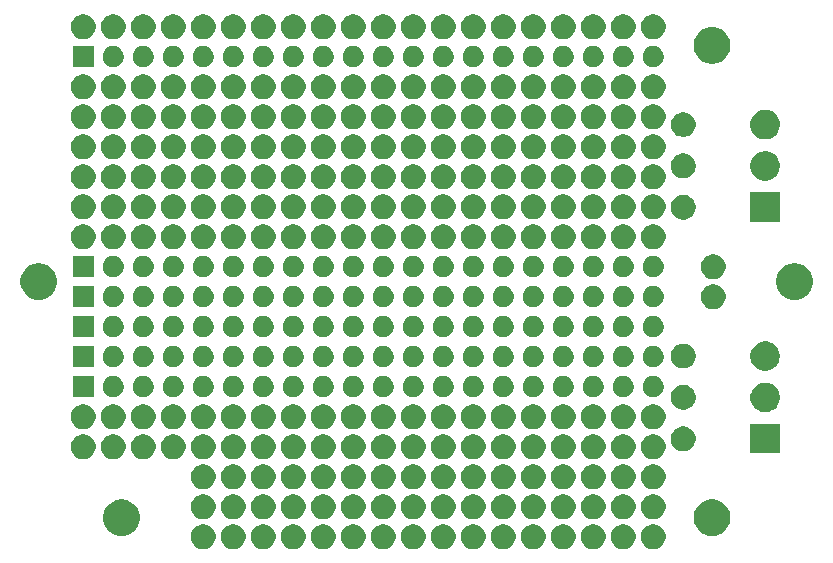
<source format=gbr>
G04 #@! TF.GenerationSoftware,KiCad,Pcbnew,5.1.5+dfsg1-2build2*
G04 #@! TF.CreationDate,2021-11-16T14:37:18-05:00*
G04 #@! TF.ProjectId,ASSORTED_MCU_83x58x33mm_ENCLOSURE,4153534f-5254-4454-945f-4d43555f3833,rev?*
G04 #@! TF.SameCoordinates,Original*
G04 #@! TF.FileFunction,Soldermask,Bot*
G04 #@! TF.FilePolarity,Negative*
%FSLAX46Y46*%
G04 Gerber Fmt 4.6, Leading zero omitted, Abs format (unit mm)*
G04 Created by KiCad (PCBNEW 5.1.5+dfsg1-2build2) date 2021-11-16 14:37:18*
%MOMM*%
%LPD*%
G04 APERTURE LIST*
%ADD10C,0.100000*%
G04 APERTURE END LIST*
D10*
G36*
X152746564Y-145079389D02*
G01*
X152937833Y-145158615D01*
X152937835Y-145158616D01*
X153109973Y-145273635D01*
X153256365Y-145420027D01*
X153302254Y-145488704D01*
X153371385Y-145592167D01*
X153450611Y-145783436D01*
X153491000Y-145986484D01*
X153491000Y-146193516D01*
X153450611Y-146396564D01*
X153371385Y-146587833D01*
X153371384Y-146587835D01*
X153256365Y-146759973D01*
X153109973Y-146906365D01*
X152937835Y-147021384D01*
X152937834Y-147021385D01*
X152937833Y-147021385D01*
X152746564Y-147100611D01*
X152543516Y-147141000D01*
X152336484Y-147141000D01*
X152133436Y-147100611D01*
X151942167Y-147021385D01*
X151942166Y-147021385D01*
X151942165Y-147021384D01*
X151770027Y-146906365D01*
X151623635Y-146759973D01*
X151508616Y-146587835D01*
X151508615Y-146587833D01*
X151429389Y-146396564D01*
X151389000Y-146193516D01*
X151389000Y-145986484D01*
X151429389Y-145783436D01*
X151508615Y-145592167D01*
X151577747Y-145488704D01*
X151623635Y-145420027D01*
X151770027Y-145273635D01*
X151942165Y-145158616D01*
X151942167Y-145158615D01*
X152133436Y-145079389D01*
X152336484Y-145039000D01*
X152543516Y-145039000D01*
X152746564Y-145079389D01*
G37*
G36*
X140046564Y-145079389D02*
G01*
X140237833Y-145158615D01*
X140237835Y-145158616D01*
X140409973Y-145273635D01*
X140556365Y-145420027D01*
X140602254Y-145488704D01*
X140671385Y-145592167D01*
X140750611Y-145783436D01*
X140791000Y-145986484D01*
X140791000Y-146193516D01*
X140750611Y-146396564D01*
X140671385Y-146587833D01*
X140671384Y-146587835D01*
X140556365Y-146759973D01*
X140409973Y-146906365D01*
X140237835Y-147021384D01*
X140237834Y-147021385D01*
X140237833Y-147021385D01*
X140046564Y-147100611D01*
X139843516Y-147141000D01*
X139636484Y-147141000D01*
X139433436Y-147100611D01*
X139242167Y-147021385D01*
X139242166Y-147021385D01*
X139242165Y-147021384D01*
X139070027Y-146906365D01*
X138923635Y-146759973D01*
X138808616Y-146587835D01*
X138808615Y-146587833D01*
X138729389Y-146396564D01*
X138689000Y-146193516D01*
X138689000Y-145986484D01*
X138729389Y-145783436D01*
X138808615Y-145592167D01*
X138877747Y-145488704D01*
X138923635Y-145420027D01*
X139070027Y-145273635D01*
X139242165Y-145158616D01*
X139242167Y-145158615D01*
X139433436Y-145079389D01*
X139636484Y-145039000D01*
X139843516Y-145039000D01*
X140046564Y-145079389D01*
G37*
G36*
X122266564Y-145079389D02*
G01*
X122457833Y-145158615D01*
X122457835Y-145158616D01*
X122629973Y-145273635D01*
X122776365Y-145420027D01*
X122822254Y-145488704D01*
X122891385Y-145592167D01*
X122970611Y-145783436D01*
X123011000Y-145986484D01*
X123011000Y-146193516D01*
X122970611Y-146396564D01*
X122891385Y-146587833D01*
X122891384Y-146587835D01*
X122776365Y-146759973D01*
X122629973Y-146906365D01*
X122457835Y-147021384D01*
X122457834Y-147021385D01*
X122457833Y-147021385D01*
X122266564Y-147100611D01*
X122063516Y-147141000D01*
X121856484Y-147141000D01*
X121653436Y-147100611D01*
X121462167Y-147021385D01*
X121462166Y-147021385D01*
X121462165Y-147021384D01*
X121290027Y-146906365D01*
X121143635Y-146759973D01*
X121028616Y-146587835D01*
X121028615Y-146587833D01*
X120949389Y-146396564D01*
X120909000Y-146193516D01*
X120909000Y-145986484D01*
X120949389Y-145783436D01*
X121028615Y-145592167D01*
X121097747Y-145488704D01*
X121143635Y-145420027D01*
X121290027Y-145273635D01*
X121462165Y-145158616D01*
X121462167Y-145158615D01*
X121653436Y-145079389D01*
X121856484Y-145039000D01*
X122063516Y-145039000D01*
X122266564Y-145079389D01*
G37*
G36*
X119726564Y-145079389D02*
G01*
X119917833Y-145158615D01*
X119917835Y-145158616D01*
X120089973Y-145273635D01*
X120236365Y-145420027D01*
X120282254Y-145488704D01*
X120351385Y-145592167D01*
X120430611Y-145783436D01*
X120471000Y-145986484D01*
X120471000Y-146193516D01*
X120430611Y-146396564D01*
X120351385Y-146587833D01*
X120351384Y-146587835D01*
X120236365Y-146759973D01*
X120089973Y-146906365D01*
X119917835Y-147021384D01*
X119917834Y-147021385D01*
X119917833Y-147021385D01*
X119726564Y-147100611D01*
X119523516Y-147141000D01*
X119316484Y-147141000D01*
X119113436Y-147100611D01*
X118922167Y-147021385D01*
X118922166Y-147021385D01*
X118922165Y-147021384D01*
X118750027Y-146906365D01*
X118603635Y-146759973D01*
X118488616Y-146587835D01*
X118488615Y-146587833D01*
X118409389Y-146396564D01*
X118369000Y-146193516D01*
X118369000Y-145986484D01*
X118409389Y-145783436D01*
X118488615Y-145592167D01*
X118557747Y-145488704D01*
X118603635Y-145420027D01*
X118750027Y-145273635D01*
X118922165Y-145158616D01*
X118922167Y-145158615D01*
X119113436Y-145079389D01*
X119316484Y-145039000D01*
X119523516Y-145039000D01*
X119726564Y-145079389D01*
G37*
G36*
X157826564Y-145079389D02*
G01*
X158017833Y-145158615D01*
X158017835Y-145158616D01*
X158189973Y-145273635D01*
X158336365Y-145420027D01*
X158382254Y-145488704D01*
X158451385Y-145592167D01*
X158530611Y-145783436D01*
X158571000Y-145986484D01*
X158571000Y-146193516D01*
X158530611Y-146396564D01*
X158451385Y-146587833D01*
X158451384Y-146587835D01*
X158336365Y-146759973D01*
X158189973Y-146906365D01*
X158017835Y-147021384D01*
X158017834Y-147021385D01*
X158017833Y-147021385D01*
X157826564Y-147100611D01*
X157623516Y-147141000D01*
X157416484Y-147141000D01*
X157213436Y-147100611D01*
X157022167Y-147021385D01*
X157022166Y-147021385D01*
X157022165Y-147021384D01*
X156850027Y-146906365D01*
X156703635Y-146759973D01*
X156588616Y-146587835D01*
X156588615Y-146587833D01*
X156509389Y-146396564D01*
X156469000Y-146193516D01*
X156469000Y-145986484D01*
X156509389Y-145783436D01*
X156588615Y-145592167D01*
X156657747Y-145488704D01*
X156703635Y-145420027D01*
X156850027Y-145273635D01*
X157022165Y-145158616D01*
X157022167Y-145158615D01*
X157213436Y-145079389D01*
X157416484Y-145039000D01*
X157623516Y-145039000D01*
X157826564Y-145079389D01*
G37*
G36*
X155286564Y-145079389D02*
G01*
X155477833Y-145158615D01*
X155477835Y-145158616D01*
X155649973Y-145273635D01*
X155796365Y-145420027D01*
X155842254Y-145488704D01*
X155911385Y-145592167D01*
X155990611Y-145783436D01*
X156031000Y-145986484D01*
X156031000Y-146193516D01*
X155990611Y-146396564D01*
X155911385Y-146587833D01*
X155911384Y-146587835D01*
X155796365Y-146759973D01*
X155649973Y-146906365D01*
X155477835Y-147021384D01*
X155477834Y-147021385D01*
X155477833Y-147021385D01*
X155286564Y-147100611D01*
X155083516Y-147141000D01*
X154876484Y-147141000D01*
X154673436Y-147100611D01*
X154482167Y-147021385D01*
X154482166Y-147021385D01*
X154482165Y-147021384D01*
X154310027Y-146906365D01*
X154163635Y-146759973D01*
X154048616Y-146587835D01*
X154048615Y-146587833D01*
X153969389Y-146396564D01*
X153929000Y-146193516D01*
X153929000Y-145986484D01*
X153969389Y-145783436D01*
X154048615Y-145592167D01*
X154117747Y-145488704D01*
X154163635Y-145420027D01*
X154310027Y-145273635D01*
X154482165Y-145158616D01*
X154482167Y-145158615D01*
X154673436Y-145079389D01*
X154876484Y-145039000D01*
X155083516Y-145039000D01*
X155286564Y-145079389D01*
G37*
G36*
X137506564Y-145079389D02*
G01*
X137697833Y-145158615D01*
X137697835Y-145158616D01*
X137869973Y-145273635D01*
X138016365Y-145420027D01*
X138062254Y-145488704D01*
X138131385Y-145592167D01*
X138210611Y-145783436D01*
X138251000Y-145986484D01*
X138251000Y-146193516D01*
X138210611Y-146396564D01*
X138131385Y-146587833D01*
X138131384Y-146587835D01*
X138016365Y-146759973D01*
X137869973Y-146906365D01*
X137697835Y-147021384D01*
X137697834Y-147021385D01*
X137697833Y-147021385D01*
X137506564Y-147100611D01*
X137303516Y-147141000D01*
X137096484Y-147141000D01*
X136893436Y-147100611D01*
X136702167Y-147021385D01*
X136702166Y-147021385D01*
X136702165Y-147021384D01*
X136530027Y-146906365D01*
X136383635Y-146759973D01*
X136268616Y-146587835D01*
X136268615Y-146587833D01*
X136189389Y-146396564D01*
X136149000Y-146193516D01*
X136149000Y-145986484D01*
X136189389Y-145783436D01*
X136268615Y-145592167D01*
X136337747Y-145488704D01*
X136383635Y-145420027D01*
X136530027Y-145273635D01*
X136702165Y-145158616D01*
X136702167Y-145158615D01*
X136893436Y-145079389D01*
X137096484Y-145039000D01*
X137303516Y-145039000D01*
X137506564Y-145079389D01*
G37*
G36*
X145126564Y-145079389D02*
G01*
X145317833Y-145158615D01*
X145317835Y-145158616D01*
X145489973Y-145273635D01*
X145636365Y-145420027D01*
X145682254Y-145488704D01*
X145751385Y-145592167D01*
X145830611Y-145783436D01*
X145871000Y-145986484D01*
X145871000Y-146193516D01*
X145830611Y-146396564D01*
X145751385Y-146587833D01*
X145751384Y-146587835D01*
X145636365Y-146759973D01*
X145489973Y-146906365D01*
X145317835Y-147021384D01*
X145317834Y-147021385D01*
X145317833Y-147021385D01*
X145126564Y-147100611D01*
X144923516Y-147141000D01*
X144716484Y-147141000D01*
X144513436Y-147100611D01*
X144322167Y-147021385D01*
X144322166Y-147021385D01*
X144322165Y-147021384D01*
X144150027Y-146906365D01*
X144003635Y-146759973D01*
X143888616Y-146587835D01*
X143888615Y-146587833D01*
X143809389Y-146396564D01*
X143769000Y-146193516D01*
X143769000Y-145986484D01*
X143809389Y-145783436D01*
X143888615Y-145592167D01*
X143957747Y-145488704D01*
X144003635Y-145420027D01*
X144150027Y-145273635D01*
X144322165Y-145158616D01*
X144322167Y-145158615D01*
X144513436Y-145079389D01*
X144716484Y-145039000D01*
X144923516Y-145039000D01*
X145126564Y-145079389D01*
G37*
G36*
X150206564Y-145079389D02*
G01*
X150397833Y-145158615D01*
X150397835Y-145158616D01*
X150569973Y-145273635D01*
X150716365Y-145420027D01*
X150762254Y-145488704D01*
X150831385Y-145592167D01*
X150910611Y-145783436D01*
X150951000Y-145986484D01*
X150951000Y-146193516D01*
X150910611Y-146396564D01*
X150831385Y-146587833D01*
X150831384Y-146587835D01*
X150716365Y-146759973D01*
X150569973Y-146906365D01*
X150397835Y-147021384D01*
X150397834Y-147021385D01*
X150397833Y-147021385D01*
X150206564Y-147100611D01*
X150003516Y-147141000D01*
X149796484Y-147141000D01*
X149593436Y-147100611D01*
X149402167Y-147021385D01*
X149402166Y-147021385D01*
X149402165Y-147021384D01*
X149230027Y-146906365D01*
X149083635Y-146759973D01*
X148968616Y-146587835D01*
X148968615Y-146587833D01*
X148889389Y-146396564D01*
X148849000Y-146193516D01*
X148849000Y-145986484D01*
X148889389Y-145783436D01*
X148968615Y-145592167D01*
X149037747Y-145488704D01*
X149083635Y-145420027D01*
X149230027Y-145273635D01*
X149402165Y-145158616D01*
X149402167Y-145158615D01*
X149593436Y-145079389D01*
X149796484Y-145039000D01*
X150003516Y-145039000D01*
X150206564Y-145079389D01*
G37*
G36*
X132426564Y-145079389D02*
G01*
X132617833Y-145158615D01*
X132617835Y-145158616D01*
X132789973Y-145273635D01*
X132936365Y-145420027D01*
X132982254Y-145488704D01*
X133051385Y-145592167D01*
X133130611Y-145783436D01*
X133171000Y-145986484D01*
X133171000Y-146193516D01*
X133130611Y-146396564D01*
X133051385Y-146587833D01*
X133051384Y-146587835D01*
X132936365Y-146759973D01*
X132789973Y-146906365D01*
X132617835Y-147021384D01*
X132617834Y-147021385D01*
X132617833Y-147021385D01*
X132426564Y-147100611D01*
X132223516Y-147141000D01*
X132016484Y-147141000D01*
X131813436Y-147100611D01*
X131622167Y-147021385D01*
X131622166Y-147021385D01*
X131622165Y-147021384D01*
X131450027Y-146906365D01*
X131303635Y-146759973D01*
X131188616Y-146587835D01*
X131188615Y-146587833D01*
X131109389Y-146396564D01*
X131069000Y-146193516D01*
X131069000Y-145986484D01*
X131109389Y-145783436D01*
X131188615Y-145592167D01*
X131257747Y-145488704D01*
X131303635Y-145420027D01*
X131450027Y-145273635D01*
X131622165Y-145158616D01*
X131622167Y-145158615D01*
X131813436Y-145079389D01*
X132016484Y-145039000D01*
X132223516Y-145039000D01*
X132426564Y-145079389D01*
G37*
G36*
X129886564Y-145079389D02*
G01*
X130077833Y-145158615D01*
X130077835Y-145158616D01*
X130249973Y-145273635D01*
X130396365Y-145420027D01*
X130442254Y-145488704D01*
X130511385Y-145592167D01*
X130590611Y-145783436D01*
X130631000Y-145986484D01*
X130631000Y-146193516D01*
X130590611Y-146396564D01*
X130511385Y-146587833D01*
X130511384Y-146587835D01*
X130396365Y-146759973D01*
X130249973Y-146906365D01*
X130077835Y-147021384D01*
X130077834Y-147021385D01*
X130077833Y-147021385D01*
X129886564Y-147100611D01*
X129683516Y-147141000D01*
X129476484Y-147141000D01*
X129273436Y-147100611D01*
X129082167Y-147021385D01*
X129082166Y-147021385D01*
X129082165Y-147021384D01*
X128910027Y-146906365D01*
X128763635Y-146759973D01*
X128648616Y-146587835D01*
X128648615Y-146587833D01*
X128569389Y-146396564D01*
X128529000Y-146193516D01*
X128529000Y-145986484D01*
X128569389Y-145783436D01*
X128648615Y-145592167D01*
X128717747Y-145488704D01*
X128763635Y-145420027D01*
X128910027Y-145273635D01*
X129082165Y-145158616D01*
X129082167Y-145158615D01*
X129273436Y-145079389D01*
X129476484Y-145039000D01*
X129683516Y-145039000D01*
X129886564Y-145079389D01*
G37*
G36*
X127346564Y-145079389D02*
G01*
X127537833Y-145158615D01*
X127537835Y-145158616D01*
X127709973Y-145273635D01*
X127856365Y-145420027D01*
X127902254Y-145488704D01*
X127971385Y-145592167D01*
X128050611Y-145783436D01*
X128091000Y-145986484D01*
X128091000Y-146193516D01*
X128050611Y-146396564D01*
X127971385Y-146587833D01*
X127971384Y-146587835D01*
X127856365Y-146759973D01*
X127709973Y-146906365D01*
X127537835Y-147021384D01*
X127537834Y-147021385D01*
X127537833Y-147021385D01*
X127346564Y-147100611D01*
X127143516Y-147141000D01*
X126936484Y-147141000D01*
X126733436Y-147100611D01*
X126542167Y-147021385D01*
X126542166Y-147021385D01*
X126542165Y-147021384D01*
X126370027Y-146906365D01*
X126223635Y-146759973D01*
X126108616Y-146587835D01*
X126108615Y-146587833D01*
X126029389Y-146396564D01*
X125989000Y-146193516D01*
X125989000Y-145986484D01*
X126029389Y-145783436D01*
X126108615Y-145592167D01*
X126177747Y-145488704D01*
X126223635Y-145420027D01*
X126370027Y-145273635D01*
X126542165Y-145158616D01*
X126542167Y-145158615D01*
X126733436Y-145079389D01*
X126936484Y-145039000D01*
X127143516Y-145039000D01*
X127346564Y-145079389D01*
G37*
G36*
X124806564Y-145079389D02*
G01*
X124997833Y-145158615D01*
X124997835Y-145158616D01*
X125169973Y-145273635D01*
X125316365Y-145420027D01*
X125362254Y-145488704D01*
X125431385Y-145592167D01*
X125510611Y-145783436D01*
X125551000Y-145986484D01*
X125551000Y-146193516D01*
X125510611Y-146396564D01*
X125431385Y-146587833D01*
X125431384Y-146587835D01*
X125316365Y-146759973D01*
X125169973Y-146906365D01*
X124997835Y-147021384D01*
X124997834Y-147021385D01*
X124997833Y-147021385D01*
X124806564Y-147100611D01*
X124603516Y-147141000D01*
X124396484Y-147141000D01*
X124193436Y-147100611D01*
X124002167Y-147021385D01*
X124002166Y-147021385D01*
X124002165Y-147021384D01*
X123830027Y-146906365D01*
X123683635Y-146759973D01*
X123568616Y-146587835D01*
X123568615Y-146587833D01*
X123489389Y-146396564D01*
X123449000Y-146193516D01*
X123449000Y-145986484D01*
X123489389Y-145783436D01*
X123568615Y-145592167D01*
X123637747Y-145488704D01*
X123683635Y-145420027D01*
X123830027Y-145273635D01*
X124002165Y-145158616D01*
X124002167Y-145158615D01*
X124193436Y-145079389D01*
X124396484Y-145039000D01*
X124603516Y-145039000D01*
X124806564Y-145079389D01*
G37*
G36*
X142586564Y-145079389D02*
G01*
X142777833Y-145158615D01*
X142777835Y-145158616D01*
X142949973Y-145273635D01*
X143096365Y-145420027D01*
X143142254Y-145488704D01*
X143211385Y-145592167D01*
X143290611Y-145783436D01*
X143331000Y-145986484D01*
X143331000Y-146193516D01*
X143290611Y-146396564D01*
X143211385Y-146587833D01*
X143211384Y-146587835D01*
X143096365Y-146759973D01*
X142949973Y-146906365D01*
X142777835Y-147021384D01*
X142777834Y-147021385D01*
X142777833Y-147021385D01*
X142586564Y-147100611D01*
X142383516Y-147141000D01*
X142176484Y-147141000D01*
X141973436Y-147100611D01*
X141782167Y-147021385D01*
X141782166Y-147021385D01*
X141782165Y-147021384D01*
X141610027Y-146906365D01*
X141463635Y-146759973D01*
X141348616Y-146587835D01*
X141348615Y-146587833D01*
X141269389Y-146396564D01*
X141229000Y-146193516D01*
X141229000Y-145986484D01*
X141269389Y-145783436D01*
X141348615Y-145592167D01*
X141417747Y-145488704D01*
X141463635Y-145420027D01*
X141610027Y-145273635D01*
X141782165Y-145158616D01*
X141782167Y-145158615D01*
X141973436Y-145079389D01*
X142176484Y-145039000D01*
X142383516Y-145039000D01*
X142586564Y-145079389D01*
G37*
G36*
X147666564Y-145079389D02*
G01*
X147857833Y-145158615D01*
X147857835Y-145158616D01*
X148029973Y-145273635D01*
X148176365Y-145420027D01*
X148222254Y-145488704D01*
X148291385Y-145592167D01*
X148370611Y-145783436D01*
X148411000Y-145986484D01*
X148411000Y-146193516D01*
X148370611Y-146396564D01*
X148291385Y-146587833D01*
X148291384Y-146587835D01*
X148176365Y-146759973D01*
X148029973Y-146906365D01*
X147857835Y-147021384D01*
X147857834Y-147021385D01*
X147857833Y-147021385D01*
X147666564Y-147100611D01*
X147463516Y-147141000D01*
X147256484Y-147141000D01*
X147053436Y-147100611D01*
X146862167Y-147021385D01*
X146862166Y-147021385D01*
X146862165Y-147021384D01*
X146690027Y-146906365D01*
X146543635Y-146759973D01*
X146428616Y-146587835D01*
X146428615Y-146587833D01*
X146349389Y-146396564D01*
X146309000Y-146193516D01*
X146309000Y-145986484D01*
X146349389Y-145783436D01*
X146428615Y-145592167D01*
X146497747Y-145488704D01*
X146543635Y-145420027D01*
X146690027Y-145273635D01*
X146862165Y-145158616D01*
X146862167Y-145158615D01*
X147053436Y-145079389D01*
X147256484Y-145039000D01*
X147463516Y-145039000D01*
X147666564Y-145079389D01*
G37*
G36*
X134966564Y-145079389D02*
G01*
X135157833Y-145158615D01*
X135157835Y-145158616D01*
X135329973Y-145273635D01*
X135476365Y-145420027D01*
X135522254Y-145488704D01*
X135591385Y-145592167D01*
X135670611Y-145783436D01*
X135711000Y-145986484D01*
X135711000Y-146193516D01*
X135670611Y-146396564D01*
X135591385Y-146587833D01*
X135591384Y-146587835D01*
X135476365Y-146759973D01*
X135329973Y-146906365D01*
X135157835Y-147021384D01*
X135157834Y-147021385D01*
X135157833Y-147021385D01*
X134966564Y-147100611D01*
X134763516Y-147141000D01*
X134556484Y-147141000D01*
X134353436Y-147100611D01*
X134162167Y-147021385D01*
X134162166Y-147021385D01*
X134162165Y-147021384D01*
X133990027Y-146906365D01*
X133843635Y-146759973D01*
X133728616Y-146587835D01*
X133728615Y-146587833D01*
X133649389Y-146396564D01*
X133609000Y-146193516D01*
X133609000Y-145986484D01*
X133649389Y-145783436D01*
X133728615Y-145592167D01*
X133797747Y-145488704D01*
X133843635Y-145420027D01*
X133990027Y-145273635D01*
X134162165Y-145158616D01*
X134162167Y-145158615D01*
X134353436Y-145079389D01*
X134556484Y-145039000D01*
X134763516Y-145039000D01*
X134966564Y-145079389D01*
G37*
G36*
X162802585Y-142978802D02*
G01*
X162952410Y-143008604D01*
X163234674Y-143125521D01*
X163488705Y-143295259D01*
X163704741Y-143511295D01*
X163874479Y-143765326D01*
X163991396Y-144047590D01*
X164051000Y-144347240D01*
X164051000Y-144652760D01*
X163991396Y-144952410D01*
X163874479Y-145234674D01*
X163704741Y-145488705D01*
X163488705Y-145704741D01*
X163234674Y-145874479D01*
X162952410Y-145991396D01*
X162802585Y-146021198D01*
X162652761Y-146051000D01*
X162347239Y-146051000D01*
X162197415Y-146021198D01*
X162047590Y-145991396D01*
X161765326Y-145874479D01*
X161511295Y-145704741D01*
X161295259Y-145488705D01*
X161125521Y-145234674D01*
X161008604Y-144952410D01*
X160949000Y-144652760D01*
X160949000Y-144347240D01*
X161008604Y-144047590D01*
X161125521Y-143765326D01*
X161295259Y-143511295D01*
X161511295Y-143295259D01*
X161765326Y-143125521D01*
X162047590Y-143008604D01*
X162197415Y-142978802D01*
X162347239Y-142949000D01*
X162652761Y-142949000D01*
X162802585Y-142978802D01*
G37*
G36*
X112802585Y-142978802D02*
G01*
X112952410Y-143008604D01*
X113234674Y-143125521D01*
X113488705Y-143295259D01*
X113704741Y-143511295D01*
X113874479Y-143765326D01*
X113991396Y-144047590D01*
X114051000Y-144347240D01*
X114051000Y-144652760D01*
X113991396Y-144952410D01*
X113874479Y-145234674D01*
X113704741Y-145488705D01*
X113488705Y-145704741D01*
X113234674Y-145874479D01*
X112952410Y-145991396D01*
X112802585Y-146021198D01*
X112652761Y-146051000D01*
X112347239Y-146051000D01*
X112197415Y-146021198D01*
X112047590Y-145991396D01*
X111765326Y-145874479D01*
X111511295Y-145704741D01*
X111295259Y-145488705D01*
X111125521Y-145234674D01*
X111008604Y-144952410D01*
X110949000Y-144652760D01*
X110949000Y-144347240D01*
X111008604Y-144047590D01*
X111125521Y-143765326D01*
X111295259Y-143511295D01*
X111511295Y-143295259D01*
X111765326Y-143125521D01*
X112047590Y-143008604D01*
X112197415Y-142978802D01*
X112347239Y-142949000D01*
X112652761Y-142949000D01*
X112802585Y-142978802D01*
G37*
G36*
X150206564Y-142539389D02*
G01*
X150397833Y-142618615D01*
X150397835Y-142618616D01*
X150569973Y-142733635D01*
X150716365Y-142880027D01*
X150831385Y-143052167D01*
X150910611Y-143243436D01*
X150951000Y-143446484D01*
X150951000Y-143653516D01*
X150910611Y-143856564D01*
X150831485Y-144047591D01*
X150831384Y-144047835D01*
X150716365Y-144219973D01*
X150569973Y-144366365D01*
X150397835Y-144481384D01*
X150397834Y-144481385D01*
X150397833Y-144481385D01*
X150206564Y-144560611D01*
X150003516Y-144601000D01*
X149796484Y-144601000D01*
X149593436Y-144560611D01*
X149402167Y-144481385D01*
X149402166Y-144481385D01*
X149402165Y-144481384D01*
X149230027Y-144366365D01*
X149083635Y-144219973D01*
X148968616Y-144047835D01*
X148968515Y-144047591D01*
X148889389Y-143856564D01*
X148849000Y-143653516D01*
X148849000Y-143446484D01*
X148889389Y-143243436D01*
X148968615Y-143052167D01*
X149083635Y-142880027D01*
X149230027Y-142733635D01*
X149402165Y-142618616D01*
X149402167Y-142618615D01*
X149593436Y-142539389D01*
X149796484Y-142499000D01*
X150003516Y-142499000D01*
X150206564Y-142539389D01*
G37*
G36*
X157826564Y-142539389D02*
G01*
X158017833Y-142618615D01*
X158017835Y-142618616D01*
X158189973Y-142733635D01*
X158336365Y-142880027D01*
X158451385Y-143052167D01*
X158530611Y-143243436D01*
X158571000Y-143446484D01*
X158571000Y-143653516D01*
X158530611Y-143856564D01*
X158451485Y-144047591D01*
X158451384Y-144047835D01*
X158336365Y-144219973D01*
X158189973Y-144366365D01*
X158017835Y-144481384D01*
X158017834Y-144481385D01*
X158017833Y-144481385D01*
X157826564Y-144560611D01*
X157623516Y-144601000D01*
X157416484Y-144601000D01*
X157213436Y-144560611D01*
X157022167Y-144481385D01*
X157022166Y-144481385D01*
X157022165Y-144481384D01*
X156850027Y-144366365D01*
X156703635Y-144219973D01*
X156588616Y-144047835D01*
X156588515Y-144047591D01*
X156509389Y-143856564D01*
X156469000Y-143653516D01*
X156469000Y-143446484D01*
X156509389Y-143243436D01*
X156588615Y-143052167D01*
X156703635Y-142880027D01*
X156850027Y-142733635D01*
X157022165Y-142618616D01*
X157022167Y-142618615D01*
X157213436Y-142539389D01*
X157416484Y-142499000D01*
X157623516Y-142499000D01*
X157826564Y-142539389D01*
G37*
G36*
X155286564Y-142539389D02*
G01*
X155477833Y-142618615D01*
X155477835Y-142618616D01*
X155649973Y-142733635D01*
X155796365Y-142880027D01*
X155911385Y-143052167D01*
X155990611Y-143243436D01*
X156031000Y-143446484D01*
X156031000Y-143653516D01*
X155990611Y-143856564D01*
X155911485Y-144047591D01*
X155911384Y-144047835D01*
X155796365Y-144219973D01*
X155649973Y-144366365D01*
X155477835Y-144481384D01*
X155477834Y-144481385D01*
X155477833Y-144481385D01*
X155286564Y-144560611D01*
X155083516Y-144601000D01*
X154876484Y-144601000D01*
X154673436Y-144560611D01*
X154482167Y-144481385D01*
X154482166Y-144481385D01*
X154482165Y-144481384D01*
X154310027Y-144366365D01*
X154163635Y-144219973D01*
X154048616Y-144047835D01*
X154048515Y-144047591D01*
X153969389Y-143856564D01*
X153929000Y-143653516D01*
X153929000Y-143446484D01*
X153969389Y-143243436D01*
X154048615Y-143052167D01*
X154163635Y-142880027D01*
X154310027Y-142733635D01*
X154482165Y-142618616D01*
X154482167Y-142618615D01*
X154673436Y-142539389D01*
X154876484Y-142499000D01*
X155083516Y-142499000D01*
X155286564Y-142539389D01*
G37*
G36*
X152746564Y-142539389D02*
G01*
X152937833Y-142618615D01*
X152937835Y-142618616D01*
X153109973Y-142733635D01*
X153256365Y-142880027D01*
X153371385Y-143052167D01*
X153450611Y-143243436D01*
X153491000Y-143446484D01*
X153491000Y-143653516D01*
X153450611Y-143856564D01*
X153371485Y-144047591D01*
X153371384Y-144047835D01*
X153256365Y-144219973D01*
X153109973Y-144366365D01*
X152937835Y-144481384D01*
X152937834Y-144481385D01*
X152937833Y-144481385D01*
X152746564Y-144560611D01*
X152543516Y-144601000D01*
X152336484Y-144601000D01*
X152133436Y-144560611D01*
X151942167Y-144481385D01*
X151942166Y-144481385D01*
X151942165Y-144481384D01*
X151770027Y-144366365D01*
X151623635Y-144219973D01*
X151508616Y-144047835D01*
X151508515Y-144047591D01*
X151429389Y-143856564D01*
X151389000Y-143653516D01*
X151389000Y-143446484D01*
X151429389Y-143243436D01*
X151508615Y-143052167D01*
X151623635Y-142880027D01*
X151770027Y-142733635D01*
X151942165Y-142618616D01*
X151942167Y-142618615D01*
X152133436Y-142539389D01*
X152336484Y-142499000D01*
X152543516Y-142499000D01*
X152746564Y-142539389D01*
G37*
G36*
X147666564Y-142539389D02*
G01*
X147857833Y-142618615D01*
X147857835Y-142618616D01*
X148029973Y-142733635D01*
X148176365Y-142880027D01*
X148291385Y-143052167D01*
X148370611Y-143243436D01*
X148411000Y-143446484D01*
X148411000Y-143653516D01*
X148370611Y-143856564D01*
X148291485Y-144047591D01*
X148291384Y-144047835D01*
X148176365Y-144219973D01*
X148029973Y-144366365D01*
X147857835Y-144481384D01*
X147857834Y-144481385D01*
X147857833Y-144481385D01*
X147666564Y-144560611D01*
X147463516Y-144601000D01*
X147256484Y-144601000D01*
X147053436Y-144560611D01*
X146862167Y-144481385D01*
X146862166Y-144481385D01*
X146862165Y-144481384D01*
X146690027Y-144366365D01*
X146543635Y-144219973D01*
X146428616Y-144047835D01*
X146428515Y-144047591D01*
X146349389Y-143856564D01*
X146309000Y-143653516D01*
X146309000Y-143446484D01*
X146349389Y-143243436D01*
X146428615Y-143052167D01*
X146543635Y-142880027D01*
X146690027Y-142733635D01*
X146862165Y-142618616D01*
X146862167Y-142618615D01*
X147053436Y-142539389D01*
X147256484Y-142499000D01*
X147463516Y-142499000D01*
X147666564Y-142539389D01*
G37*
G36*
X145126564Y-142539389D02*
G01*
X145317833Y-142618615D01*
X145317835Y-142618616D01*
X145489973Y-142733635D01*
X145636365Y-142880027D01*
X145751385Y-143052167D01*
X145830611Y-143243436D01*
X145871000Y-143446484D01*
X145871000Y-143653516D01*
X145830611Y-143856564D01*
X145751485Y-144047591D01*
X145751384Y-144047835D01*
X145636365Y-144219973D01*
X145489973Y-144366365D01*
X145317835Y-144481384D01*
X145317834Y-144481385D01*
X145317833Y-144481385D01*
X145126564Y-144560611D01*
X144923516Y-144601000D01*
X144716484Y-144601000D01*
X144513436Y-144560611D01*
X144322167Y-144481385D01*
X144322166Y-144481385D01*
X144322165Y-144481384D01*
X144150027Y-144366365D01*
X144003635Y-144219973D01*
X143888616Y-144047835D01*
X143888515Y-144047591D01*
X143809389Y-143856564D01*
X143769000Y-143653516D01*
X143769000Y-143446484D01*
X143809389Y-143243436D01*
X143888615Y-143052167D01*
X144003635Y-142880027D01*
X144150027Y-142733635D01*
X144322165Y-142618616D01*
X144322167Y-142618615D01*
X144513436Y-142539389D01*
X144716484Y-142499000D01*
X144923516Y-142499000D01*
X145126564Y-142539389D01*
G37*
G36*
X142586564Y-142539389D02*
G01*
X142777833Y-142618615D01*
X142777835Y-142618616D01*
X142949973Y-142733635D01*
X143096365Y-142880027D01*
X143211385Y-143052167D01*
X143290611Y-143243436D01*
X143331000Y-143446484D01*
X143331000Y-143653516D01*
X143290611Y-143856564D01*
X143211485Y-144047591D01*
X143211384Y-144047835D01*
X143096365Y-144219973D01*
X142949973Y-144366365D01*
X142777835Y-144481384D01*
X142777834Y-144481385D01*
X142777833Y-144481385D01*
X142586564Y-144560611D01*
X142383516Y-144601000D01*
X142176484Y-144601000D01*
X141973436Y-144560611D01*
X141782167Y-144481385D01*
X141782166Y-144481385D01*
X141782165Y-144481384D01*
X141610027Y-144366365D01*
X141463635Y-144219973D01*
X141348616Y-144047835D01*
X141348515Y-144047591D01*
X141269389Y-143856564D01*
X141229000Y-143653516D01*
X141229000Y-143446484D01*
X141269389Y-143243436D01*
X141348615Y-143052167D01*
X141463635Y-142880027D01*
X141610027Y-142733635D01*
X141782165Y-142618616D01*
X141782167Y-142618615D01*
X141973436Y-142539389D01*
X142176484Y-142499000D01*
X142383516Y-142499000D01*
X142586564Y-142539389D01*
G37*
G36*
X140046564Y-142539389D02*
G01*
X140237833Y-142618615D01*
X140237835Y-142618616D01*
X140409973Y-142733635D01*
X140556365Y-142880027D01*
X140671385Y-143052167D01*
X140750611Y-143243436D01*
X140791000Y-143446484D01*
X140791000Y-143653516D01*
X140750611Y-143856564D01*
X140671485Y-144047591D01*
X140671384Y-144047835D01*
X140556365Y-144219973D01*
X140409973Y-144366365D01*
X140237835Y-144481384D01*
X140237834Y-144481385D01*
X140237833Y-144481385D01*
X140046564Y-144560611D01*
X139843516Y-144601000D01*
X139636484Y-144601000D01*
X139433436Y-144560611D01*
X139242167Y-144481385D01*
X139242166Y-144481385D01*
X139242165Y-144481384D01*
X139070027Y-144366365D01*
X138923635Y-144219973D01*
X138808616Y-144047835D01*
X138808515Y-144047591D01*
X138729389Y-143856564D01*
X138689000Y-143653516D01*
X138689000Y-143446484D01*
X138729389Y-143243436D01*
X138808615Y-143052167D01*
X138923635Y-142880027D01*
X139070027Y-142733635D01*
X139242165Y-142618616D01*
X139242167Y-142618615D01*
X139433436Y-142539389D01*
X139636484Y-142499000D01*
X139843516Y-142499000D01*
X140046564Y-142539389D01*
G37*
G36*
X134966564Y-142539389D02*
G01*
X135157833Y-142618615D01*
X135157835Y-142618616D01*
X135329973Y-142733635D01*
X135476365Y-142880027D01*
X135591385Y-143052167D01*
X135670611Y-143243436D01*
X135711000Y-143446484D01*
X135711000Y-143653516D01*
X135670611Y-143856564D01*
X135591485Y-144047591D01*
X135591384Y-144047835D01*
X135476365Y-144219973D01*
X135329973Y-144366365D01*
X135157835Y-144481384D01*
X135157834Y-144481385D01*
X135157833Y-144481385D01*
X134966564Y-144560611D01*
X134763516Y-144601000D01*
X134556484Y-144601000D01*
X134353436Y-144560611D01*
X134162167Y-144481385D01*
X134162166Y-144481385D01*
X134162165Y-144481384D01*
X133990027Y-144366365D01*
X133843635Y-144219973D01*
X133728616Y-144047835D01*
X133728515Y-144047591D01*
X133649389Y-143856564D01*
X133609000Y-143653516D01*
X133609000Y-143446484D01*
X133649389Y-143243436D01*
X133728615Y-143052167D01*
X133843635Y-142880027D01*
X133990027Y-142733635D01*
X134162165Y-142618616D01*
X134162167Y-142618615D01*
X134353436Y-142539389D01*
X134556484Y-142499000D01*
X134763516Y-142499000D01*
X134966564Y-142539389D01*
G37*
G36*
X132426564Y-142539389D02*
G01*
X132617833Y-142618615D01*
X132617835Y-142618616D01*
X132789973Y-142733635D01*
X132936365Y-142880027D01*
X133051385Y-143052167D01*
X133130611Y-143243436D01*
X133171000Y-143446484D01*
X133171000Y-143653516D01*
X133130611Y-143856564D01*
X133051485Y-144047591D01*
X133051384Y-144047835D01*
X132936365Y-144219973D01*
X132789973Y-144366365D01*
X132617835Y-144481384D01*
X132617834Y-144481385D01*
X132617833Y-144481385D01*
X132426564Y-144560611D01*
X132223516Y-144601000D01*
X132016484Y-144601000D01*
X131813436Y-144560611D01*
X131622167Y-144481385D01*
X131622166Y-144481385D01*
X131622165Y-144481384D01*
X131450027Y-144366365D01*
X131303635Y-144219973D01*
X131188616Y-144047835D01*
X131188515Y-144047591D01*
X131109389Y-143856564D01*
X131069000Y-143653516D01*
X131069000Y-143446484D01*
X131109389Y-143243436D01*
X131188615Y-143052167D01*
X131303635Y-142880027D01*
X131450027Y-142733635D01*
X131622165Y-142618616D01*
X131622167Y-142618615D01*
X131813436Y-142539389D01*
X132016484Y-142499000D01*
X132223516Y-142499000D01*
X132426564Y-142539389D01*
G37*
G36*
X129886564Y-142539389D02*
G01*
X130077833Y-142618615D01*
X130077835Y-142618616D01*
X130249973Y-142733635D01*
X130396365Y-142880027D01*
X130511385Y-143052167D01*
X130590611Y-143243436D01*
X130631000Y-143446484D01*
X130631000Y-143653516D01*
X130590611Y-143856564D01*
X130511485Y-144047591D01*
X130511384Y-144047835D01*
X130396365Y-144219973D01*
X130249973Y-144366365D01*
X130077835Y-144481384D01*
X130077834Y-144481385D01*
X130077833Y-144481385D01*
X129886564Y-144560611D01*
X129683516Y-144601000D01*
X129476484Y-144601000D01*
X129273436Y-144560611D01*
X129082167Y-144481385D01*
X129082166Y-144481385D01*
X129082165Y-144481384D01*
X128910027Y-144366365D01*
X128763635Y-144219973D01*
X128648616Y-144047835D01*
X128648515Y-144047591D01*
X128569389Y-143856564D01*
X128529000Y-143653516D01*
X128529000Y-143446484D01*
X128569389Y-143243436D01*
X128648615Y-143052167D01*
X128763635Y-142880027D01*
X128910027Y-142733635D01*
X129082165Y-142618616D01*
X129082167Y-142618615D01*
X129273436Y-142539389D01*
X129476484Y-142499000D01*
X129683516Y-142499000D01*
X129886564Y-142539389D01*
G37*
G36*
X119726564Y-142539389D02*
G01*
X119917833Y-142618615D01*
X119917835Y-142618616D01*
X120089973Y-142733635D01*
X120236365Y-142880027D01*
X120351385Y-143052167D01*
X120430611Y-143243436D01*
X120471000Y-143446484D01*
X120471000Y-143653516D01*
X120430611Y-143856564D01*
X120351485Y-144047591D01*
X120351384Y-144047835D01*
X120236365Y-144219973D01*
X120089973Y-144366365D01*
X119917835Y-144481384D01*
X119917834Y-144481385D01*
X119917833Y-144481385D01*
X119726564Y-144560611D01*
X119523516Y-144601000D01*
X119316484Y-144601000D01*
X119113436Y-144560611D01*
X118922167Y-144481385D01*
X118922166Y-144481385D01*
X118922165Y-144481384D01*
X118750027Y-144366365D01*
X118603635Y-144219973D01*
X118488616Y-144047835D01*
X118488515Y-144047591D01*
X118409389Y-143856564D01*
X118369000Y-143653516D01*
X118369000Y-143446484D01*
X118409389Y-143243436D01*
X118488615Y-143052167D01*
X118603635Y-142880027D01*
X118750027Y-142733635D01*
X118922165Y-142618616D01*
X118922167Y-142618615D01*
X119113436Y-142539389D01*
X119316484Y-142499000D01*
X119523516Y-142499000D01*
X119726564Y-142539389D01*
G37*
G36*
X127346564Y-142539389D02*
G01*
X127537833Y-142618615D01*
X127537835Y-142618616D01*
X127709973Y-142733635D01*
X127856365Y-142880027D01*
X127971385Y-143052167D01*
X128050611Y-143243436D01*
X128091000Y-143446484D01*
X128091000Y-143653516D01*
X128050611Y-143856564D01*
X127971485Y-144047591D01*
X127971384Y-144047835D01*
X127856365Y-144219973D01*
X127709973Y-144366365D01*
X127537835Y-144481384D01*
X127537834Y-144481385D01*
X127537833Y-144481385D01*
X127346564Y-144560611D01*
X127143516Y-144601000D01*
X126936484Y-144601000D01*
X126733436Y-144560611D01*
X126542167Y-144481385D01*
X126542166Y-144481385D01*
X126542165Y-144481384D01*
X126370027Y-144366365D01*
X126223635Y-144219973D01*
X126108616Y-144047835D01*
X126108515Y-144047591D01*
X126029389Y-143856564D01*
X125989000Y-143653516D01*
X125989000Y-143446484D01*
X126029389Y-143243436D01*
X126108615Y-143052167D01*
X126223635Y-142880027D01*
X126370027Y-142733635D01*
X126542165Y-142618616D01*
X126542167Y-142618615D01*
X126733436Y-142539389D01*
X126936484Y-142499000D01*
X127143516Y-142499000D01*
X127346564Y-142539389D01*
G37*
G36*
X124806564Y-142539389D02*
G01*
X124997833Y-142618615D01*
X124997835Y-142618616D01*
X125169973Y-142733635D01*
X125316365Y-142880027D01*
X125431385Y-143052167D01*
X125510611Y-143243436D01*
X125551000Y-143446484D01*
X125551000Y-143653516D01*
X125510611Y-143856564D01*
X125431485Y-144047591D01*
X125431384Y-144047835D01*
X125316365Y-144219973D01*
X125169973Y-144366365D01*
X124997835Y-144481384D01*
X124997834Y-144481385D01*
X124997833Y-144481385D01*
X124806564Y-144560611D01*
X124603516Y-144601000D01*
X124396484Y-144601000D01*
X124193436Y-144560611D01*
X124002167Y-144481385D01*
X124002166Y-144481385D01*
X124002165Y-144481384D01*
X123830027Y-144366365D01*
X123683635Y-144219973D01*
X123568616Y-144047835D01*
X123568515Y-144047591D01*
X123489389Y-143856564D01*
X123449000Y-143653516D01*
X123449000Y-143446484D01*
X123489389Y-143243436D01*
X123568615Y-143052167D01*
X123683635Y-142880027D01*
X123830027Y-142733635D01*
X124002165Y-142618616D01*
X124002167Y-142618615D01*
X124193436Y-142539389D01*
X124396484Y-142499000D01*
X124603516Y-142499000D01*
X124806564Y-142539389D01*
G37*
G36*
X122266564Y-142539389D02*
G01*
X122457833Y-142618615D01*
X122457835Y-142618616D01*
X122629973Y-142733635D01*
X122776365Y-142880027D01*
X122891385Y-143052167D01*
X122970611Y-143243436D01*
X123011000Y-143446484D01*
X123011000Y-143653516D01*
X122970611Y-143856564D01*
X122891485Y-144047591D01*
X122891384Y-144047835D01*
X122776365Y-144219973D01*
X122629973Y-144366365D01*
X122457835Y-144481384D01*
X122457834Y-144481385D01*
X122457833Y-144481385D01*
X122266564Y-144560611D01*
X122063516Y-144601000D01*
X121856484Y-144601000D01*
X121653436Y-144560611D01*
X121462167Y-144481385D01*
X121462166Y-144481385D01*
X121462165Y-144481384D01*
X121290027Y-144366365D01*
X121143635Y-144219973D01*
X121028616Y-144047835D01*
X121028515Y-144047591D01*
X120949389Y-143856564D01*
X120909000Y-143653516D01*
X120909000Y-143446484D01*
X120949389Y-143243436D01*
X121028615Y-143052167D01*
X121143635Y-142880027D01*
X121290027Y-142733635D01*
X121462165Y-142618616D01*
X121462167Y-142618615D01*
X121653436Y-142539389D01*
X121856484Y-142499000D01*
X122063516Y-142499000D01*
X122266564Y-142539389D01*
G37*
G36*
X137506564Y-142539389D02*
G01*
X137697833Y-142618615D01*
X137697835Y-142618616D01*
X137869973Y-142733635D01*
X138016365Y-142880027D01*
X138131385Y-143052167D01*
X138210611Y-143243436D01*
X138251000Y-143446484D01*
X138251000Y-143653516D01*
X138210611Y-143856564D01*
X138131485Y-144047591D01*
X138131384Y-144047835D01*
X138016365Y-144219973D01*
X137869973Y-144366365D01*
X137697835Y-144481384D01*
X137697834Y-144481385D01*
X137697833Y-144481385D01*
X137506564Y-144560611D01*
X137303516Y-144601000D01*
X137096484Y-144601000D01*
X136893436Y-144560611D01*
X136702167Y-144481385D01*
X136702166Y-144481385D01*
X136702165Y-144481384D01*
X136530027Y-144366365D01*
X136383635Y-144219973D01*
X136268616Y-144047835D01*
X136268515Y-144047591D01*
X136189389Y-143856564D01*
X136149000Y-143653516D01*
X136149000Y-143446484D01*
X136189389Y-143243436D01*
X136268615Y-143052167D01*
X136383635Y-142880027D01*
X136530027Y-142733635D01*
X136702165Y-142618616D01*
X136702167Y-142618615D01*
X136893436Y-142539389D01*
X137096484Y-142499000D01*
X137303516Y-142499000D01*
X137506564Y-142539389D01*
G37*
G36*
X140046564Y-139999389D02*
G01*
X140237833Y-140078615D01*
X140237835Y-140078616D01*
X140409973Y-140193635D01*
X140556365Y-140340027D01*
X140671385Y-140512167D01*
X140750611Y-140703436D01*
X140791000Y-140906484D01*
X140791000Y-141113516D01*
X140750611Y-141316564D01*
X140671385Y-141507833D01*
X140671384Y-141507835D01*
X140556365Y-141679973D01*
X140409973Y-141826365D01*
X140237835Y-141941384D01*
X140237834Y-141941385D01*
X140237833Y-141941385D01*
X140046564Y-142020611D01*
X139843516Y-142061000D01*
X139636484Y-142061000D01*
X139433436Y-142020611D01*
X139242167Y-141941385D01*
X139242166Y-141941385D01*
X139242165Y-141941384D01*
X139070027Y-141826365D01*
X138923635Y-141679973D01*
X138808616Y-141507835D01*
X138808615Y-141507833D01*
X138729389Y-141316564D01*
X138689000Y-141113516D01*
X138689000Y-140906484D01*
X138729389Y-140703436D01*
X138808615Y-140512167D01*
X138923635Y-140340027D01*
X139070027Y-140193635D01*
X139242165Y-140078616D01*
X139242167Y-140078615D01*
X139433436Y-139999389D01*
X139636484Y-139959000D01*
X139843516Y-139959000D01*
X140046564Y-139999389D01*
G37*
G36*
X124806564Y-139999389D02*
G01*
X124997833Y-140078615D01*
X124997835Y-140078616D01*
X125169973Y-140193635D01*
X125316365Y-140340027D01*
X125431385Y-140512167D01*
X125510611Y-140703436D01*
X125551000Y-140906484D01*
X125551000Y-141113516D01*
X125510611Y-141316564D01*
X125431385Y-141507833D01*
X125431384Y-141507835D01*
X125316365Y-141679973D01*
X125169973Y-141826365D01*
X124997835Y-141941384D01*
X124997834Y-141941385D01*
X124997833Y-141941385D01*
X124806564Y-142020611D01*
X124603516Y-142061000D01*
X124396484Y-142061000D01*
X124193436Y-142020611D01*
X124002167Y-141941385D01*
X124002166Y-141941385D01*
X124002165Y-141941384D01*
X123830027Y-141826365D01*
X123683635Y-141679973D01*
X123568616Y-141507835D01*
X123568615Y-141507833D01*
X123489389Y-141316564D01*
X123449000Y-141113516D01*
X123449000Y-140906484D01*
X123489389Y-140703436D01*
X123568615Y-140512167D01*
X123683635Y-140340027D01*
X123830027Y-140193635D01*
X124002165Y-140078616D01*
X124002167Y-140078615D01*
X124193436Y-139999389D01*
X124396484Y-139959000D01*
X124603516Y-139959000D01*
X124806564Y-139999389D01*
G37*
G36*
X127346564Y-139999389D02*
G01*
X127537833Y-140078615D01*
X127537835Y-140078616D01*
X127709973Y-140193635D01*
X127856365Y-140340027D01*
X127971385Y-140512167D01*
X128050611Y-140703436D01*
X128091000Y-140906484D01*
X128091000Y-141113516D01*
X128050611Y-141316564D01*
X127971385Y-141507833D01*
X127971384Y-141507835D01*
X127856365Y-141679973D01*
X127709973Y-141826365D01*
X127537835Y-141941384D01*
X127537834Y-141941385D01*
X127537833Y-141941385D01*
X127346564Y-142020611D01*
X127143516Y-142061000D01*
X126936484Y-142061000D01*
X126733436Y-142020611D01*
X126542167Y-141941385D01*
X126542166Y-141941385D01*
X126542165Y-141941384D01*
X126370027Y-141826365D01*
X126223635Y-141679973D01*
X126108616Y-141507835D01*
X126108615Y-141507833D01*
X126029389Y-141316564D01*
X125989000Y-141113516D01*
X125989000Y-140906484D01*
X126029389Y-140703436D01*
X126108615Y-140512167D01*
X126223635Y-140340027D01*
X126370027Y-140193635D01*
X126542165Y-140078616D01*
X126542167Y-140078615D01*
X126733436Y-139999389D01*
X126936484Y-139959000D01*
X127143516Y-139959000D01*
X127346564Y-139999389D01*
G37*
G36*
X129886564Y-139999389D02*
G01*
X130077833Y-140078615D01*
X130077835Y-140078616D01*
X130249973Y-140193635D01*
X130396365Y-140340027D01*
X130511385Y-140512167D01*
X130590611Y-140703436D01*
X130631000Y-140906484D01*
X130631000Y-141113516D01*
X130590611Y-141316564D01*
X130511385Y-141507833D01*
X130511384Y-141507835D01*
X130396365Y-141679973D01*
X130249973Y-141826365D01*
X130077835Y-141941384D01*
X130077834Y-141941385D01*
X130077833Y-141941385D01*
X129886564Y-142020611D01*
X129683516Y-142061000D01*
X129476484Y-142061000D01*
X129273436Y-142020611D01*
X129082167Y-141941385D01*
X129082166Y-141941385D01*
X129082165Y-141941384D01*
X128910027Y-141826365D01*
X128763635Y-141679973D01*
X128648616Y-141507835D01*
X128648615Y-141507833D01*
X128569389Y-141316564D01*
X128529000Y-141113516D01*
X128529000Y-140906484D01*
X128569389Y-140703436D01*
X128648615Y-140512167D01*
X128763635Y-140340027D01*
X128910027Y-140193635D01*
X129082165Y-140078616D01*
X129082167Y-140078615D01*
X129273436Y-139999389D01*
X129476484Y-139959000D01*
X129683516Y-139959000D01*
X129886564Y-139999389D01*
G37*
G36*
X132426564Y-139999389D02*
G01*
X132617833Y-140078615D01*
X132617835Y-140078616D01*
X132789973Y-140193635D01*
X132936365Y-140340027D01*
X133051385Y-140512167D01*
X133130611Y-140703436D01*
X133171000Y-140906484D01*
X133171000Y-141113516D01*
X133130611Y-141316564D01*
X133051385Y-141507833D01*
X133051384Y-141507835D01*
X132936365Y-141679973D01*
X132789973Y-141826365D01*
X132617835Y-141941384D01*
X132617834Y-141941385D01*
X132617833Y-141941385D01*
X132426564Y-142020611D01*
X132223516Y-142061000D01*
X132016484Y-142061000D01*
X131813436Y-142020611D01*
X131622167Y-141941385D01*
X131622166Y-141941385D01*
X131622165Y-141941384D01*
X131450027Y-141826365D01*
X131303635Y-141679973D01*
X131188616Y-141507835D01*
X131188615Y-141507833D01*
X131109389Y-141316564D01*
X131069000Y-141113516D01*
X131069000Y-140906484D01*
X131109389Y-140703436D01*
X131188615Y-140512167D01*
X131303635Y-140340027D01*
X131450027Y-140193635D01*
X131622165Y-140078616D01*
X131622167Y-140078615D01*
X131813436Y-139999389D01*
X132016484Y-139959000D01*
X132223516Y-139959000D01*
X132426564Y-139999389D01*
G37*
G36*
X134966564Y-139999389D02*
G01*
X135157833Y-140078615D01*
X135157835Y-140078616D01*
X135329973Y-140193635D01*
X135476365Y-140340027D01*
X135591385Y-140512167D01*
X135670611Y-140703436D01*
X135711000Y-140906484D01*
X135711000Y-141113516D01*
X135670611Y-141316564D01*
X135591385Y-141507833D01*
X135591384Y-141507835D01*
X135476365Y-141679973D01*
X135329973Y-141826365D01*
X135157835Y-141941384D01*
X135157834Y-141941385D01*
X135157833Y-141941385D01*
X134966564Y-142020611D01*
X134763516Y-142061000D01*
X134556484Y-142061000D01*
X134353436Y-142020611D01*
X134162167Y-141941385D01*
X134162166Y-141941385D01*
X134162165Y-141941384D01*
X133990027Y-141826365D01*
X133843635Y-141679973D01*
X133728616Y-141507835D01*
X133728615Y-141507833D01*
X133649389Y-141316564D01*
X133609000Y-141113516D01*
X133609000Y-140906484D01*
X133649389Y-140703436D01*
X133728615Y-140512167D01*
X133843635Y-140340027D01*
X133990027Y-140193635D01*
X134162165Y-140078616D01*
X134162167Y-140078615D01*
X134353436Y-139999389D01*
X134556484Y-139959000D01*
X134763516Y-139959000D01*
X134966564Y-139999389D01*
G37*
G36*
X137506564Y-139999389D02*
G01*
X137697833Y-140078615D01*
X137697835Y-140078616D01*
X137869973Y-140193635D01*
X138016365Y-140340027D01*
X138131385Y-140512167D01*
X138210611Y-140703436D01*
X138251000Y-140906484D01*
X138251000Y-141113516D01*
X138210611Y-141316564D01*
X138131385Y-141507833D01*
X138131384Y-141507835D01*
X138016365Y-141679973D01*
X137869973Y-141826365D01*
X137697835Y-141941384D01*
X137697834Y-141941385D01*
X137697833Y-141941385D01*
X137506564Y-142020611D01*
X137303516Y-142061000D01*
X137096484Y-142061000D01*
X136893436Y-142020611D01*
X136702167Y-141941385D01*
X136702166Y-141941385D01*
X136702165Y-141941384D01*
X136530027Y-141826365D01*
X136383635Y-141679973D01*
X136268616Y-141507835D01*
X136268615Y-141507833D01*
X136189389Y-141316564D01*
X136149000Y-141113516D01*
X136149000Y-140906484D01*
X136189389Y-140703436D01*
X136268615Y-140512167D01*
X136383635Y-140340027D01*
X136530027Y-140193635D01*
X136702165Y-140078616D01*
X136702167Y-140078615D01*
X136893436Y-139999389D01*
X137096484Y-139959000D01*
X137303516Y-139959000D01*
X137506564Y-139999389D01*
G37*
G36*
X142586564Y-139999389D02*
G01*
X142777833Y-140078615D01*
X142777835Y-140078616D01*
X142949973Y-140193635D01*
X143096365Y-140340027D01*
X143211385Y-140512167D01*
X143290611Y-140703436D01*
X143331000Y-140906484D01*
X143331000Y-141113516D01*
X143290611Y-141316564D01*
X143211385Y-141507833D01*
X143211384Y-141507835D01*
X143096365Y-141679973D01*
X142949973Y-141826365D01*
X142777835Y-141941384D01*
X142777834Y-141941385D01*
X142777833Y-141941385D01*
X142586564Y-142020611D01*
X142383516Y-142061000D01*
X142176484Y-142061000D01*
X141973436Y-142020611D01*
X141782167Y-141941385D01*
X141782166Y-141941385D01*
X141782165Y-141941384D01*
X141610027Y-141826365D01*
X141463635Y-141679973D01*
X141348616Y-141507835D01*
X141348615Y-141507833D01*
X141269389Y-141316564D01*
X141229000Y-141113516D01*
X141229000Y-140906484D01*
X141269389Y-140703436D01*
X141348615Y-140512167D01*
X141463635Y-140340027D01*
X141610027Y-140193635D01*
X141782165Y-140078616D01*
X141782167Y-140078615D01*
X141973436Y-139999389D01*
X142176484Y-139959000D01*
X142383516Y-139959000D01*
X142586564Y-139999389D01*
G37*
G36*
X147666564Y-139999389D02*
G01*
X147857833Y-140078615D01*
X147857835Y-140078616D01*
X148029973Y-140193635D01*
X148176365Y-140340027D01*
X148291385Y-140512167D01*
X148370611Y-140703436D01*
X148411000Y-140906484D01*
X148411000Y-141113516D01*
X148370611Y-141316564D01*
X148291385Y-141507833D01*
X148291384Y-141507835D01*
X148176365Y-141679973D01*
X148029973Y-141826365D01*
X147857835Y-141941384D01*
X147857834Y-141941385D01*
X147857833Y-141941385D01*
X147666564Y-142020611D01*
X147463516Y-142061000D01*
X147256484Y-142061000D01*
X147053436Y-142020611D01*
X146862167Y-141941385D01*
X146862166Y-141941385D01*
X146862165Y-141941384D01*
X146690027Y-141826365D01*
X146543635Y-141679973D01*
X146428616Y-141507835D01*
X146428615Y-141507833D01*
X146349389Y-141316564D01*
X146309000Y-141113516D01*
X146309000Y-140906484D01*
X146349389Y-140703436D01*
X146428615Y-140512167D01*
X146543635Y-140340027D01*
X146690027Y-140193635D01*
X146862165Y-140078616D01*
X146862167Y-140078615D01*
X147053436Y-139999389D01*
X147256484Y-139959000D01*
X147463516Y-139959000D01*
X147666564Y-139999389D01*
G37*
G36*
X150206564Y-139999389D02*
G01*
X150397833Y-140078615D01*
X150397835Y-140078616D01*
X150569973Y-140193635D01*
X150716365Y-140340027D01*
X150831385Y-140512167D01*
X150910611Y-140703436D01*
X150951000Y-140906484D01*
X150951000Y-141113516D01*
X150910611Y-141316564D01*
X150831385Y-141507833D01*
X150831384Y-141507835D01*
X150716365Y-141679973D01*
X150569973Y-141826365D01*
X150397835Y-141941384D01*
X150397834Y-141941385D01*
X150397833Y-141941385D01*
X150206564Y-142020611D01*
X150003516Y-142061000D01*
X149796484Y-142061000D01*
X149593436Y-142020611D01*
X149402167Y-141941385D01*
X149402166Y-141941385D01*
X149402165Y-141941384D01*
X149230027Y-141826365D01*
X149083635Y-141679973D01*
X148968616Y-141507835D01*
X148968615Y-141507833D01*
X148889389Y-141316564D01*
X148849000Y-141113516D01*
X148849000Y-140906484D01*
X148889389Y-140703436D01*
X148968615Y-140512167D01*
X149083635Y-140340027D01*
X149230027Y-140193635D01*
X149402165Y-140078616D01*
X149402167Y-140078615D01*
X149593436Y-139999389D01*
X149796484Y-139959000D01*
X150003516Y-139959000D01*
X150206564Y-139999389D01*
G37*
G36*
X152746564Y-139999389D02*
G01*
X152937833Y-140078615D01*
X152937835Y-140078616D01*
X153109973Y-140193635D01*
X153256365Y-140340027D01*
X153371385Y-140512167D01*
X153450611Y-140703436D01*
X153491000Y-140906484D01*
X153491000Y-141113516D01*
X153450611Y-141316564D01*
X153371385Y-141507833D01*
X153371384Y-141507835D01*
X153256365Y-141679973D01*
X153109973Y-141826365D01*
X152937835Y-141941384D01*
X152937834Y-141941385D01*
X152937833Y-141941385D01*
X152746564Y-142020611D01*
X152543516Y-142061000D01*
X152336484Y-142061000D01*
X152133436Y-142020611D01*
X151942167Y-141941385D01*
X151942166Y-141941385D01*
X151942165Y-141941384D01*
X151770027Y-141826365D01*
X151623635Y-141679973D01*
X151508616Y-141507835D01*
X151508615Y-141507833D01*
X151429389Y-141316564D01*
X151389000Y-141113516D01*
X151389000Y-140906484D01*
X151429389Y-140703436D01*
X151508615Y-140512167D01*
X151623635Y-140340027D01*
X151770027Y-140193635D01*
X151942165Y-140078616D01*
X151942167Y-140078615D01*
X152133436Y-139999389D01*
X152336484Y-139959000D01*
X152543516Y-139959000D01*
X152746564Y-139999389D01*
G37*
G36*
X157826564Y-139999389D02*
G01*
X158017833Y-140078615D01*
X158017835Y-140078616D01*
X158189973Y-140193635D01*
X158336365Y-140340027D01*
X158451385Y-140512167D01*
X158530611Y-140703436D01*
X158571000Y-140906484D01*
X158571000Y-141113516D01*
X158530611Y-141316564D01*
X158451385Y-141507833D01*
X158451384Y-141507835D01*
X158336365Y-141679973D01*
X158189973Y-141826365D01*
X158017835Y-141941384D01*
X158017834Y-141941385D01*
X158017833Y-141941385D01*
X157826564Y-142020611D01*
X157623516Y-142061000D01*
X157416484Y-142061000D01*
X157213436Y-142020611D01*
X157022167Y-141941385D01*
X157022166Y-141941385D01*
X157022165Y-141941384D01*
X156850027Y-141826365D01*
X156703635Y-141679973D01*
X156588616Y-141507835D01*
X156588615Y-141507833D01*
X156509389Y-141316564D01*
X156469000Y-141113516D01*
X156469000Y-140906484D01*
X156509389Y-140703436D01*
X156588615Y-140512167D01*
X156703635Y-140340027D01*
X156850027Y-140193635D01*
X157022165Y-140078616D01*
X157022167Y-140078615D01*
X157213436Y-139999389D01*
X157416484Y-139959000D01*
X157623516Y-139959000D01*
X157826564Y-139999389D01*
G37*
G36*
X119726564Y-139999389D02*
G01*
X119917833Y-140078615D01*
X119917835Y-140078616D01*
X120089973Y-140193635D01*
X120236365Y-140340027D01*
X120351385Y-140512167D01*
X120430611Y-140703436D01*
X120471000Y-140906484D01*
X120471000Y-141113516D01*
X120430611Y-141316564D01*
X120351385Y-141507833D01*
X120351384Y-141507835D01*
X120236365Y-141679973D01*
X120089973Y-141826365D01*
X119917835Y-141941384D01*
X119917834Y-141941385D01*
X119917833Y-141941385D01*
X119726564Y-142020611D01*
X119523516Y-142061000D01*
X119316484Y-142061000D01*
X119113436Y-142020611D01*
X118922167Y-141941385D01*
X118922166Y-141941385D01*
X118922165Y-141941384D01*
X118750027Y-141826365D01*
X118603635Y-141679973D01*
X118488616Y-141507835D01*
X118488615Y-141507833D01*
X118409389Y-141316564D01*
X118369000Y-141113516D01*
X118369000Y-140906484D01*
X118409389Y-140703436D01*
X118488615Y-140512167D01*
X118603635Y-140340027D01*
X118750027Y-140193635D01*
X118922165Y-140078616D01*
X118922167Y-140078615D01*
X119113436Y-139999389D01*
X119316484Y-139959000D01*
X119523516Y-139959000D01*
X119726564Y-139999389D01*
G37*
G36*
X122266564Y-139999389D02*
G01*
X122457833Y-140078615D01*
X122457835Y-140078616D01*
X122629973Y-140193635D01*
X122776365Y-140340027D01*
X122891385Y-140512167D01*
X122970611Y-140703436D01*
X123011000Y-140906484D01*
X123011000Y-141113516D01*
X122970611Y-141316564D01*
X122891385Y-141507833D01*
X122891384Y-141507835D01*
X122776365Y-141679973D01*
X122629973Y-141826365D01*
X122457835Y-141941384D01*
X122457834Y-141941385D01*
X122457833Y-141941385D01*
X122266564Y-142020611D01*
X122063516Y-142061000D01*
X121856484Y-142061000D01*
X121653436Y-142020611D01*
X121462167Y-141941385D01*
X121462166Y-141941385D01*
X121462165Y-141941384D01*
X121290027Y-141826365D01*
X121143635Y-141679973D01*
X121028616Y-141507835D01*
X121028615Y-141507833D01*
X120949389Y-141316564D01*
X120909000Y-141113516D01*
X120909000Y-140906484D01*
X120949389Y-140703436D01*
X121028615Y-140512167D01*
X121143635Y-140340027D01*
X121290027Y-140193635D01*
X121462165Y-140078616D01*
X121462167Y-140078615D01*
X121653436Y-139999389D01*
X121856484Y-139959000D01*
X122063516Y-139959000D01*
X122266564Y-139999389D01*
G37*
G36*
X155286564Y-139999389D02*
G01*
X155477833Y-140078615D01*
X155477835Y-140078616D01*
X155649973Y-140193635D01*
X155796365Y-140340027D01*
X155911385Y-140512167D01*
X155990611Y-140703436D01*
X156031000Y-140906484D01*
X156031000Y-141113516D01*
X155990611Y-141316564D01*
X155911385Y-141507833D01*
X155911384Y-141507835D01*
X155796365Y-141679973D01*
X155649973Y-141826365D01*
X155477835Y-141941384D01*
X155477834Y-141941385D01*
X155477833Y-141941385D01*
X155286564Y-142020611D01*
X155083516Y-142061000D01*
X154876484Y-142061000D01*
X154673436Y-142020611D01*
X154482167Y-141941385D01*
X154482166Y-141941385D01*
X154482165Y-141941384D01*
X154310027Y-141826365D01*
X154163635Y-141679973D01*
X154048616Y-141507835D01*
X154048615Y-141507833D01*
X153969389Y-141316564D01*
X153929000Y-141113516D01*
X153929000Y-140906484D01*
X153969389Y-140703436D01*
X154048615Y-140512167D01*
X154163635Y-140340027D01*
X154310027Y-140193635D01*
X154482165Y-140078616D01*
X154482167Y-140078615D01*
X154673436Y-139999389D01*
X154876484Y-139959000D01*
X155083516Y-139959000D01*
X155286564Y-139999389D01*
G37*
G36*
X145126564Y-139999389D02*
G01*
X145317833Y-140078615D01*
X145317835Y-140078616D01*
X145489973Y-140193635D01*
X145636365Y-140340027D01*
X145751385Y-140512167D01*
X145830611Y-140703436D01*
X145871000Y-140906484D01*
X145871000Y-141113516D01*
X145830611Y-141316564D01*
X145751385Y-141507833D01*
X145751384Y-141507835D01*
X145636365Y-141679973D01*
X145489973Y-141826365D01*
X145317835Y-141941384D01*
X145317834Y-141941385D01*
X145317833Y-141941385D01*
X145126564Y-142020611D01*
X144923516Y-142061000D01*
X144716484Y-142061000D01*
X144513436Y-142020611D01*
X144322167Y-141941385D01*
X144322166Y-141941385D01*
X144322165Y-141941384D01*
X144150027Y-141826365D01*
X144003635Y-141679973D01*
X143888616Y-141507835D01*
X143888615Y-141507833D01*
X143809389Y-141316564D01*
X143769000Y-141113516D01*
X143769000Y-140906484D01*
X143809389Y-140703436D01*
X143888615Y-140512167D01*
X144003635Y-140340027D01*
X144150027Y-140193635D01*
X144322165Y-140078616D01*
X144322167Y-140078615D01*
X144513436Y-139999389D01*
X144716484Y-139959000D01*
X144923516Y-139959000D01*
X145126564Y-139999389D01*
G37*
G36*
X127346564Y-137459389D02*
G01*
X127537833Y-137538615D01*
X127537835Y-137538616D01*
X127709973Y-137653635D01*
X127856365Y-137800027D01*
X127971385Y-137972167D01*
X128050611Y-138163436D01*
X128091000Y-138366484D01*
X128091000Y-138573516D01*
X128050611Y-138776564D01*
X127971385Y-138967833D01*
X127971384Y-138967835D01*
X127856365Y-139139973D01*
X127709973Y-139286365D01*
X127537835Y-139401384D01*
X127537834Y-139401385D01*
X127537833Y-139401385D01*
X127346564Y-139480611D01*
X127143516Y-139521000D01*
X126936484Y-139521000D01*
X126733436Y-139480611D01*
X126542167Y-139401385D01*
X126542166Y-139401385D01*
X126542165Y-139401384D01*
X126370027Y-139286365D01*
X126223635Y-139139973D01*
X126108616Y-138967835D01*
X126108615Y-138967833D01*
X126029389Y-138776564D01*
X125989000Y-138573516D01*
X125989000Y-138366484D01*
X126029389Y-138163436D01*
X126108615Y-137972167D01*
X126223635Y-137800027D01*
X126370027Y-137653635D01*
X126542165Y-137538616D01*
X126542167Y-137538615D01*
X126733436Y-137459389D01*
X126936484Y-137419000D01*
X127143516Y-137419000D01*
X127346564Y-137459389D01*
G37*
G36*
X124806564Y-137459389D02*
G01*
X124997833Y-137538615D01*
X124997835Y-137538616D01*
X125169973Y-137653635D01*
X125316365Y-137800027D01*
X125431385Y-137972167D01*
X125510611Y-138163436D01*
X125551000Y-138366484D01*
X125551000Y-138573516D01*
X125510611Y-138776564D01*
X125431385Y-138967833D01*
X125431384Y-138967835D01*
X125316365Y-139139973D01*
X125169973Y-139286365D01*
X124997835Y-139401384D01*
X124997834Y-139401385D01*
X124997833Y-139401385D01*
X124806564Y-139480611D01*
X124603516Y-139521000D01*
X124396484Y-139521000D01*
X124193436Y-139480611D01*
X124002167Y-139401385D01*
X124002166Y-139401385D01*
X124002165Y-139401384D01*
X123830027Y-139286365D01*
X123683635Y-139139973D01*
X123568616Y-138967835D01*
X123568615Y-138967833D01*
X123489389Y-138776564D01*
X123449000Y-138573516D01*
X123449000Y-138366484D01*
X123489389Y-138163436D01*
X123568615Y-137972167D01*
X123683635Y-137800027D01*
X123830027Y-137653635D01*
X124002165Y-137538616D01*
X124002167Y-137538615D01*
X124193436Y-137459389D01*
X124396484Y-137419000D01*
X124603516Y-137419000D01*
X124806564Y-137459389D01*
G37*
G36*
X129886564Y-137459389D02*
G01*
X130077833Y-137538615D01*
X130077835Y-137538616D01*
X130249973Y-137653635D01*
X130396365Y-137800027D01*
X130511385Y-137972167D01*
X130590611Y-138163436D01*
X130631000Y-138366484D01*
X130631000Y-138573516D01*
X130590611Y-138776564D01*
X130511385Y-138967833D01*
X130511384Y-138967835D01*
X130396365Y-139139973D01*
X130249973Y-139286365D01*
X130077835Y-139401384D01*
X130077834Y-139401385D01*
X130077833Y-139401385D01*
X129886564Y-139480611D01*
X129683516Y-139521000D01*
X129476484Y-139521000D01*
X129273436Y-139480611D01*
X129082167Y-139401385D01*
X129082166Y-139401385D01*
X129082165Y-139401384D01*
X128910027Y-139286365D01*
X128763635Y-139139973D01*
X128648616Y-138967835D01*
X128648615Y-138967833D01*
X128569389Y-138776564D01*
X128529000Y-138573516D01*
X128529000Y-138366484D01*
X128569389Y-138163436D01*
X128648615Y-137972167D01*
X128763635Y-137800027D01*
X128910027Y-137653635D01*
X129082165Y-137538616D01*
X129082167Y-137538615D01*
X129273436Y-137459389D01*
X129476484Y-137419000D01*
X129683516Y-137419000D01*
X129886564Y-137459389D01*
G37*
G36*
X122266564Y-137459389D02*
G01*
X122457833Y-137538615D01*
X122457835Y-137538616D01*
X122629973Y-137653635D01*
X122776365Y-137800027D01*
X122891385Y-137972167D01*
X122970611Y-138163436D01*
X123011000Y-138366484D01*
X123011000Y-138573516D01*
X122970611Y-138776564D01*
X122891385Y-138967833D01*
X122891384Y-138967835D01*
X122776365Y-139139973D01*
X122629973Y-139286365D01*
X122457835Y-139401384D01*
X122457834Y-139401385D01*
X122457833Y-139401385D01*
X122266564Y-139480611D01*
X122063516Y-139521000D01*
X121856484Y-139521000D01*
X121653436Y-139480611D01*
X121462167Y-139401385D01*
X121462166Y-139401385D01*
X121462165Y-139401384D01*
X121290027Y-139286365D01*
X121143635Y-139139973D01*
X121028616Y-138967835D01*
X121028615Y-138967833D01*
X120949389Y-138776564D01*
X120909000Y-138573516D01*
X120909000Y-138366484D01*
X120949389Y-138163436D01*
X121028615Y-137972167D01*
X121143635Y-137800027D01*
X121290027Y-137653635D01*
X121462165Y-137538616D01*
X121462167Y-137538615D01*
X121653436Y-137459389D01*
X121856484Y-137419000D01*
X122063516Y-137419000D01*
X122266564Y-137459389D01*
G37*
G36*
X119726564Y-137459389D02*
G01*
X119917833Y-137538615D01*
X119917835Y-137538616D01*
X120089973Y-137653635D01*
X120236365Y-137800027D01*
X120351385Y-137972167D01*
X120430611Y-138163436D01*
X120471000Y-138366484D01*
X120471000Y-138573516D01*
X120430611Y-138776564D01*
X120351385Y-138967833D01*
X120351384Y-138967835D01*
X120236365Y-139139973D01*
X120089973Y-139286365D01*
X119917835Y-139401384D01*
X119917834Y-139401385D01*
X119917833Y-139401385D01*
X119726564Y-139480611D01*
X119523516Y-139521000D01*
X119316484Y-139521000D01*
X119113436Y-139480611D01*
X118922167Y-139401385D01*
X118922166Y-139401385D01*
X118922165Y-139401384D01*
X118750027Y-139286365D01*
X118603635Y-139139973D01*
X118488616Y-138967835D01*
X118488615Y-138967833D01*
X118409389Y-138776564D01*
X118369000Y-138573516D01*
X118369000Y-138366484D01*
X118409389Y-138163436D01*
X118488615Y-137972167D01*
X118603635Y-137800027D01*
X118750027Y-137653635D01*
X118922165Y-137538616D01*
X118922167Y-137538615D01*
X119113436Y-137459389D01*
X119316484Y-137419000D01*
X119523516Y-137419000D01*
X119726564Y-137459389D01*
G37*
G36*
X117186564Y-137459389D02*
G01*
X117377833Y-137538615D01*
X117377835Y-137538616D01*
X117549973Y-137653635D01*
X117696365Y-137800027D01*
X117811385Y-137972167D01*
X117890611Y-138163436D01*
X117931000Y-138366484D01*
X117931000Y-138573516D01*
X117890611Y-138776564D01*
X117811385Y-138967833D01*
X117811384Y-138967835D01*
X117696365Y-139139973D01*
X117549973Y-139286365D01*
X117377835Y-139401384D01*
X117377834Y-139401385D01*
X117377833Y-139401385D01*
X117186564Y-139480611D01*
X116983516Y-139521000D01*
X116776484Y-139521000D01*
X116573436Y-139480611D01*
X116382167Y-139401385D01*
X116382166Y-139401385D01*
X116382165Y-139401384D01*
X116210027Y-139286365D01*
X116063635Y-139139973D01*
X115948616Y-138967835D01*
X115948615Y-138967833D01*
X115869389Y-138776564D01*
X115829000Y-138573516D01*
X115829000Y-138366484D01*
X115869389Y-138163436D01*
X115948615Y-137972167D01*
X116063635Y-137800027D01*
X116210027Y-137653635D01*
X116382165Y-137538616D01*
X116382167Y-137538615D01*
X116573436Y-137459389D01*
X116776484Y-137419000D01*
X116983516Y-137419000D01*
X117186564Y-137459389D01*
G37*
G36*
X114646564Y-137459389D02*
G01*
X114837833Y-137538615D01*
X114837835Y-137538616D01*
X115009973Y-137653635D01*
X115156365Y-137800027D01*
X115271385Y-137972167D01*
X115350611Y-138163436D01*
X115391000Y-138366484D01*
X115391000Y-138573516D01*
X115350611Y-138776564D01*
X115271385Y-138967833D01*
X115271384Y-138967835D01*
X115156365Y-139139973D01*
X115009973Y-139286365D01*
X114837835Y-139401384D01*
X114837834Y-139401385D01*
X114837833Y-139401385D01*
X114646564Y-139480611D01*
X114443516Y-139521000D01*
X114236484Y-139521000D01*
X114033436Y-139480611D01*
X113842167Y-139401385D01*
X113842166Y-139401385D01*
X113842165Y-139401384D01*
X113670027Y-139286365D01*
X113523635Y-139139973D01*
X113408616Y-138967835D01*
X113408615Y-138967833D01*
X113329389Y-138776564D01*
X113289000Y-138573516D01*
X113289000Y-138366484D01*
X113329389Y-138163436D01*
X113408615Y-137972167D01*
X113523635Y-137800027D01*
X113670027Y-137653635D01*
X113842165Y-137538616D01*
X113842167Y-137538615D01*
X114033436Y-137459389D01*
X114236484Y-137419000D01*
X114443516Y-137419000D01*
X114646564Y-137459389D01*
G37*
G36*
X112106564Y-137459389D02*
G01*
X112297833Y-137538615D01*
X112297835Y-137538616D01*
X112469973Y-137653635D01*
X112616365Y-137800027D01*
X112731385Y-137972167D01*
X112810611Y-138163436D01*
X112851000Y-138366484D01*
X112851000Y-138573516D01*
X112810611Y-138776564D01*
X112731385Y-138967833D01*
X112731384Y-138967835D01*
X112616365Y-139139973D01*
X112469973Y-139286365D01*
X112297835Y-139401384D01*
X112297834Y-139401385D01*
X112297833Y-139401385D01*
X112106564Y-139480611D01*
X111903516Y-139521000D01*
X111696484Y-139521000D01*
X111493436Y-139480611D01*
X111302167Y-139401385D01*
X111302166Y-139401385D01*
X111302165Y-139401384D01*
X111130027Y-139286365D01*
X110983635Y-139139973D01*
X110868616Y-138967835D01*
X110868615Y-138967833D01*
X110789389Y-138776564D01*
X110749000Y-138573516D01*
X110749000Y-138366484D01*
X110789389Y-138163436D01*
X110868615Y-137972167D01*
X110983635Y-137800027D01*
X111130027Y-137653635D01*
X111302165Y-137538616D01*
X111302167Y-137538615D01*
X111493436Y-137459389D01*
X111696484Y-137419000D01*
X111903516Y-137419000D01*
X112106564Y-137459389D01*
G37*
G36*
X109566564Y-137459389D02*
G01*
X109757833Y-137538615D01*
X109757835Y-137538616D01*
X109929973Y-137653635D01*
X110076365Y-137800027D01*
X110191385Y-137972167D01*
X110270611Y-138163436D01*
X110311000Y-138366484D01*
X110311000Y-138573516D01*
X110270611Y-138776564D01*
X110191385Y-138967833D01*
X110191384Y-138967835D01*
X110076365Y-139139973D01*
X109929973Y-139286365D01*
X109757835Y-139401384D01*
X109757834Y-139401385D01*
X109757833Y-139401385D01*
X109566564Y-139480611D01*
X109363516Y-139521000D01*
X109156484Y-139521000D01*
X108953436Y-139480611D01*
X108762167Y-139401385D01*
X108762166Y-139401385D01*
X108762165Y-139401384D01*
X108590027Y-139286365D01*
X108443635Y-139139973D01*
X108328616Y-138967835D01*
X108328615Y-138967833D01*
X108249389Y-138776564D01*
X108209000Y-138573516D01*
X108209000Y-138366484D01*
X108249389Y-138163436D01*
X108328615Y-137972167D01*
X108443635Y-137800027D01*
X108590027Y-137653635D01*
X108762165Y-137538616D01*
X108762167Y-137538615D01*
X108953436Y-137459389D01*
X109156484Y-137419000D01*
X109363516Y-137419000D01*
X109566564Y-137459389D01*
G37*
G36*
X157826564Y-137459389D02*
G01*
X158017833Y-137538615D01*
X158017835Y-137538616D01*
X158189973Y-137653635D01*
X158336365Y-137800027D01*
X158451385Y-137972167D01*
X158530611Y-138163436D01*
X158571000Y-138366484D01*
X158571000Y-138573516D01*
X158530611Y-138776564D01*
X158451385Y-138967833D01*
X158451384Y-138967835D01*
X158336365Y-139139973D01*
X158189973Y-139286365D01*
X158017835Y-139401384D01*
X158017834Y-139401385D01*
X158017833Y-139401385D01*
X157826564Y-139480611D01*
X157623516Y-139521000D01*
X157416484Y-139521000D01*
X157213436Y-139480611D01*
X157022167Y-139401385D01*
X157022166Y-139401385D01*
X157022165Y-139401384D01*
X156850027Y-139286365D01*
X156703635Y-139139973D01*
X156588616Y-138967835D01*
X156588615Y-138967833D01*
X156509389Y-138776564D01*
X156469000Y-138573516D01*
X156469000Y-138366484D01*
X156509389Y-138163436D01*
X156588615Y-137972167D01*
X156703635Y-137800027D01*
X156850027Y-137653635D01*
X157022165Y-137538616D01*
X157022167Y-137538615D01*
X157213436Y-137459389D01*
X157416484Y-137419000D01*
X157623516Y-137419000D01*
X157826564Y-137459389D01*
G37*
G36*
X134966564Y-137459389D02*
G01*
X135157833Y-137538615D01*
X135157835Y-137538616D01*
X135329973Y-137653635D01*
X135476365Y-137800027D01*
X135591385Y-137972167D01*
X135670611Y-138163436D01*
X135711000Y-138366484D01*
X135711000Y-138573516D01*
X135670611Y-138776564D01*
X135591385Y-138967833D01*
X135591384Y-138967835D01*
X135476365Y-139139973D01*
X135329973Y-139286365D01*
X135157835Y-139401384D01*
X135157834Y-139401385D01*
X135157833Y-139401385D01*
X134966564Y-139480611D01*
X134763516Y-139521000D01*
X134556484Y-139521000D01*
X134353436Y-139480611D01*
X134162167Y-139401385D01*
X134162166Y-139401385D01*
X134162165Y-139401384D01*
X133990027Y-139286365D01*
X133843635Y-139139973D01*
X133728616Y-138967835D01*
X133728615Y-138967833D01*
X133649389Y-138776564D01*
X133609000Y-138573516D01*
X133609000Y-138366484D01*
X133649389Y-138163436D01*
X133728615Y-137972167D01*
X133843635Y-137800027D01*
X133990027Y-137653635D01*
X134162165Y-137538616D01*
X134162167Y-137538615D01*
X134353436Y-137459389D01*
X134556484Y-137419000D01*
X134763516Y-137419000D01*
X134966564Y-137459389D01*
G37*
G36*
X132426564Y-137459389D02*
G01*
X132617833Y-137538615D01*
X132617835Y-137538616D01*
X132789973Y-137653635D01*
X132936365Y-137800027D01*
X133051385Y-137972167D01*
X133130611Y-138163436D01*
X133171000Y-138366484D01*
X133171000Y-138573516D01*
X133130611Y-138776564D01*
X133051385Y-138967833D01*
X133051384Y-138967835D01*
X132936365Y-139139973D01*
X132789973Y-139286365D01*
X132617835Y-139401384D01*
X132617834Y-139401385D01*
X132617833Y-139401385D01*
X132426564Y-139480611D01*
X132223516Y-139521000D01*
X132016484Y-139521000D01*
X131813436Y-139480611D01*
X131622167Y-139401385D01*
X131622166Y-139401385D01*
X131622165Y-139401384D01*
X131450027Y-139286365D01*
X131303635Y-139139973D01*
X131188616Y-138967835D01*
X131188615Y-138967833D01*
X131109389Y-138776564D01*
X131069000Y-138573516D01*
X131069000Y-138366484D01*
X131109389Y-138163436D01*
X131188615Y-137972167D01*
X131303635Y-137800027D01*
X131450027Y-137653635D01*
X131622165Y-137538616D01*
X131622167Y-137538615D01*
X131813436Y-137459389D01*
X132016484Y-137419000D01*
X132223516Y-137419000D01*
X132426564Y-137459389D01*
G37*
G36*
X152746564Y-137459389D02*
G01*
X152937833Y-137538615D01*
X152937835Y-137538616D01*
X153109973Y-137653635D01*
X153256365Y-137800027D01*
X153371385Y-137972167D01*
X153450611Y-138163436D01*
X153491000Y-138366484D01*
X153491000Y-138573516D01*
X153450611Y-138776564D01*
X153371385Y-138967833D01*
X153371384Y-138967835D01*
X153256365Y-139139973D01*
X153109973Y-139286365D01*
X152937835Y-139401384D01*
X152937834Y-139401385D01*
X152937833Y-139401385D01*
X152746564Y-139480611D01*
X152543516Y-139521000D01*
X152336484Y-139521000D01*
X152133436Y-139480611D01*
X151942167Y-139401385D01*
X151942166Y-139401385D01*
X151942165Y-139401384D01*
X151770027Y-139286365D01*
X151623635Y-139139973D01*
X151508616Y-138967835D01*
X151508615Y-138967833D01*
X151429389Y-138776564D01*
X151389000Y-138573516D01*
X151389000Y-138366484D01*
X151429389Y-138163436D01*
X151508615Y-137972167D01*
X151623635Y-137800027D01*
X151770027Y-137653635D01*
X151942165Y-137538616D01*
X151942167Y-137538615D01*
X152133436Y-137459389D01*
X152336484Y-137419000D01*
X152543516Y-137419000D01*
X152746564Y-137459389D01*
G37*
G36*
X150206564Y-137459389D02*
G01*
X150397833Y-137538615D01*
X150397835Y-137538616D01*
X150569973Y-137653635D01*
X150716365Y-137800027D01*
X150831385Y-137972167D01*
X150910611Y-138163436D01*
X150951000Y-138366484D01*
X150951000Y-138573516D01*
X150910611Y-138776564D01*
X150831385Y-138967833D01*
X150831384Y-138967835D01*
X150716365Y-139139973D01*
X150569973Y-139286365D01*
X150397835Y-139401384D01*
X150397834Y-139401385D01*
X150397833Y-139401385D01*
X150206564Y-139480611D01*
X150003516Y-139521000D01*
X149796484Y-139521000D01*
X149593436Y-139480611D01*
X149402167Y-139401385D01*
X149402166Y-139401385D01*
X149402165Y-139401384D01*
X149230027Y-139286365D01*
X149083635Y-139139973D01*
X148968616Y-138967835D01*
X148968615Y-138967833D01*
X148889389Y-138776564D01*
X148849000Y-138573516D01*
X148849000Y-138366484D01*
X148889389Y-138163436D01*
X148968615Y-137972167D01*
X149083635Y-137800027D01*
X149230027Y-137653635D01*
X149402165Y-137538616D01*
X149402167Y-137538615D01*
X149593436Y-137459389D01*
X149796484Y-137419000D01*
X150003516Y-137419000D01*
X150206564Y-137459389D01*
G37*
G36*
X155286564Y-137459389D02*
G01*
X155477833Y-137538615D01*
X155477835Y-137538616D01*
X155649973Y-137653635D01*
X155796365Y-137800027D01*
X155911385Y-137972167D01*
X155990611Y-138163436D01*
X156031000Y-138366484D01*
X156031000Y-138573516D01*
X155990611Y-138776564D01*
X155911385Y-138967833D01*
X155911384Y-138967835D01*
X155796365Y-139139973D01*
X155649973Y-139286365D01*
X155477835Y-139401384D01*
X155477834Y-139401385D01*
X155477833Y-139401385D01*
X155286564Y-139480611D01*
X155083516Y-139521000D01*
X154876484Y-139521000D01*
X154673436Y-139480611D01*
X154482167Y-139401385D01*
X154482166Y-139401385D01*
X154482165Y-139401384D01*
X154310027Y-139286365D01*
X154163635Y-139139973D01*
X154048616Y-138967835D01*
X154048615Y-138967833D01*
X153969389Y-138776564D01*
X153929000Y-138573516D01*
X153929000Y-138366484D01*
X153969389Y-138163436D01*
X154048615Y-137972167D01*
X154163635Y-137800027D01*
X154310027Y-137653635D01*
X154482165Y-137538616D01*
X154482167Y-137538615D01*
X154673436Y-137459389D01*
X154876484Y-137419000D01*
X155083516Y-137419000D01*
X155286564Y-137459389D01*
G37*
G36*
X147666564Y-137459389D02*
G01*
X147857833Y-137538615D01*
X147857835Y-137538616D01*
X148029973Y-137653635D01*
X148176365Y-137800027D01*
X148291385Y-137972167D01*
X148370611Y-138163436D01*
X148411000Y-138366484D01*
X148411000Y-138573516D01*
X148370611Y-138776564D01*
X148291385Y-138967833D01*
X148291384Y-138967835D01*
X148176365Y-139139973D01*
X148029973Y-139286365D01*
X147857835Y-139401384D01*
X147857834Y-139401385D01*
X147857833Y-139401385D01*
X147666564Y-139480611D01*
X147463516Y-139521000D01*
X147256484Y-139521000D01*
X147053436Y-139480611D01*
X146862167Y-139401385D01*
X146862166Y-139401385D01*
X146862165Y-139401384D01*
X146690027Y-139286365D01*
X146543635Y-139139973D01*
X146428616Y-138967835D01*
X146428615Y-138967833D01*
X146349389Y-138776564D01*
X146309000Y-138573516D01*
X146309000Y-138366484D01*
X146349389Y-138163436D01*
X146428615Y-137972167D01*
X146543635Y-137800027D01*
X146690027Y-137653635D01*
X146862165Y-137538616D01*
X146862167Y-137538615D01*
X147053436Y-137459389D01*
X147256484Y-137419000D01*
X147463516Y-137419000D01*
X147666564Y-137459389D01*
G37*
G36*
X145126564Y-137459389D02*
G01*
X145317833Y-137538615D01*
X145317835Y-137538616D01*
X145489973Y-137653635D01*
X145636365Y-137800027D01*
X145751385Y-137972167D01*
X145830611Y-138163436D01*
X145871000Y-138366484D01*
X145871000Y-138573516D01*
X145830611Y-138776564D01*
X145751385Y-138967833D01*
X145751384Y-138967835D01*
X145636365Y-139139973D01*
X145489973Y-139286365D01*
X145317835Y-139401384D01*
X145317834Y-139401385D01*
X145317833Y-139401385D01*
X145126564Y-139480611D01*
X144923516Y-139521000D01*
X144716484Y-139521000D01*
X144513436Y-139480611D01*
X144322167Y-139401385D01*
X144322166Y-139401385D01*
X144322165Y-139401384D01*
X144150027Y-139286365D01*
X144003635Y-139139973D01*
X143888616Y-138967835D01*
X143888615Y-138967833D01*
X143809389Y-138776564D01*
X143769000Y-138573516D01*
X143769000Y-138366484D01*
X143809389Y-138163436D01*
X143888615Y-137972167D01*
X144003635Y-137800027D01*
X144150027Y-137653635D01*
X144322165Y-137538616D01*
X144322167Y-137538615D01*
X144513436Y-137459389D01*
X144716484Y-137419000D01*
X144923516Y-137419000D01*
X145126564Y-137459389D01*
G37*
G36*
X142586564Y-137459389D02*
G01*
X142777833Y-137538615D01*
X142777835Y-137538616D01*
X142949973Y-137653635D01*
X143096365Y-137800027D01*
X143211385Y-137972167D01*
X143290611Y-138163436D01*
X143331000Y-138366484D01*
X143331000Y-138573516D01*
X143290611Y-138776564D01*
X143211385Y-138967833D01*
X143211384Y-138967835D01*
X143096365Y-139139973D01*
X142949973Y-139286365D01*
X142777835Y-139401384D01*
X142777834Y-139401385D01*
X142777833Y-139401385D01*
X142586564Y-139480611D01*
X142383516Y-139521000D01*
X142176484Y-139521000D01*
X141973436Y-139480611D01*
X141782167Y-139401385D01*
X141782166Y-139401385D01*
X141782165Y-139401384D01*
X141610027Y-139286365D01*
X141463635Y-139139973D01*
X141348616Y-138967835D01*
X141348615Y-138967833D01*
X141269389Y-138776564D01*
X141229000Y-138573516D01*
X141229000Y-138366484D01*
X141269389Y-138163436D01*
X141348615Y-137972167D01*
X141463635Y-137800027D01*
X141610027Y-137653635D01*
X141782165Y-137538616D01*
X141782167Y-137538615D01*
X141973436Y-137459389D01*
X142176484Y-137419000D01*
X142383516Y-137419000D01*
X142586564Y-137459389D01*
G37*
G36*
X140046564Y-137459389D02*
G01*
X140237833Y-137538615D01*
X140237835Y-137538616D01*
X140409973Y-137653635D01*
X140556365Y-137800027D01*
X140671385Y-137972167D01*
X140750611Y-138163436D01*
X140791000Y-138366484D01*
X140791000Y-138573516D01*
X140750611Y-138776564D01*
X140671385Y-138967833D01*
X140671384Y-138967835D01*
X140556365Y-139139973D01*
X140409973Y-139286365D01*
X140237835Y-139401384D01*
X140237834Y-139401385D01*
X140237833Y-139401385D01*
X140046564Y-139480611D01*
X139843516Y-139521000D01*
X139636484Y-139521000D01*
X139433436Y-139480611D01*
X139242167Y-139401385D01*
X139242166Y-139401385D01*
X139242165Y-139401384D01*
X139070027Y-139286365D01*
X138923635Y-139139973D01*
X138808616Y-138967835D01*
X138808615Y-138967833D01*
X138729389Y-138776564D01*
X138689000Y-138573516D01*
X138689000Y-138366484D01*
X138729389Y-138163436D01*
X138808615Y-137972167D01*
X138923635Y-137800027D01*
X139070027Y-137653635D01*
X139242165Y-137538616D01*
X139242167Y-137538615D01*
X139433436Y-137459389D01*
X139636484Y-137419000D01*
X139843516Y-137419000D01*
X140046564Y-137459389D01*
G37*
G36*
X137506564Y-137459389D02*
G01*
X137697833Y-137538615D01*
X137697835Y-137538616D01*
X137869973Y-137653635D01*
X138016365Y-137800027D01*
X138131385Y-137972167D01*
X138210611Y-138163436D01*
X138251000Y-138366484D01*
X138251000Y-138573516D01*
X138210611Y-138776564D01*
X138131385Y-138967833D01*
X138131384Y-138967835D01*
X138016365Y-139139973D01*
X137869973Y-139286365D01*
X137697835Y-139401384D01*
X137697834Y-139401385D01*
X137697833Y-139401385D01*
X137506564Y-139480611D01*
X137303516Y-139521000D01*
X137096484Y-139521000D01*
X136893436Y-139480611D01*
X136702167Y-139401385D01*
X136702166Y-139401385D01*
X136702165Y-139401384D01*
X136530027Y-139286365D01*
X136383635Y-139139973D01*
X136268616Y-138967835D01*
X136268615Y-138967833D01*
X136189389Y-138776564D01*
X136149000Y-138573516D01*
X136149000Y-138366484D01*
X136189389Y-138163436D01*
X136268615Y-137972167D01*
X136383635Y-137800027D01*
X136530027Y-137653635D01*
X136702165Y-137538616D01*
X136702167Y-137538615D01*
X136893436Y-137459389D01*
X137096484Y-137419000D01*
X137303516Y-137419000D01*
X137506564Y-137459389D01*
G37*
G36*
X168251000Y-139051000D02*
G01*
X165749000Y-139051000D01*
X165749000Y-136549000D01*
X168251000Y-136549000D01*
X168251000Y-139051000D01*
G37*
G36*
X160366564Y-136789389D02*
G01*
X160540378Y-136861385D01*
X160557835Y-136868616D01*
X160665583Y-136940611D01*
X160729973Y-136983635D01*
X160876365Y-137130027D01*
X160991385Y-137302167D01*
X161070611Y-137493436D01*
X161111000Y-137696484D01*
X161111000Y-137903516D01*
X161070611Y-138106564D01*
X160991385Y-138297833D01*
X160991384Y-138297835D01*
X160876365Y-138469973D01*
X160729973Y-138616365D01*
X160557835Y-138731384D01*
X160557834Y-138731385D01*
X160557833Y-138731385D01*
X160366564Y-138810611D01*
X160163516Y-138851000D01*
X159956484Y-138851000D01*
X159753436Y-138810611D01*
X159562167Y-138731385D01*
X159562166Y-138731385D01*
X159562165Y-138731384D01*
X159390027Y-138616365D01*
X159243635Y-138469973D01*
X159128616Y-138297835D01*
X159128615Y-138297833D01*
X159049389Y-138106564D01*
X159009000Y-137903516D01*
X159009000Y-137696484D01*
X159049389Y-137493436D01*
X159128615Y-137302167D01*
X159243635Y-137130027D01*
X159390027Y-136983635D01*
X159454417Y-136940611D01*
X159562165Y-136868616D01*
X159579622Y-136861385D01*
X159753436Y-136789389D01*
X159956484Y-136749000D01*
X160163516Y-136749000D01*
X160366564Y-136789389D01*
G37*
G36*
X112106564Y-134919389D02*
G01*
X112297833Y-134998615D01*
X112297835Y-134998616D01*
X112469973Y-135113635D01*
X112616365Y-135260027D01*
X112715654Y-135408623D01*
X112731385Y-135432167D01*
X112810611Y-135623436D01*
X112851000Y-135826484D01*
X112851000Y-136033516D01*
X112810611Y-136236564D01*
X112731385Y-136427833D01*
X112731384Y-136427835D01*
X112616365Y-136599973D01*
X112469973Y-136746365D01*
X112297835Y-136861384D01*
X112297834Y-136861385D01*
X112297833Y-136861385D01*
X112106564Y-136940611D01*
X111903516Y-136981000D01*
X111696484Y-136981000D01*
X111493436Y-136940611D01*
X111302167Y-136861385D01*
X111302166Y-136861385D01*
X111302165Y-136861384D01*
X111130027Y-136746365D01*
X110983635Y-136599973D01*
X110868616Y-136427835D01*
X110868615Y-136427833D01*
X110789389Y-136236564D01*
X110749000Y-136033516D01*
X110749000Y-135826484D01*
X110789389Y-135623436D01*
X110868615Y-135432167D01*
X110884347Y-135408623D01*
X110983635Y-135260027D01*
X111130027Y-135113635D01*
X111302165Y-134998616D01*
X111302167Y-134998615D01*
X111493436Y-134919389D01*
X111696484Y-134879000D01*
X111903516Y-134879000D01*
X112106564Y-134919389D01*
G37*
G36*
X114646564Y-134919389D02*
G01*
X114837833Y-134998615D01*
X114837835Y-134998616D01*
X115009973Y-135113635D01*
X115156365Y-135260027D01*
X115255654Y-135408623D01*
X115271385Y-135432167D01*
X115350611Y-135623436D01*
X115391000Y-135826484D01*
X115391000Y-136033516D01*
X115350611Y-136236564D01*
X115271385Y-136427833D01*
X115271384Y-136427835D01*
X115156365Y-136599973D01*
X115009973Y-136746365D01*
X114837835Y-136861384D01*
X114837834Y-136861385D01*
X114837833Y-136861385D01*
X114646564Y-136940611D01*
X114443516Y-136981000D01*
X114236484Y-136981000D01*
X114033436Y-136940611D01*
X113842167Y-136861385D01*
X113842166Y-136861385D01*
X113842165Y-136861384D01*
X113670027Y-136746365D01*
X113523635Y-136599973D01*
X113408616Y-136427835D01*
X113408615Y-136427833D01*
X113329389Y-136236564D01*
X113289000Y-136033516D01*
X113289000Y-135826484D01*
X113329389Y-135623436D01*
X113408615Y-135432167D01*
X113424347Y-135408623D01*
X113523635Y-135260027D01*
X113670027Y-135113635D01*
X113842165Y-134998616D01*
X113842167Y-134998615D01*
X114033436Y-134919389D01*
X114236484Y-134879000D01*
X114443516Y-134879000D01*
X114646564Y-134919389D01*
G37*
G36*
X117186564Y-134919389D02*
G01*
X117377833Y-134998615D01*
X117377835Y-134998616D01*
X117549973Y-135113635D01*
X117696365Y-135260027D01*
X117795654Y-135408623D01*
X117811385Y-135432167D01*
X117890611Y-135623436D01*
X117931000Y-135826484D01*
X117931000Y-136033516D01*
X117890611Y-136236564D01*
X117811385Y-136427833D01*
X117811384Y-136427835D01*
X117696365Y-136599973D01*
X117549973Y-136746365D01*
X117377835Y-136861384D01*
X117377834Y-136861385D01*
X117377833Y-136861385D01*
X117186564Y-136940611D01*
X116983516Y-136981000D01*
X116776484Y-136981000D01*
X116573436Y-136940611D01*
X116382167Y-136861385D01*
X116382166Y-136861385D01*
X116382165Y-136861384D01*
X116210027Y-136746365D01*
X116063635Y-136599973D01*
X115948616Y-136427835D01*
X115948615Y-136427833D01*
X115869389Y-136236564D01*
X115829000Y-136033516D01*
X115829000Y-135826484D01*
X115869389Y-135623436D01*
X115948615Y-135432167D01*
X115964347Y-135408623D01*
X116063635Y-135260027D01*
X116210027Y-135113635D01*
X116382165Y-134998616D01*
X116382167Y-134998615D01*
X116573436Y-134919389D01*
X116776484Y-134879000D01*
X116983516Y-134879000D01*
X117186564Y-134919389D01*
G37*
G36*
X119726564Y-134919389D02*
G01*
X119917833Y-134998615D01*
X119917835Y-134998616D01*
X120089973Y-135113635D01*
X120236365Y-135260027D01*
X120335654Y-135408623D01*
X120351385Y-135432167D01*
X120430611Y-135623436D01*
X120471000Y-135826484D01*
X120471000Y-136033516D01*
X120430611Y-136236564D01*
X120351385Y-136427833D01*
X120351384Y-136427835D01*
X120236365Y-136599973D01*
X120089973Y-136746365D01*
X119917835Y-136861384D01*
X119917834Y-136861385D01*
X119917833Y-136861385D01*
X119726564Y-136940611D01*
X119523516Y-136981000D01*
X119316484Y-136981000D01*
X119113436Y-136940611D01*
X118922167Y-136861385D01*
X118922166Y-136861385D01*
X118922165Y-136861384D01*
X118750027Y-136746365D01*
X118603635Y-136599973D01*
X118488616Y-136427835D01*
X118488615Y-136427833D01*
X118409389Y-136236564D01*
X118369000Y-136033516D01*
X118369000Y-135826484D01*
X118409389Y-135623436D01*
X118488615Y-135432167D01*
X118504347Y-135408623D01*
X118603635Y-135260027D01*
X118750027Y-135113635D01*
X118922165Y-134998616D01*
X118922167Y-134998615D01*
X119113436Y-134919389D01*
X119316484Y-134879000D01*
X119523516Y-134879000D01*
X119726564Y-134919389D01*
G37*
G36*
X124806564Y-134919389D02*
G01*
X124997833Y-134998615D01*
X124997835Y-134998616D01*
X125169973Y-135113635D01*
X125316365Y-135260027D01*
X125415654Y-135408623D01*
X125431385Y-135432167D01*
X125510611Y-135623436D01*
X125551000Y-135826484D01*
X125551000Y-136033516D01*
X125510611Y-136236564D01*
X125431385Y-136427833D01*
X125431384Y-136427835D01*
X125316365Y-136599973D01*
X125169973Y-136746365D01*
X124997835Y-136861384D01*
X124997834Y-136861385D01*
X124997833Y-136861385D01*
X124806564Y-136940611D01*
X124603516Y-136981000D01*
X124396484Y-136981000D01*
X124193436Y-136940611D01*
X124002167Y-136861385D01*
X124002166Y-136861385D01*
X124002165Y-136861384D01*
X123830027Y-136746365D01*
X123683635Y-136599973D01*
X123568616Y-136427835D01*
X123568615Y-136427833D01*
X123489389Y-136236564D01*
X123449000Y-136033516D01*
X123449000Y-135826484D01*
X123489389Y-135623436D01*
X123568615Y-135432167D01*
X123584347Y-135408623D01*
X123683635Y-135260027D01*
X123830027Y-135113635D01*
X124002165Y-134998616D01*
X124002167Y-134998615D01*
X124193436Y-134919389D01*
X124396484Y-134879000D01*
X124603516Y-134879000D01*
X124806564Y-134919389D01*
G37*
G36*
X109566564Y-134919389D02*
G01*
X109757833Y-134998615D01*
X109757835Y-134998616D01*
X109929973Y-135113635D01*
X110076365Y-135260027D01*
X110175654Y-135408623D01*
X110191385Y-135432167D01*
X110270611Y-135623436D01*
X110311000Y-135826484D01*
X110311000Y-136033516D01*
X110270611Y-136236564D01*
X110191385Y-136427833D01*
X110191384Y-136427835D01*
X110076365Y-136599973D01*
X109929973Y-136746365D01*
X109757835Y-136861384D01*
X109757834Y-136861385D01*
X109757833Y-136861385D01*
X109566564Y-136940611D01*
X109363516Y-136981000D01*
X109156484Y-136981000D01*
X108953436Y-136940611D01*
X108762167Y-136861385D01*
X108762166Y-136861385D01*
X108762165Y-136861384D01*
X108590027Y-136746365D01*
X108443635Y-136599973D01*
X108328616Y-136427835D01*
X108328615Y-136427833D01*
X108249389Y-136236564D01*
X108209000Y-136033516D01*
X108209000Y-135826484D01*
X108249389Y-135623436D01*
X108328615Y-135432167D01*
X108344347Y-135408623D01*
X108443635Y-135260027D01*
X108590027Y-135113635D01*
X108762165Y-134998616D01*
X108762167Y-134998615D01*
X108953436Y-134919389D01*
X109156484Y-134879000D01*
X109363516Y-134879000D01*
X109566564Y-134919389D01*
G37*
G36*
X122266564Y-134919389D02*
G01*
X122457833Y-134998615D01*
X122457835Y-134998616D01*
X122629973Y-135113635D01*
X122776365Y-135260027D01*
X122875654Y-135408623D01*
X122891385Y-135432167D01*
X122970611Y-135623436D01*
X123011000Y-135826484D01*
X123011000Y-136033516D01*
X122970611Y-136236564D01*
X122891385Y-136427833D01*
X122891384Y-136427835D01*
X122776365Y-136599973D01*
X122629973Y-136746365D01*
X122457835Y-136861384D01*
X122457834Y-136861385D01*
X122457833Y-136861385D01*
X122266564Y-136940611D01*
X122063516Y-136981000D01*
X121856484Y-136981000D01*
X121653436Y-136940611D01*
X121462167Y-136861385D01*
X121462166Y-136861385D01*
X121462165Y-136861384D01*
X121290027Y-136746365D01*
X121143635Y-136599973D01*
X121028616Y-136427835D01*
X121028615Y-136427833D01*
X120949389Y-136236564D01*
X120909000Y-136033516D01*
X120909000Y-135826484D01*
X120949389Y-135623436D01*
X121028615Y-135432167D01*
X121044347Y-135408623D01*
X121143635Y-135260027D01*
X121290027Y-135113635D01*
X121462165Y-134998616D01*
X121462167Y-134998615D01*
X121653436Y-134919389D01*
X121856484Y-134879000D01*
X122063516Y-134879000D01*
X122266564Y-134919389D01*
G37*
G36*
X129886564Y-134919389D02*
G01*
X130077833Y-134998615D01*
X130077835Y-134998616D01*
X130249973Y-135113635D01*
X130396365Y-135260027D01*
X130495654Y-135408623D01*
X130511385Y-135432167D01*
X130590611Y-135623436D01*
X130631000Y-135826484D01*
X130631000Y-136033516D01*
X130590611Y-136236564D01*
X130511385Y-136427833D01*
X130511384Y-136427835D01*
X130396365Y-136599973D01*
X130249973Y-136746365D01*
X130077835Y-136861384D01*
X130077834Y-136861385D01*
X130077833Y-136861385D01*
X129886564Y-136940611D01*
X129683516Y-136981000D01*
X129476484Y-136981000D01*
X129273436Y-136940611D01*
X129082167Y-136861385D01*
X129082166Y-136861385D01*
X129082165Y-136861384D01*
X128910027Y-136746365D01*
X128763635Y-136599973D01*
X128648616Y-136427835D01*
X128648615Y-136427833D01*
X128569389Y-136236564D01*
X128529000Y-136033516D01*
X128529000Y-135826484D01*
X128569389Y-135623436D01*
X128648615Y-135432167D01*
X128664347Y-135408623D01*
X128763635Y-135260027D01*
X128910027Y-135113635D01*
X129082165Y-134998616D01*
X129082167Y-134998615D01*
X129273436Y-134919389D01*
X129476484Y-134879000D01*
X129683516Y-134879000D01*
X129886564Y-134919389D01*
G37*
G36*
X132426564Y-134919389D02*
G01*
X132617833Y-134998615D01*
X132617835Y-134998616D01*
X132789973Y-135113635D01*
X132936365Y-135260027D01*
X133035654Y-135408623D01*
X133051385Y-135432167D01*
X133130611Y-135623436D01*
X133171000Y-135826484D01*
X133171000Y-136033516D01*
X133130611Y-136236564D01*
X133051385Y-136427833D01*
X133051384Y-136427835D01*
X132936365Y-136599973D01*
X132789973Y-136746365D01*
X132617835Y-136861384D01*
X132617834Y-136861385D01*
X132617833Y-136861385D01*
X132426564Y-136940611D01*
X132223516Y-136981000D01*
X132016484Y-136981000D01*
X131813436Y-136940611D01*
X131622167Y-136861385D01*
X131622166Y-136861385D01*
X131622165Y-136861384D01*
X131450027Y-136746365D01*
X131303635Y-136599973D01*
X131188616Y-136427835D01*
X131188615Y-136427833D01*
X131109389Y-136236564D01*
X131069000Y-136033516D01*
X131069000Y-135826484D01*
X131109389Y-135623436D01*
X131188615Y-135432167D01*
X131204347Y-135408623D01*
X131303635Y-135260027D01*
X131450027Y-135113635D01*
X131622165Y-134998616D01*
X131622167Y-134998615D01*
X131813436Y-134919389D01*
X132016484Y-134879000D01*
X132223516Y-134879000D01*
X132426564Y-134919389D01*
G37*
G36*
X134966564Y-134919389D02*
G01*
X135157833Y-134998615D01*
X135157835Y-134998616D01*
X135329973Y-135113635D01*
X135476365Y-135260027D01*
X135575654Y-135408623D01*
X135591385Y-135432167D01*
X135670611Y-135623436D01*
X135711000Y-135826484D01*
X135711000Y-136033516D01*
X135670611Y-136236564D01*
X135591385Y-136427833D01*
X135591384Y-136427835D01*
X135476365Y-136599973D01*
X135329973Y-136746365D01*
X135157835Y-136861384D01*
X135157834Y-136861385D01*
X135157833Y-136861385D01*
X134966564Y-136940611D01*
X134763516Y-136981000D01*
X134556484Y-136981000D01*
X134353436Y-136940611D01*
X134162167Y-136861385D01*
X134162166Y-136861385D01*
X134162165Y-136861384D01*
X133990027Y-136746365D01*
X133843635Y-136599973D01*
X133728616Y-136427835D01*
X133728615Y-136427833D01*
X133649389Y-136236564D01*
X133609000Y-136033516D01*
X133609000Y-135826484D01*
X133649389Y-135623436D01*
X133728615Y-135432167D01*
X133744347Y-135408623D01*
X133843635Y-135260027D01*
X133990027Y-135113635D01*
X134162165Y-134998616D01*
X134162167Y-134998615D01*
X134353436Y-134919389D01*
X134556484Y-134879000D01*
X134763516Y-134879000D01*
X134966564Y-134919389D01*
G37*
G36*
X140046564Y-134919389D02*
G01*
X140237833Y-134998615D01*
X140237835Y-134998616D01*
X140409973Y-135113635D01*
X140556365Y-135260027D01*
X140655654Y-135408623D01*
X140671385Y-135432167D01*
X140750611Y-135623436D01*
X140791000Y-135826484D01*
X140791000Y-136033516D01*
X140750611Y-136236564D01*
X140671385Y-136427833D01*
X140671384Y-136427835D01*
X140556365Y-136599973D01*
X140409973Y-136746365D01*
X140237835Y-136861384D01*
X140237834Y-136861385D01*
X140237833Y-136861385D01*
X140046564Y-136940611D01*
X139843516Y-136981000D01*
X139636484Y-136981000D01*
X139433436Y-136940611D01*
X139242167Y-136861385D01*
X139242166Y-136861385D01*
X139242165Y-136861384D01*
X139070027Y-136746365D01*
X138923635Y-136599973D01*
X138808616Y-136427835D01*
X138808615Y-136427833D01*
X138729389Y-136236564D01*
X138689000Y-136033516D01*
X138689000Y-135826484D01*
X138729389Y-135623436D01*
X138808615Y-135432167D01*
X138824347Y-135408623D01*
X138923635Y-135260027D01*
X139070027Y-135113635D01*
X139242165Y-134998616D01*
X139242167Y-134998615D01*
X139433436Y-134919389D01*
X139636484Y-134879000D01*
X139843516Y-134879000D01*
X140046564Y-134919389D01*
G37*
G36*
X142586564Y-134919389D02*
G01*
X142777833Y-134998615D01*
X142777835Y-134998616D01*
X142949973Y-135113635D01*
X143096365Y-135260027D01*
X143195654Y-135408623D01*
X143211385Y-135432167D01*
X143290611Y-135623436D01*
X143331000Y-135826484D01*
X143331000Y-136033516D01*
X143290611Y-136236564D01*
X143211385Y-136427833D01*
X143211384Y-136427835D01*
X143096365Y-136599973D01*
X142949973Y-136746365D01*
X142777835Y-136861384D01*
X142777834Y-136861385D01*
X142777833Y-136861385D01*
X142586564Y-136940611D01*
X142383516Y-136981000D01*
X142176484Y-136981000D01*
X141973436Y-136940611D01*
X141782167Y-136861385D01*
X141782166Y-136861385D01*
X141782165Y-136861384D01*
X141610027Y-136746365D01*
X141463635Y-136599973D01*
X141348616Y-136427835D01*
X141348615Y-136427833D01*
X141269389Y-136236564D01*
X141229000Y-136033516D01*
X141229000Y-135826484D01*
X141269389Y-135623436D01*
X141348615Y-135432167D01*
X141364347Y-135408623D01*
X141463635Y-135260027D01*
X141610027Y-135113635D01*
X141782165Y-134998616D01*
X141782167Y-134998615D01*
X141973436Y-134919389D01*
X142176484Y-134879000D01*
X142383516Y-134879000D01*
X142586564Y-134919389D01*
G37*
G36*
X145126564Y-134919389D02*
G01*
X145317833Y-134998615D01*
X145317835Y-134998616D01*
X145489973Y-135113635D01*
X145636365Y-135260027D01*
X145735654Y-135408623D01*
X145751385Y-135432167D01*
X145830611Y-135623436D01*
X145871000Y-135826484D01*
X145871000Y-136033516D01*
X145830611Y-136236564D01*
X145751385Y-136427833D01*
X145751384Y-136427835D01*
X145636365Y-136599973D01*
X145489973Y-136746365D01*
X145317835Y-136861384D01*
X145317834Y-136861385D01*
X145317833Y-136861385D01*
X145126564Y-136940611D01*
X144923516Y-136981000D01*
X144716484Y-136981000D01*
X144513436Y-136940611D01*
X144322167Y-136861385D01*
X144322166Y-136861385D01*
X144322165Y-136861384D01*
X144150027Y-136746365D01*
X144003635Y-136599973D01*
X143888616Y-136427835D01*
X143888615Y-136427833D01*
X143809389Y-136236564D01*
X143769000Y-136033516D01*
X143769000Y-135826484D01*
X143809389Y-135623436D01*
X143888615Y-135432167D01*
X143904347Y-135408623D01*
X144003635Y-135260027D01*
X144150027Y-135113635D01*
X144322165Y-134998616D01*
X144322167Y-134998615D01*
X144513436Y-134919389D01*
X144716484Y-134879000D01*
X144923516Y-134879000D01*
X145126564Y-134919389D01*
G37*
G36*
X147666564Y-134919389D02*
G01*
X147857833Y-134998615D01*
X147857835Y-134998616D01*
X148029973Y-135113635D01*
X148176365Y-135260027D01*
X148275654Y-135408623D01*
X148291385Y-135432167D01*
X148370611Y-135623436D01*
X148411000Y-135826484D01*
X148411000Y-136033516D01*
X148370611Y-136236564D01*
X148291385Y-136427833D01*
X148291384Y-136427835D01*
X148176365Y-136599973D01*
X148029973Y-136746365D01*
X147857835Y-136861384D01*
X147857834Y-136861385D01*
X147857833Y-136861385D01*
X147666564Y-136940611D01*
X147463516Y-136981000D01*
X147256484Y-136981000D01*
X147053436Y-136940611D01*
X146862167Y-136861385D01*
X146862166Y-136861385D01*
X146862165Y-136861384D01*
X146690027Y-136746365D01*
X146543635Y-136599973D01*
X146428616Y-136427835D01*
X146428615Y-136427833D01*
X146349389Y-136236564D01*
X146309000Y-136033516D01*
X146309000Y-135826484D01*
X146349389Y-135623436D01*
X146428615Y-135432167D01*
X146444347Y-135408623D01*
X146543635Y-135260027D01*
X146690027Y-135113635D01*
X146862165Y-134998616D01*
X146862167Y-134998615D01*
X147053436Y-134919389D01*
X147256484Y-134879000D01*
X147463516Y-134879000D01*
X147666564Y-134919389D01*
G37*
G36*
X150206564Y-134919389D02*
G01*
X150397833Y-134998615D01*
X150397835Y-134998616D01*
X150569973Y-135113635D01*
X150716365Y-135260027D01*
X150815654Y-135408623D01*
X150831385Y-135432167D01*
X150910611Y-135623436D01*
X150951000Y-135826484D01*
X150951000Y-136033516D01*
X150910611Y-136236564D01*
X150831385Y-136427833D01*
X150831384Y-136427835D01*
X150716365Y-136599973D01*
X150569973Y-136746365D01*
X150397835Y-136861384D01*
X150397834Y-136861385D01*
X150397833Y-136861385D01*
X150206564Y-136940611D01*
X150003516Y-136981000D01*
X149796484Y-136981000D01*
X149593436Y-136940611D01*
X149402167Y-136861385D01*
X149402166Y-136861385D01*
X149402165Y-136861384D01*
X149230027Y-136746365D01*
X149083635Y-136599973D01*
X148968616Y-136427835D01*
X148968615Y-136427833D01*
X148889389Y-136236564D01*
X148849000Y-136033516D01*
X148849000Y-135826484D01*
X148889389Y-135623436D01*
X148968615Y-135432167D01*
X148984347Y-135408623D01*
X149083635Y-135260027D01*
X149230027Y-135113635D01*
X149402165Y-134998616D01*
X149402167Y-134998615D01*
X149593436Y-134919389D01*
X149796484Y-134879000D01*
X150003516Y-134879000D01*
X150206564Y-134919389D01*
G37*
G36*
X152746564Y-134919389D02*
G01*
X152937833Y-134998615D01*
X152937835Y-134998616D01*
X153109973Y-135113635D01*
X153256365Y-135260027D01*
X153355654Y-135408623D01*
X153371385Y-135432167D01*
X153450611Y-135623436D01*
X153491000Y-135826484D01*
X153491000Y-136033516D01*
X153450611Y-136236564D01*
X153371385Y-136427833D01*
X153371384Y-136427835D01*
X153256365Y-136599973D01*
X153109973Y-136746365D01*
X152937835Y-136861384D01*
X152937834Y-136861385D01*
X152937833Y-136861385D01*
X152746564Y-136940611D01*
X152543516Y-136981000D01*
X152336484Y-136981000D01*
X152133436Y-136940611D01*
X151942167Y-136861385D01*
X151942166Y-136861385D01*
X151942165Y-136861384D01*
X151770027Y-136746365D01*
X151623635Y-136599973D01*
X151508616Y-136427835D01*
X151508615Y-136427833D01*
X151429389Y-136236564D01*
X151389000Y-136033516D01*
X151389000Y-135826484D01*
X151429389Y-135623436D01*
X151508615Y-135432167D01*
X151524347Y-135408623D01*
X151623635Y-135260027D01*
X151770027Y-135113635D01*
X151942165Y-134998616D01*
X151942167Y-134998615D01*
X152133436Y-134919389D01*
X152336484Y-134879000D01*
X152543516Y-134879000D01*
X152746564Y-134919389D01*
G37*
G36*
X155286564Y-134919389D02*
G01*
X155477833Y-134998615D01*
X155477835Y-134998616D01*
X155649973Y-135113635D01*
X155796365Y-135260027D01*
X155895654Y-135408623D01*
X155911385Y-135432167D01*
X155990611Y-135623436D01*
X156031000Y-135826484D01*
X156031000Y-136033516D01*
X155990611Y-136236564D01*
X155911385Y-136427833D01*
X155911384Y-136427835D01*
X155796365Y-136599973D01*
X155649973Y-136746365D01*
X155477835Y-136861384D01*
X155477834Y-136861385D01*
X155477833Y-136861385D01*
X155286564Y-136940611D01*
X155083516Y-136981000D01*
X154876484Y-136981000D01*
X154673436Y-136940611D01*
X154482167Y-136861385D01*
X154482166Y-136861385D01*
X154482165Y-136861384D01*
X154310027Y-136746365D01*
X154163635Y-136599973D01*
X154048616Y-136427835D01*
X154048615Y-136427833D01*
X153969389Y-136236564D01*
X153929000Y-136033516D01*
X153929000Y-135826484D01*
X153969389Y-135623436D01*
X154048615Y-135432167D01*
X154064347Y-135408623D01*
X154163635Y-135260027D01*
X154310027Y-135113635D01*
X154482165Y-134998616D01*
X154482167Y-134998615D01*
X154673436Y-134919389D01*
X154876484Y-134879000D01*
X155083516Y-134879000D01*
X155286564Y-134919389D01*
G37*
G36*
X157826564Y-134919389D02*
G01*
X158017833Y-134998615D01*
X158017835Y-134998616D01*
X158189973Y-135113635D01*
X158336365Y-135260027D01*
X158435654Y-135408623D01*
X158451385Y-135432167D01*
X158530611Y-135623436D01*
X158571000Y-135826484D01*
X158571000Y-136033516D01*
X158530611Y-136236564D01*
X158451385Y-136427833D01*
X158451384Y-136427835D01*
X158336365Y-136599973D01*
X158189973Y-136746365D01*
X158017835Y-136861384D01*
X158017834Y-136861385D01*
X158017833Y-136861385D01*
X157826564Y-136940611D01*
X157623516Y-136981000D01*
X157416484Y-136981000D01*
X157213436Y-136940611D01*
X157022167Y-136861385D01*
X157022166Y-136861385D01*
X157022165Y-136861384D01*
X156850027Y-136746365D01*
X156703635Y-136599973D01*
X156588616Y-136427835D01*
X156588615Y-136427833D01*
X156509389Y-136236564D01*
X156469000Y-136033516D01*
X156469000Y-135826484D01*
X156509389Y-135623436D01*
X156588615Y-135432167D01*
X156604347Y-135408623D01*
X156703635Y-135260027D01*
X156850027Y-135113635D01*
X157022165Y-134998616D01*
X157022167Y-134998615D01*
X157213436Y-134919389D01*
X157416484Y-134879000D01*
X157623516Y-134879000D01*
X157826564Y-134919389D01*
G37*
G36*
X127346564Y-134919389D02*
G01*
X127537833Y-134998615D01*
X127537835Y-134998616D01*
X127709973Y-135113635D01*
X127856365Y-135260027D01*
X127955654Y-135408623D01*
X127971385Y-135432167D01*
X128050611Y-135623436D01*
X128091000Y-135826484D01*
X128091000Y-136033516D01*
X128050611Y-136236564D01*
X127971385Y-136427833D01*
X127971384Y-136427835D01*
X127856365Y-136599973D01*
X127709973Y-136746365D01*
X127537835Y-136861384D01*
X127537834Y-136861385D01*
X127537833Y-136861385D01*
X127346564Y-136940611D01*
X127143516Y-136981000D01*
X126936484Y-136981000D01*
X126733436Y-136940611D01*
X126542167Y-136861385D01*
X126542166Y-136861385D01*
X126542165Y-136861384D01*
X126370027Y-136746365D01*
X126223635Y-136599973D01*
X126108616Y-136427835D01*
X126108615Y-136427833D01*
X126029389Y-136236564D01*
X125989000Y-136033516D01*
X125989000Y-135826484D01*
X126029389Y-135623436D01*
X126108615Y-135432167D01*
X126124347Y-135408623D01*
X126223635Y-135260027D01*
X126370027Y-135113635D01*
X126542165Y-134998616D01*
X126542167Y-134998615D01*
X126733436Y-134919389D01*
X126936484Y-134879000D01*
X127143516Y-134879000D01*
X127346564Y-134919389D01*
G37*
G36*
X137506564Y-134919389D02*
G01*
X137697833Y-134998615D01*
X137697835Y-134998616D01*
X137869973Y-135113635D01*
X138016365Y-135260027D01*
X138115654Y-135408623D01*
X138131385Y-135432167D01*
X138210611Y-135623436D01*
X138251000Y-135826484D01*
X138251000Y-136033516D01*
X138210611Y-136236564D01*
X138131385Y-136427833D01*
X138131384Y-136427835D01*
X138016365Y-136599973D01*
X137869973Y-136746365D01*
X137697835Y-136861384D01*
X137697834Y-136861385D01*
X137697833Y-136861385D01*
X137506564Y-136940611D01*
X137303516Y-136981000D01*
X137096484Y-136981000D01*
X136893436Y-136940611D01*
X136702167Y-136861385D01*
X136702166Y-136861385D01*
X136702165Y-136861384D01*
X136530027Y-136746365D01*
X136383635Y-136599973D01*
X136268616Y-136427835D01*
X136268615Y-136427833D01*
X136189389Y-136236564D01*
X136149000Y-136033516D01*
X136149000Y-135826484D01*
X136189389Y-135623436D01*
X136268615Y-135432167D01*
X136284347Y-135408623D01*
X136383635Y-135260027D01*
X136530027Y-135113635D01*
X136702165Y-134998616D01*
X136702167Y-134998615D01*
X136893436Y-134919389D01*
X137096484Y-134879000D01*
X137303516Y-134879000D01*
X137506564Y-134919389D01*
G37*
G36*
X167364903Y-133097075D02*
G01*
X167592571Y-133191378D01*
X167797466Y-133328285D01*
X167971715Y-133502534D01*
X167971716Y-133502536D01*
X168108623Y-133707431D01*
X168153918Y-133816784D01*
X168202925Y-133935097D01*
X168251000Y-134176787D01*
X168251000Y-134423213D01*
X168202925Y-134664903D01*
X168108622Y-134892571D01*
X167971715Y-135097466D01*
X167797466Y-135271715D01*
X167592571Y-135408622D01*
X167592570Y-135408623D01*
X167592569Y-135408623D01*
X167364903Y-135502925D01*
X167123214Y-135551000D01*
X166876786Y-135551000D01*
X166635097Y-135502925D01*
X166407431Y-135408623D01*
X166407430Y-135408623D01*
X166407429Y-135408622D01*
X166202534Y-135271715D01*
X166028285Y-135097466D01*
X165891378Y-134892571D01*
X165797075Y-134664903D01*
X165749000Y-134423213D01*
X165749000Y-134176787D01*
X165797075Y-133935097D01*
X165846082Y-133816784D01*
X165891377Y-133707431D01*
X166028284Y-133502536D01*
X166028285Y-133502534D01*
X166202534Y-133328285D01*
X166407429Y-133191378D01*
X166635097Y-133097075D01*
X166876786Y-133049000D01*
X167123214Y-133049000D01*
X167364903Y-133097075D01*
G37*
G36*
X160366564Y-133289389D02*
G01*
X160557833Y-133368615D01*
X160557835Y-133368616D01*
X160722649Y-133478741D01*
X160729973Y-133483635D01*
X160876365Y-133630027D01*
X160991385Y-133802167D01*
X161070611Y-133993436D01*
X161111000Y-134196484D01*
X161111000Y-134403516D01*
X161070611Y-134606564D01*
X161046446Y-134664903D01*
X160991384Y-134797835D01*
X160876365Y-134969973D01*
X160729973Y-135116365D01*
X160557835Y-135231384D01*
X160557834Y-135231385D01*
X160557833Y-135231385D01*
X160366564Y-135310611D01*
X160163516Y-135351000D01*
X159956484Y-135351000D01*
X159753436Y-135310611D01*
X159562167Y-135231385D01*
X159562166Y-135231385D01*
X159562165Y-135231384D01*
X159390027Y-135116365D01*
X159243635Y-134969973D01*
X159128616Y-134797835D01*
X159073554Y-134664903D01*
X159049389Y-134606564D01*
X159009000Y-134403516D01*
X159009000Y-134196484D01*
X159049389Y-133993436D01*
X159128615Y-133802167D01*
X159243635Y-133630027D01*
X159390027Y-133483635D01*
X159397351Y-133478741D01*
X159562165Y-133368616D01*
X159562167Y-133368615D01*
X159753436Y-133289389D01*
X159956484Y-133249000D01*
X160163516Y-133249000D01*
X160366564Y-133289389D01*
G37*
G36*
X119533512Y-132493927D02*
G01*
X119682812Y-132523624D01*
X119846784Y-132591544D01*
X119994354Y-132690147D01*
X120119853Y-132815646D01*
X120218456Y-132963216D01*
X120286376Y-133127188D01*
X120321000Y-133301259D01*
X120321000Y-133478741D01*
X120286376Y-133652812D01*
X120218456Y-133816784D01*
X120119853Y-133964354D01*
X119994354Y-134089853D01*
X119846784Y-134188456D01*
X119682812Y-134256376D01*
X119533512Y-134286073D01*
X119508742Y-134291000D01*
X119331258Y-134291000D01*
X119306488Y-134286073D01*
X119157188Y-134256376D01*
X118993216Y-134188456D01*
X118845646Y-134089853D01*
X118720147Y-133964354D01*
X118621544Y-133816784D01*
X118553624Y-133652812D01*
X118519000Y-133478741D01*
X118519000Y-133301259D01*
X118553624Y-133127188D01*
X118621544Y-132963216D01*
X118720147Y-132815646D01*
X118845646Y-132690147D01*
X118993216Y-132591544D01*
X119157188Y-132523624D01*
X119306488Y-132493927D01*
X119331258Y-132489000D01*
X119508742Y-132489000D01*
X119533512Y-132493927D01*
G37*
G36*
X157633512Y-132493927D02*
G01*
X157782812Y-132523624D01*
X157946784Y-132591544D01*
X158094354Y-132690147D01*
X158219853Y-132815646D01*
X158318456Y-132963216D01*
X158386376Y-133127188D01*
X158421000Y-133301259D01*
X158421000Y-133478741D01*
X158386376Y-133652812D01*
X158318456Y-133816784D01*
X158219853Y-133964354D01*
X158094354Y-134089853D01*
X157946784Y-134188456D01*
X157782812Y-134256376D01*
X157633512Y-134286073D01*
X157608742Y-134291000D01*
X157431258Y-134291000D01*
X157406488Y-134286073D01*
X157257188Y-134256376D01*
X157093216Y-134188456D01*
X156945646Y-134089853D01*
X156820147Y-133964354D01*
X156721544Y-133816784D01*
X156653624Y-133652812D01*
X156619000Y-133478741D01*
X156619000Y-133301259D01*
X156653624Y-133127188D01*
X156721544Y-132963216D01*
X156820147Y-132815646D01*
X156945646Y-132690147D01*
X157093216Y-132591544D01*
X157257188Y-132523624D01*
X157406488Y-132493927D01*
X157431258Y-132489000D01*
X157608742Y-132489000D01*
X157633512Y-132493927D01*
G37*
G36*
X155093512Y-132493927D02*
G01*
X155242812Y-132523624D01*
X155406784Y-132591544D01*
X155554354Y-132690147D01*
X155679853Y-132815646D01*
X155778456Y-132963216D01*
X155846376Y-133127188D01*
X155881000Y-133301259D01*
X155881000Y-133478741D01*
X155846376Y-133652812D01*
X155778456Y-133816784D01*
X155679853Y-133964354D01*
X155554354Y-134089853D01*
X155406784Y-134188456D01*
X155242812Y-134256376D01*
X155093512Y-134286073D01*
X155068742Y-134291000D01*
X154891258Y-134291000D01*
X154866488Y-134286073D01*
X154717188Y-134256376D01*
X154553216Y-134188456D01*
X154405646Y-134089853D01*
X154280147Y-133964354D01*
X154181544Y-133816784D01*
X154113624Y-133652812D01*
X154079000Y-133478741D01*
X154079000Y-133301259D01*
X154113624Y-133127188D01*
X154181544Y-132963216D01*
X154280147Y-132815646D01*
X154405646Y-132690147D01*
X154553216Y-132591544D01*
X154717188Y-132523624D01*
X154866488Y-132493927D01*
X154891258Y-132489000D01*
X155068742Y-132489000D01*
X155093512Y-132493927D01*
G37*
G36*
X152553512Y-132493927D02*
G01*
X152702812Y-132523624D01*
X152866784Y-132591544D01*
X153014354Y-132690147D01*
X153139853Y-132815646D01*
X153238456Y-132963216D01*
X153306376Y-133127188D01*
X153341000Y-133301259D01*
X153341000Y-133478741D01*
X153306376Y-133652812D01*
X153238456Y-133816784D01*
X153139853Y-133964354D01*
X153014354Y-134089853D01*
X152866784Y-134188456D01*
X152702812Y-134256376D01*
X152553512Y-134286073D01*
X152528742Y-134291000D01*
X152351258Y-134291000D01*
X152326488Y-134286073D01*
X152177188Y-134256376D01*
X152013216Y-134188456D01*
X151865646Y-134089853D01*
X151740147Y-133964354D01*
X151641544Y-133816784D01*
X151573624Y-133652812D01*
X151539000Y-133478741D01*
X151539000Y-133301259D01*
X151573624Y-133127188D01*
X151641544Y-132963216D01*
X151740147Y-132815646D01*
X151865646Y-132690147D01*
X152013216Y-132591544D01*
X152177188Y-132523624D01*
X152326488Y-132493927D01*
X152351258Y-132489000D01*
X152528742Y-132489000D01*
X152553512Y-132493927D01*
G37*
G36*
X150013512Y-132493927D02*
G01*
X150162812Y-132523624D01*
X150326784Y-132591544D01*
X150474354Y-132690147D01*
X150599853Y-132815646D01*
X150698456Y-132963216D01*
X150766376Y-133127188D01*
X150801000Y-133301259D01*
X150801000Y-133478741D01*
X150766376Y-133652812D01*
X150698456Y-133816784D01*
X150599853Y-133964354D01*
X150474354Y-134089853D01*
X150326784Y-134188456D01*
X150162812Y-134256376D01*
X150013512Y-134286073D01*
X149988742Y-134291000D01*
X149811258Y-134291000D01*
X149786488Y-134286073D01*
X149637188Y-134256376D01*
X149473216Y-134188456D01*
X149325646Y-134089853D01*
X149200147Y-133964354D01*
X149101544Y-133816784D01*
X149033624Y-133652812D01*
X148999000Y-133478741D01*
X148999000Y-133301259D01*
X149033624Y-133127188D01*
X149101544Y-132963216D01*
X149200147Y-132815646D01*
X149325646Y-132690147D01*
X149473216Y-132591544D01*
X149637188Y-132523624D01*
X149786488Y-132493927D01*
X149811258Y-132489000D01*
X149988742Y-132489000D01*
X150013512Y-132493927D01*
G37*
G36*
X147473512Y-132493927D02*
G01*
X147622812Y-132523624D01*
X147786784Y-132591544D01*
X147934354Y-132690147D01*
X148059853Y-132815646D01*
X148158456Y-132963216D01*
X148226376Y-133127188D01*
X148261000Y-133301259D01*
X148261000Y-133478741D01*
X148226376Y-133652812D01*
X148158456Y-133816784D01*
X148059853Y-133964354D01*
X147934354Y-134089853D01*
X147786784Y-134188456D01*
X147622812Y-134256376D01*
X147473512Y-134286073D01*
X147448742Y-134291000D01*
X147271258Y-134291000D01*
X147246488Y-134286073D01*
X147097188Y-134256376D01*
X146933216Y-134188456D01*
X146785646Y-134089853D01*
X146660147Y-133964354D01*
X146561544Y-133816784D01*
X146493624Y-133652812D01*
X146459000Y-133478741D01*
X146459000Y-133301259D01*
X146493624Y-133127188D01*
X146561544Y-132963216D01*
X146660147Y-132815646D01*
X146785646Y-132690147D01*
X146933216Y-132591544D01*
X147097188Y-132523624D01*
X147246488Y-132493927D01*
X147271258Y-132489000D01*
X147448742Y-132489000D01*
X147473512Y-132493927D01*
G37*
G36*
X144933512Y-132493927D02*
G01*
X145082812Y-132523624D01*
X145246784Y-132591544D01*
X145394354Y-132690147D01*
X145519853Y-132815646D01*
X145618456Y-132963216D01*
X145686376Y-133127188D01*
X145721000Y-133301259D01*
X145721000Y-133478741D01*
X145686376Y-133652812D01*
X145618456Y-133816784D01*
X145519853Y-133964354D01*
X145394354Y-134089853D01*
X145246784Y-134188456D01*
X145082812Y-134256376D01*
X144933512Y-134286073D01*
X144908742Y-134291000D01*
X144731258Y-134291000D01*
X144706488Y-134286073D01*
X144557188Y-134256376D01*
X144393216Y-134188456D01*
X144245646Y-134089853D01*
X144120147Y-133964354D01*
X144021544Y-133816784D01*
X143953624Y-133652812D01*
X143919000Y-133478741D01*
X143919000Y-133301259D01*
X143953624Y-133127188D01*
X144021544Y-132963216D01*
X144120147Y-132815646D01*
X144245646Y-132690147D01*
X144393216Y-132591544D01*
X144557188Y-132523624D01*
X144706488Y-132493927D01*
X144731258Y-132489000D01*
X144908742Y-132489000D01*
X144933512Y-132493927D01*
G37*
G36*
X142393512Y-132493927D02*
G01*
X142542812Y-132523624D01*
X142706784Y-132591544D01*
X142854354Y-132690147D01*
X142979853Y-132815646D01*
X143078456Y-132963216D01*
X143146376Y-133127188D01*
X143181000Y-133301259D01*
X143181000Y-133478741D01*
X143146376Y-133652812D01*
X143078456Y-133816784D01*
X142979853Y-133964354D01*
X142854354Y-134089853D01*
X142706784Y-134188456D01*
X142542812Y-134256376D01*
X142393512Y-134286073D01*
X142368742Y-134291000D01*
X142191258Y-134291000D01*
X142166488Y-134286073D01*
X142017188Y-134256376D01*
X141853216Y-134188456D01*
X141705646Y-134089853D01*
X141580147Y-133964354D01*
X141481544Y-133816784D01*
X141413624Y-133652812D01*
X141379000Y-133478741D01*
X141379000Y-133301259D01*
X141413624Y-133127188D01*
X141481544Y-132963216D01*
X141580147Y-132815646D01*
X141705646Y-132690147D01*
X141853216Y-132591544D01*
X142017188Y-132523624D01*
X142166488Y-132493927D01*
X142191258Y-132489000D01*
X142368742Y-132489000D01*
X142393512Y-132493927D01*
G37*
G36*
X137313512Y-132493927D02*
G01*
X137462812Y-132523624D01*
X137626784Y-132591544D01*
X137774354Y-132690147D01*
X137899853Y-132815646D01*
X137998456Y-132963216D01*
X138066376Y-133127188D01*
X138101000Y-133301259D01*
X138101000Y-133478741D01*
X138066376Y-133652812D01*
X137998456Y-133816784D01*
X137899853Y-133964354D01*
X137774354Y-134089853D01*
X137626784Y-134188456D01*
X137462812Y-134256376D01*
X137313512Y-134286073D01*
X137288742Y-134291000D01*
X137111258Y-134291000D01*
X137086488Y-134286073D01*
X136937188Y-134256376D01*
X136773216Y-134188456D01*
X136625646Y-134089853D01*
X136500147Y-133964354D01*
X136401544Y-133816784D01*
X136333624Y-133652812D01*
X136299000Y-133478741D01*
X136299000Y-133301259D01*
X136333624Y-133127188D01*
X136401544Y-132963216D01*
X136500147Y-132815646D01*
X136625646Y-132690147D01*
X136773216Y-132591544D01*
X136937188Y-132523624D01*
X137086488Y-132493927D01*
X137111258Y-132489000D01*
X137288742Y-132489000D01*
X137313512Y-132493927D01*
G37*
G36*
X134773512Y-132493927D02*
G01*
X134922812Y-132523624D01*
X135086784Y-132591544D01*
X135234354Y-132690147D01*
X135359853Y-132815646D01*
X135458456Y-132963216D01*
X135526376Y-133127188D01*
X135561000Y-133301259D01*
X135561000Y-133478741D01*
X135526376Y-133652812D01*
X135458456Y-133816784D01*
X135359853Y-133964354D01*
X135234354Y-134089853D01*
X135086784Y-134188456D01*
X134922812Y-134256376D01*
X134773512Y-134286073D01*
X134748742Y-134291000D01*
X134571258Y-134291000D01*
X134546488Y-134286073D01*
X134397188Y-134256376D01*
X134233216Y-134188456D01*
X134085646Y-134089853D01*
X133960147Y-133964354D01*
X133861544Y-133816784D01*
X133793624Y-133652812D01*
X133759000Y-133478741D01*
X133759000Y-133301259D01*
X133793624Y-133127188D01*
X133861544Y-132963216D01*
X133960147Y-132815646D01*
X134085646Y-132690147D01*
X134233216Y-132591544D01*
X134397188Y-132523624D01*
X134546488Y-132493927D01*
X134571258Y-132489000D01*
X134748742Y-132489000D01*
X134773512Y-132493927D01*
G37*
G36*
X139853512Y-132493927D02*
G01*
X140002812Y-132523624D01*
X140166784Y-132591544D01*
X140314354Y-132690147D01*
X140439853Y-132815646D01*
X140538456Y-132963216D01*
X140606376Y-133127188D01*
X140641000Y-133301259D01*
X140641000Y-133478741D01*
X140606376Y-133652812D01*
X140538456Y-133816784D01*
X140439853Y-133964354D01*
X140314354Y-134089853D01*
X140166784Y-134188456D01*
X140002812Y-134256376D01*
X139853512Y-134286073D01*
X139828742Y-134291000D01*
X139651258Y-134291000D01*
X139626488Y-134286073D01*
X139477188Y-134256376D01*
X139313216Y-134188456D01*
X139165646Y-134089853D01*
X139040147Y-133964354D01*
X138941544Y-133816784D01*
X138873624Y-133652812D01*
X138839000Y-133478741D01*
X138839000Y-133301259D01*
X138873624Y-133127188D01*
X138941544Y-132963216D01*
X139040147Y-132815646D01*
X139165646Y-132690147D01*
X139313216Y-132591544D01*
X139477188Y-132523624D01*
X139626488Y-132493927D01*
X139651258Y-132489000D01*
X139828742Y-132489000D01*
X139853512Y-132493927D01*
G37*
G36*
X127153512Y-132493927D02*
G01*
X127302812Y-132523624D01*
X127466784Y-132591544D01*
X127614354Y-132690147D01*
X127739853Y-132815646D01*
X127838456Y-132963216D01*
X127906376Y-133127188D01*
X127941000Y-133301259D01*
X127941000Y-133478741D01*
X127906376Y-133652812D01*
X127838456Y-133816784D01*
X127739853Y-133964354D01*
X127614354Y-134089853D01*
X127466784Y-134188456D01*
X127302812Y-134256376D01*
X127153512Y-134286073D01*
X127128742Y-134291000D01*
X126951258Y-134291000D01*
X126926488Y-134286073D01*
X126777188Y-134256376D01*
X126613216Y-134188456D01*
X126465646Y-134089853D01*
X126340147Y-133964354D01*
X126241544Y-133816784D01*
X126173624Y-133652812D01*
X126139000Y-133478741D01*
X126139000Y-133301259D01*
X126173624Y-133127188D01*
X126241544Y-132963216D01*
X126340147Y-132815646D01*
X126465646Y-132690147D01*
X126613216Y-132591544D01*
X126777188Y-132523624D01*
X126926488Y-132493927D01*
X126951258Y-132489000D01*
X127128742Y-132489000D01*
X127153512Y-132493927D01*
G37*
G36*
X124613512Y-132493927D02*
G01*
X124762812Y-132523624D01*
X124926784Y-132591544D01*
X125074354Y-132690147D01*
X125199853Y-132815646D01*
X125298456Y-132963216D01*
X125366376Y-133127188D01*
X125401000Y-133301259D01*
X125401000Y-133478741D01*
X125366376Y-133652812D01*
X125298456Y-133816784D01*
X125199853Y-133964354D01*
X125074354Y-134089853D01*
X124926784Y-134188456D01*
X124762812Y-134256376D01*
X124613512Y-134286073D01*
X124588742Y-134291000D01*
X124411258Y-134291000D01*
X124386488Y-134286073D01*
X124237188Y-134256376D01*
X124073216Y-134188456D01*
X123925646Y-134089853D01*
X123800147Y-133964354D01*
X123701544Y-133816784D01*
X123633624Y-133652812D01*
X123599000Y-133478741D01*
X123599000Y-133301259D01*
X123633624Y-133127188D01*
X123701544Y-132963216D01*
X123800147Y-132815646D01*
X123925646Y-132690147D01*
X124073216Y-132591544D01*
X124237188Y-132523624D01*
X124386488Y-132493927D01*
X124411258Y-132489000D01*
X124588742Y-132489000D01*
X124613512Y-132493927D01*
G37*
G36*
X111913512Y-132493927D02*
G01*
X112062812Y-132523624D01*
X112226784Y-132591544D01*
X112374354Y-132690147D01*
X112499853Y-132815646D01*
X112598456Y-132963216D01*
X112666376Y-133127188D01*
X112701000Y-133301259D01*
X112701000Y-133478741D01*
X112666376Y-133652812D01*
X112598456Y-133816784D01*
X112499853Y-133964354D01*
X112374354Y-134089853D01*
X112226784Y-134188456D01*
X112062812Y-134256376D01*
X111913512Y-134286073D01*
X111888742Y-134291000D01*
X111711258Y-134291000D01*
X111686488Y-134286073D01*
X111537188Y-134256376D01*
X111373216Y-134188456D01*
X111225646Y-134089853D01*
X111100147Y-133964354D01*
X111001544Y-133816784D01*
X110933624Y-133652812D01*
X110899000Y-133478741D01*
X110899000Y-133301259D01*
X110933624Y-133127188D01*
X111001544Y-132963216D01*
X111100147Y-132815646D01*
X111225646Y-132690147D01*
X111373216Y-132591544D01*
X111537188Y-132523624D01*
X111686488Y-132493927D01*
X111711258Y-132489000D01*
X111888742Y-132489000D01*
X111913512Y-132493927D01*
G37*
G36*
X110161000Y-134291000D02*
G01*
X108359000Y-134291000D01*
X108359000Y-132489000D01*
X110161000Y-132489000D01*
X110161000Y-134291000D01*
G37*
G36*
X114453512Y-132493927D02*
G01*
X114602812Y-132523624D01*
X114766784Y-132591544D01*
X114914354Y-132690147D01*
X115039853Y-132815646D01*
X115138456Y-132963216D01*
X115206376Y-133127188D01*
X115241000Y-133301259D01*
X115241000Y-133478741D01*
X115206376Y-133652812D01*
X115138456Y-133816784D01*
X115039853Y-133964354D01*
X114914354Y-134089853D01*
X114766784Y-134188456D01*
X114602812Y-134256376D01*
X114453512Y-134286073D01*
X114428742Y-134291000D01*
X114251258Y-134291000D01*
X114226488Y-134286073D01*
X114077188Y-134256376D01*
X113913216Y-134188456D01*
X113765646Y-134089853D01*
X113640147Y-133964354D01*
X113541544Y-133816784D01*
X113473624Y-133652812D01*
X113439000Y-133478741D01*
X113439000Y-133301259D01*
X113473624Y-133127188D01*
X113541544Y-132963216D01*
X113640147Y-132815646D01*
X113765646Y-132690147D01*
X113913216Y-132591544D01*
X114077188Y-132523624D01*
X114226488Y-132493927D01*
X114251258Y-132489000D01*
X114428742Y-132489000D01*
X114453512Y-132493927D01*
G37*
G36*
X116993512Y-132493927D02*
G01*
X117142812Y-132523624D01*
X117306784Y-132591544D01*
X117454354Y-132690147D01*
X117579853Y-132815646D01*
X117678456Y-132963216D01*
X117746376Y-133127188D01*
X117781000Y-133301259D01*
X117781000Y-133478741D01*
X117746376Y-133652812D01*
X117678456Y-133816784D01*
X117579853Y-133964354D01*
X117454354Y-134089853D01*
X117306784Y-134188456D01*
X117142812Y-134256376D01*
X116993512Y-134286073D01*
X116968742Y-134291000D01*
X116791258Y-134291000D01*
X116766488Y-134286073D01*
X116617188Y-134256376D01*
X116453216Y-134188456D01*
X116305646Y-134089853D01*
X116180147Y-133964354D01*
X116081544Y-133816784D01*
X116013624Y-133652812D01*
X115979000Y-133478741D01*
X115979000Y-133301259D01*
X116013624Y-133127188D01*
X116081544Y-132963216D01*
X116180147Y-132815646D01*
X116305646Y-132690147D01*
X116453216Y-132591544D01*
X116617188Y-132523624D01*
X116766488Y-132493927D01*
X116791258Y-132489000D01*
X116968742Y-132489000D01*
X116993512Y-132493927D01*
G37*
G36*
X129693512Y-132493927D02*
G01*
X129842812Y-132523624D01*
X130006784Y-132591544D01*
X130154354Y-132690147D01*
X130279853Y-132815646D01*
X130378456Y-132963216D01*
X130446376Y-133127188D01*
X130481000Y-133301259D01*
X130481000Y-133478741D01*
X130446376Y-133652812D01*
X130378456Y-133816784D01*
X130279853Y-133964354D01*
X130154354Y-134089853D01*
X130006784Y-134188456D01*
X129842812Y-134256376D01*
X129693512Y-134286073D01*
X129668742Y-134291000D01*
X129491258Y-134291000D01*
X129466488Y-134286073D01*
X129317188Y-134256376D01*
X129153216Y-134188456D01*
X129005646Y-134089853D01*
X128880147Y-133964354D01*
X128781544Y-133816784D01*
X128713624Y-133652812D01*
X128679000Y-133478741D01*
X128679000Y-133301259D01*
X128713624Y-133127188D01*
X128781544Y-132963216D01*
X128880147Y-132815646D01*
X129005646Y-132690147D01*
X129153216Y-132591544D01*
X129317188Y-132523624D01*
X129466488Y-132493927D01*
X129491258Y-132489000D01*
X129668742Y-132489000D01*
X129693512Y-132493927D01*
G37*
G36*
X122073512Y-132493927D02*
G01*
X122222812Y-132523624D01*
X122386784Y-132591544D01*
X122534354Y-132690147D01*
X122659853Y-132815646D01*
X122758456Y-132963216D01*
X122826376Y-133127188D01*
X122861000Y-133301259D01*
X122861000Y-133478741D01*
X122826376Y-133652812D01*
X122758456Y-133816784D01*
X122659853Y-133964354D01*
X122534354Y-134089853D01*
X122386784Y-134188456D01*
X122222812Y-134256376D01*
X122073512Y-134286073D01*
X122048742Y-134291000D01*
X121871258Y-134291000D01*
X121846488Y-134286073D01*
X121697188Y-134256376D01*
X121533216Y-134188456D01*
X121385646Y-134089853D01*
X121260147Y-133964354D01*
X121161544Y-133816784D01*
X121093624Y-133652812D01*
X121059000Y-133478741D01*
X121059000Y-133301259D01*
X121093624Y-133127188D01*
X121161544Y-132963216D01*
X121260147Y-132815646D01*
X121385646Y-132690147D01*
X121533216Y-132591544D01*
X121697188Y-132523624D01*
X121846488Y-132493927D01*
X121871258Y-132489000D01*
X122048742Y-132489000D01*
X122073512Y-132493927D01*
G37*
G36*
X132233512Y-132493927D02*
G01*
X132382812Y-132523624D01*
X132546784Y-132591544D01*
X132694354Y-132690147D01*
X132819853Y-132815646D01*
X132918456Y-132963216D01*
X132986376Y-133127188D01*
X133021000Y-133301259D01*
X133021000Y-133478741D01*
X132986376Y-133652812D01*
X132918456Y-133816784D01*
X132819853Y-133964354D01*
X132694354Y-134089853D01*
X132546784Y-134188456D01*
X132382812Y-134256376D01*
X132233512Y-134286073D01*
X132208742Y-134291000D01*
X132031258Y-134291000D01*
X132006488Y-134286073D01*
X131857188Y-134256376D01*
X131693216Y-134188456D01*
X131545646Y-134089853D01*
X131420147Y-133964354D01*
X131321544Y-133816784D01*
X131253624Y-133652812D01*
X131219000Y-133478741D01*
X131219000Y-133301259D01*
X131253624Y-133127188D01*
X131321544Y-132963216D01*
X131420147Y-132815646D01*
X131545646Y-132690147D01*
X131693216Y-132591544D01*
X131857188Y-132523624D01*
X132006488Y-132493927D01*
X132031258Y-132489000D01*
X132208742Y-132489000D01*
X132233512Y-132493927D01*
G37*
G36*
X167364903Y-129597075D02*
G01*
X167592571Y-129691378D01*
X167797466Y-129828285D01*
X167971715Y-130002534D01*
X168056903Y-130130027D01*
X168108623Y-130207431D01*
X168202925Y-130435097D01*
X168251000Y-130676786D01*
X168251000Y-130923214D01*
X168202925Y-131164903D01*
X168156583Y-131276784D01*
X168108622Y-131392571D01*
X167971715Y-131597466D01*
X167797466Y-131771715D01*
X167592571Y-131908622D01*
X167592570Y-131908623D01*
X167592569Y-131908623D01*
X167364903Y-132002925D01*
X167123214Y-132051000D01*
X166876786Y-132051000D01*
X166635097Y-132002925D01*
X166407431Y-131908623D01*
X166407430Y-131908623D01*
X166407429Y-131908622D01*
X166202534Y-131771715D01*
X166028285Y-131597466D01*
X165891378Y-131392571D01*
X165843418Y-131276784D01*
X165797075Y-131164903D01*
X165749000Y-130923214D01*
X165749000Y-130676786D01*
X165797075Y-130435097D01*
X165891377Y-130207431D01*
X165943097Y-130130027D01*
X166028285Y-130002534D01*
X166202534Y-129828285D01*
X166407429Y-129691378D01*
X166635097Y-129597075D01*
X166876786Y-129549000D01*
X167123214Y-129549000D01*
X167364903Y-129597075D01*
G37*
G36*
X160366564Y-129789389D02*
G01*
X160557833Y-129868615D01*
X160557835Y-129868616D01*
X160729973Y-129983635D01*
X160876365Y-130130027D01*
X160973665Y-130275646D01*
X160991385Y-130302167D01*
X161070611Y-130493436D01*
X161111000Y-130696484D01*
X161111000Y-130903516D01*
X161070611Y-131106564D01*
X161000104Y-131276784D01*
X160991384Y-131297835D01*
X160876365Y-131469973D01*
X160729973Y-131616365D01*
X160557835Y-131731384D01*
X160557834Y-131731385D01*
X160557833Y-131731385D01*
X160366564Y-131810611D01*
X160163516Y-131851000D01*
X159956484Y-131851000D01*
X159753436Y-131810611D01*
X159562167Y-131731385D01*
X159562166Y-131731385D01*
X159562165Y-131731384D01*
X159390027Y-131616365D01*
X159243635Y-131469973D01*
X159128616Y-131297835D01*
X159119896Y-131276784D01*
X159049389Y-131106564D01*
X159009000Y-130903516D01*
X159009000Y-130696484D01*
X159049389Y-130493436D01*
X159128615Y-130302167D01*
X159146336Y-130275646D01*
X159243635Y-130130027D01*
X159390027Y-129983635D01*
X159562165Y-129868616D01*
X159562167Y-129868615D01*
X159753436Y-129789389D01*
X159956484Y-129749000D01*
X160163516Y-129749000D01*
X160366564Y-129789389D01*
G37*
G36*
X110161000Y-131751000D02*
G01*
X108359000Y-131751000D01*
X108359000Y-129949000D01*
X110161000Y-129949000D01*
X110161000Y-131751000D01*
G37*
G36*
X134773512Y-129953927D02*
G01*
X134922812Y-129983624D01*
X135086784Y-130051544D01*
X135234354Y-130150147D01*
X135359853Y-130275646D01*
X135458456Y-130423216D01*
X135526376Y-130587188D01*
X135561000Y-130761259D01*
X135561000Y-130938741D01*
X135526376Y-131112812D01*
X135458456Y-131276784D01*
X135359853Y-131424354D01*
X135234354Y-131549853D01*
X135086784Y-131648456D01*
X134922812Y-131716376D01*
X134773512Y-131746073D01*
X134748742Y-131751000D01*
X134571258Y-131751000D01*
X134546488Y-131746073D01*
X134397188Y-131716376D01*
X134233216Y-131648456D01*
X134085646Y-131549853D01*
X133960147Y-131424354D01*
X133861544Y-131276784D01*
X133793624Y-131112812D01*
X133759000Y-130938741D01*
X133759000Y-130761259D01*
X133793624Y-130587188D01*
X133861544Y-130423216D01*
X133960147Y-130275646D01*
X134085646Y-130150147D01*
X134233216Y-130051544D01*
X134397188Y-129983624D01*
X134546488Y-129953927D01*
X134571258Y-129949000D01*
X134748742Y-129949000D01*
X134773512Y-129953927D01*
G37*
G36*
X129693512Y-129953927D02*
G01*
X129842812Y-129983624D01*
X130006784Y-130051544D01*
X130154354Y-130150147D01*
X130279853Y-130275646D01*
X130378456Y-130423216D01*
X130446376Y-130587188D01*
X130481000Y-130761259D01*
X130481000Y-130938741D01*
X130446376Y-131112812D01*
X130378456Y-131276784D01*
X130279853Y-131424354D01*
X130154354Y-131549853D01*
X130006784Y-131648456D01*
X129842812Y-131716376D01*
X129693512Y-131746073D01*
X129668742Y-131751000D01*
X129491258Y-131751000D01*
X129466488Y-131746073D01*
X129317188Y-131716376D01*
X129153216Y-131648456D01*
X129005646Y-131549853D01*
X128880147Y-131424354D01*
X128781544Y-131276784D01*
X128713624Y-131112812D01*
X128679000Y-130938741D01*
X128679000Y-130761259D01*
X128713624Y-130587188D01*
X128781544Y-130423216D01*
X128880147Y-130275646D01*
X129005646Y-130150147D01*
X129153216Y-130051544D01*
X129317188Y-129983624D01*
X129466488Y-129953927D01*
X129491258Y-129949000D01*
X129668742Y-129949000D01*
X129693512Y-129953927D01*
G37*
G36*
X127153512Y-129953927D02*
G01*
X127302812Y-129983624D01*
X127466784Y-130051544D01*
X127614354Y-130150147D01*
X127739853Y-130275646D01*
X127838456Y-130423216D01*
X127906376Y-130587188D01*
X127941000Y-130761259D01*
X127941000Y-130938741D01*
X127906376Y-131112812D01*
X127838456Y-131276784D01*
X127739853Y-131424354D01*
X127614354Y-131549853D01*
X127466784Y-131648456D01*
X127302812Y-131716376D01*
X127153512Y-131746073D01*
X127128742Y-131751000D01*
X126951258Y-131751000D01*
X126926488Y-131746073D01*
X126777188Y-131716376D01*
X126613216Y-131648456D01*
X126465646Y-131549853D01*
X126340147Y-131424354D01*
X126241544Y-131276784D01*
X126173624Y-131112812D01*
X126139000Y-130938741D01*
X126139000Y-130761259D01*
X126173624Y-130587188D01*
X126241544Y-130423216D01*
X126340147Y-130275646D01*
X126465646Y-130150147D01*
X126613216Y-130051544D01*
X126777188Y-129983624D01*
X126926488Y-129953927D01*
X126951258Y-129949000D01*
X127128742Y-129949000D01*
X127153512Y-129953927D01*
G37*
G36*
X124613512Y-129953927D02*
G01*
X124762812Y-129983624D01*
X124926784Y-130051544D01*
X125074354Y-130150147D01*
X125199853Y-130275646D01*
X125298456Y-130423216D01*
X125366376Y-130587188D01*
X125401000Y-130761259D01*
X125401000Y-130938741D01*
X125366376Y-131112812D01*
X125298456Y-131276784D01*
X125199853Y-131424354D01*
X125074354Y-131549853D01*
X124926784Y-131648456D01*
X124762812Y-131716376D01*
X124613512Y-131746073D01*
X124588742Y-131751000D01*
X124411258Y-131751000D01*
X124386488Y-131746073D01*
X124237188Y-131716376D01*
X124073216Y-131648456D01*
X123925646Y-131549853D01*
X123800147Y-131424354D01*
X123701544Y-131276784D01*
X123633624Y-131112812D01*
X123599000Y-130938741D01*
X123599000Y-130761259D01*
X123633624Y-130587188D01*
X123701544Y-130423216D01*
X123800147Y-130275646D01*
X123925646Y-130150147D01*
X124073216Y-130051544D01*
X124237188Y-129983624D01*
X124386488Y-129953927D01*
X124411258Y-129949000D01*
X124588742Y-129949000D01*
X124613512Y-129953927D01*
G37*
G36*
X122073512Y-129953927D02*
G01*
X122222812Y-129983624D01*
X122386784Y-130051544D01*
X122534354Y-130150147D01*
X122659853Y-130275646D01*
X122758456Y-130423216D01*
X122826376Y-130587188D01*
X122861000Y-130761259D01*
X122861000Y-130938741D01*
X122826376Y-131112812D01*
X122758456Y-131276784D01*
X122659853Y-131424354D01*
X122534354Y-131549853D01*
X122386784Y-131648456D01*
X122222812Y-131716376D01*
X122073512Y-131746073D01*
X122048742Y-131751000D01*
X121871258Y-131751000D01*
X121846488Y-131746073D01*
X121697188Y-131716376D01*
X121533216Y-131648456D01*
X121385646Y-131549853D01*
X121260147Y-131424354D01*
X121161544Y-131276784D01*
X121093624Y-131112812D01*
X121059000Y-130938741D01*
X121059000Y-130761259D01*
X121093624Y-130587188D01*
X121161544Y-130423216D01*
X121260147Y-130275646D01*
X121385646Y-130150147D01*
X121533216Y-130051544D01*
X121697188Y-129983624D01*
X121846488Y-129953927D01*
X121871258Y-129949000D01*
X122048742Y-129949000D01*
X122073512Y-129953927D01*
G37*
G36*
X119533512Y-129953927D02*
G01*
X119682812Y-129983624D01*
X119846784Y-130051544D01*
X119994354Y-130150147D01*
X120119853Y-130275646D01*
X120218456Y-130423216D01*
X120286376Y-130587188D01*
X120321000Y-130761259D01*
X120321000Y-130938741D01*
X120286376Y-131112812D01*
X120218456Y-131276784D01*
X120119853Y-131424354D01*
X119994354Y-131549853D01*
X119846784Y-131648456D01*
X119682812Y-131716376D01*
X119533512Y-131746073D01*
X119508742Y-131751000D01*
X119331258Y-131751000D01*
X119306488Y-131746073D01*
X119157188Y-131716376D01*
X118993216Y-131648456D01*
X118845646Y-131549853D01*
X118720147Y-131424354D01*
X118621544Y-131276784D01*
X118553624Y-131112812D01*
X118519000Y-130938741D01*
X118519000Y-130761259D01*
X118553624Y-130587188D01*
X118621544Y-130423216D01*
X118720147Y-130275646D01*
X118845646Y-130150147D01*
X118993216Y-130051544D01*
X119157188Y-129983624D01*
X119306488Y-129953927D01*
X119331258Y-129949000D01*
X119508742Y-129949000D01*
X119533512Y-129953927D01*
G37*
G36*
X116993512Y-129953927D02*
G01*
X117142812Y-129983624D01*
X117306784Y-130051544D01*
X117454354Y-130150147D01*
X117579853Y-130275646D01*
X117678456Y-130423216D01*
X117746376Y-130587188D01*
X117781000Y-130761259D01*
X117781000Y-130938741D01*
X117746376Y-131112812D01*
X117678456Y-131276784D01*
X117579853Y-131424354D01*
X117454354Y-131549853D01*
X117306784Y-131648456D01*
X117142812Y-131716376D01*
X116993512Y-131746073D01*
X116968742Y-131751000D01*
X116791258Y-131751000D01*
X116766488Y-131746073D01*
X116617188Y-131716376D01*
X116453216Y-131648456D01*
X116305646Y-131549853D01*
X116180147Y-131424354D01*
X116081544Y-131276784D01*
X116013624Y-131112812D01*
X115979000Y-130938741D01*
X115979000Y-130761259D01*
X116013624Y-130587188D01*
X116081544Y-130423216D01*
X116180147Y-130275646D01*
X116305646Y-130150147D01*
X116453216Y-130051544D01*
X116617188Y-129983624D01*
X116766488Y-129953927D01*
X116791258Y-129949000D01*
X116968742Y-129949000D01*
X116993512Y-129953927D01*
G37*
G36*
X114453512Y-129953927D02*
G01*
X114602812Y-129983624D01*
X114766784Y-130051544D01*
X114914354Y-130150147D01*
X115039853Y-130275646D01*
X115138456Y-130423216D01*
X115206376Y-130587188D01*
X115241000Y-130761259D01*
X115241000Y-130938741D01*
X115206376Y-131112812D01*
X115138456Y-131276784D01*
X115039853Y-131424354D01*
X114914354Y-131549853D01*
X114766784Y-131648456D01*
X114602812Y-131716376D01*
X114453512Y-131746073D01*
X114428742Y-131751000D01*
X114251258Y-131751000D01*
X114226488Y-131746073D01*
X114077188Y-131716376D01*
X113913216Y-131648456D01*
X113765646Y-131549853D01*
X113640147Y-131424354D01*
X113541544Y-131276784D01*
X113473624Y-131112812D01*
X113439000Y-130938741D01*
X113439000Y-130761259D01*
X113473624Y-130587188D01*
X113541544Y-130423216D01*
X113640147Y-130275646D01*
X113765646Y-130150147D01*
X113913216Y-130051544D01*
X114077188Y-129983624D01*
X114226488Y-129953927D01*
X114251258Y-129949000D01*
X114428742Y-129949000D01*
X114453512Y-129953927D01*
G37*
G36*
X111913512Y-129953927D02*
G01*
X112062812Y-129983624D01*
X112226784Y-130051544D01*
X112374354Y-130150147D01*
X112499853Y-130275646D01*
X112598456Y-130423216D01*
X112666376Y-130587188D01*
X112701000Y-130761259D01*
X112701000Y-130938741D01*
X112666376Y-131112812D01*
X112598456Y-131276784D01*
X112499853Y-131424354D01*
X112374354Y-131549853D01*
X112226784Y-131648456D01*
X112062812Y-131716376D01*
X111913512Y-131746073D01*
X111888742Y-131751000D01*
X111711258Y-131751000D01*
X111686488Y-131746073D01*
X111537188Y-131716376D01*
X111373216Y-131648456D01*
X111225646Y-131549853D01*
X111100147Y-131424354D01*
X111001544Y-131276784D01*
X110933624Y-131112812D01*
X110899000Y-130938741D01*
X110899000Y-130761259D01*
X110933624Y-130587188D01*
X111001544Y-130423216D01*
X111100147Y-130275646D01*
X111225646Y-130150147D01*
X111373216Y-130051544D01*
X111537188Y-129983624D01*
X111686488Y-129953927D01*
X111711258Y-129949000D01*
X111888742Y-129949000D01*
X111913512Y-129953927D01*
G37*
G36*
X157633512Y-129953927D02*
G01*
X157782812Y-129983624D01*
X157946784Y-130051544D01*
X158094354Y-130150147D01*
X158219853Y-130275646D01*
X158318456Y-130423216D01*
X158386376Y-130587188D01*
X158421000Y-130761259D01*
X158421000Y-130938741D01*
X158386376Y-131112812D01*
X158318456Y-131276784D01*
X158219853Y-131424354D01*
X158094354Y-131549853D01*
X157946784Y-131648456D01*
X157782812Y-131716376D01*
X157633512Y-131746073D01*
X157608742Y-131751000D01*
X157431258Y-131751000D01*
X157406488Y-131746073D01*
X157257188Y-131716376D01*
X157093216Y-131648456D01*
X156945646Y-131549853D01*
X156820147Y-131424354D01*
X156721544Y-131276784D01*
X156653624Y-131112812D01*
X156619000Y-130938741D01*
X156619000Y-130761259D01*
X156653624Y-130587188D01*
X156721544Y-130423216D01*
X156820147Y-130275646D01*
X156945646Y-130150147D01*
X157093216Y-130051544D01*
X157257188Y-129983624D01*
X157406488Y-129953927D01*
X157431258Y-129949000D01*
X157608742Y-129949000D01*
X157633512Y-129953927D01*
G37*
G36*
X155093512Y-129953927D02*
G01*
X155242812Y-129983624D01*
X155406784Y-130051544D01*
X155554354Y-130150147D01*
X155679853Y-130275646D01*
X155778456Y-130423216D01*
X155846376Y-130587188D01*
X155881000Y-130761259D01*
X155881000Y-130938741D01*
X155846376Y-131112812D01*
X155778456Y-131276784D01*
X155679853Y-131424354D01*
X155554354Y-131549853D01*
X155406784Y-131648456D01*
X155242812Y-131716376D01*
X155093512Y-131746073D01*
X155068742Y-131751000D01*
X154891258Y-131751000D01*
X154866488Y-131746073D01*
X154717188Y-131716376D01*
X154553216Y-131648456D01*
X154405646Y-131549853D01*
X154280147Y-131424354D01*
X154181544Y-131276784D01*
X154113624Y-131112812D01*
X154079000Y-130938741D01*
X154079000Y-130761259D01*
X154113624Y-130587188D01*
X154181544Y-130423216D01*
X154280147Y-130275646D01*
X154405646Y-130150147D01*
X154553216Y-130051544D01*
X154717188Y-129983624D01*
X154866488Y-129953927D01*
X154891258Y-129949000D01*
X155068742Y-129949000D01*
X155093512Y-129953927D01*
G37*
G36*
X152553512Y-129953927D02*
G01*
X152702812Y-129983624D01*
X152866784Y-130051544D01*
X153014354Y-130150147D01*
X153139853Y-130275646D01*
X153238456Y-130423216D01*
X153306376Y-130587188D01*
X153341000Y-130761259D01*
X153341000Y-130938741D01*
X153306376Y-131112812D01*
X153238456Y-131276784D01*
X153139853Y-131424354D01*
X153014354Y-131549853D01*
X152866784Y-131648456D01*
X152702812Y-131716376D01*
X152553512Y-131746073D01*
X152528742Y-131751000D01*
X152351258Y-131751000D01*
X152326488Y-131746073D01*
X152177188Y-131716376D01*
X152013216Y-131648456D01*
X151865646Y-131549853D01*
X151740147Y-131424354D01*
X151641544Y-131276784D01*
X151573624Y-131112812D01*
X151539000Y-130938741D01*
X151539000Y-130761259D01*
X151573624Y-130587188D01*
X151641544Y-130423216D01*
X151740147Y-130275646D01*
X151865646Y-130150147D01*
X152013216Y-130051544D01*
X152177188Y-129983624D01*
X152326488Y-129953927D01*
X152351258Y-129949000D01*
X152528742Y-129949000D01*
X152553512Y-129953927D01*
G37*
G36*
X150013512Y-129953927D02*
G01*
X150162812Y-129983624D01*
X150326784Y-130051544D01*
X150474354Y-130150147D01*
X150599853Y-130275646D01*
X150698456Y-130423216D01*
X150766376Y-130587188D01*
X150801000Y-130761259D01*
X150801000Y-130938741D01*
X150766376Y-131112812D01*
X150698456Y-131276784D01*
X150599853Y-131424354D01*
X150474354Y-131549853D01*
X150326784Y-131648456D01*
X150162812Y-131716376D01*
X150013512Y-131746073D01*
X149988742Y-131751000D01*
X149811258Y-131751000D01*
X149786488Y-131746073D01*
X149637188Y-131716376D01*
X149473216Y-131648456D01*
X149325646Y-131549853D01*
X149200147Y-131424354D01*
X149101544Y-131276784D01*
X149033624Y-131112812D01*
X148999000Y-130938741D01*
X148999000Y-130761259D01*
X149033624Y-130587188D01*
X149101544Y-130423216D01*
X149200147Y-130275646D01*
X149325646Y-130150147D01*
X149473216Y-130051544D01*
X149637188Y-129983624D01*
X149786488Y-129953927D01*
X149811258Y-129949000D01*
X149988742Y-129949000D01*
X150013512Y-129953927D01*
G37*
G36*
X147473512Y-129953927D02*
G01*
X147622812Y-129983624D01*
X147786784Y-130051544D01*
X147934354Y-130150147D01*
X148059853Y-130275646D01*
X148158456Y-130423216D01*
X148226376Y-130587188D01*
X148261000Y-130761259D01*
X148261000Y-130938741D01*
X148226376Y-131112812D01*
X148158456Y-131276784D01*
X148059853Y-131424354D01*
X147934354Y-131549853D01*
X147786784Y-131648456D01*
X147622812Y-131716376D01*
X147473512Y-131746073D01*
X147448742Y-131751000D01*
X147271258Y-131751000D01*
X147246488Y-131746073D01*
X147097188Y-131716376D01*
X146933216Y-131648456D01*
X146785646Y-131549853D01*
X146660147Y-131424354D01*
X146561544Y-131276784D01*
X146493624Y-131112812D01*
X146459000Y-130938741D01*
X146459000Y-130761259D01*
X146493624Y-130587188D01*
X146561544Y-130423216D01*
X146660147Y-130275646D01*
X146785646Y-130150147D01*
X146933216Y-130051544D01*
X147097188Y-129983624D01*
X147246488Y-129953927D01*
X147271258Y-129949000D01*
X147448742Y-129949000D01*
X147473512Y-129953927D01*
G37*
G36*
X144933512Y-129953927D02*
G01*
X145082812Y-129983624D01*
X145246784Y-130051544D01*
X145394354Y-130150147D01*
X145519853Y-130275646D01*
X145618456Y-130423216D01*
X145686376Y-130587188D01*
X145721000Y-130761259D01*
X145721000Y-130938741D01*
X145686376Y-131112812D01*
X145618456Y-131276784D01*
X145519853Y-131424354D01*
X145394354Y-131549853D01*
X145246784Y-131648456D01*
X145082812Y-131716376D01*
X144933512Y-131746073D01*
X144908742Y-131751000D01*
X144731258Y-131751000D01*
X144706488Y-131746073D01*
X144557188Y-131716376D01*
X144393216Y-131648456D01*
X144245646Y-131549853D01*
X144120147Y-131424354D01*
X144021544Y-131276784D01*
X143953624Y-131112812D01*
X143919000Y-130938741D01*
X143919000Y-130761259D01*
X143953624Y-130587188D01*
X144021544Y-130423216D01*
X144120147Y-130275646D01*
X144245646Y-130150147D01*
X144393216Y-130051544D01*
X144557188Y-129983624D01*
X144706488Y-129953927D01*
X144731258Y-129949000D01*
X144908742Y-129949000D01*
X144933512Y-129953927D01*
G37*
G36*
X142393512Y-129953927D02*
G01*
X142542812Y-129983624D01*
X142706784Y-130051544D01*
X142854354Y-130150147D01*
X142979853Y-130275646D01*
X143078456Y-130423216D01*
X143146376Y-130587188D01*
X143181000Y-130761259D01*
X143181000Y-130938741D01*
X143146376Y-131112812D01*
X143078456Y-131276784D01*
X142979853Y-131424354D01*
X142854354Y-131549853D01*
X142706784Y-131648456D01*
X142542812Y-131716376D01*
X142393512Y-131746073D01*
X142368742Y-131751000D01*
X142191258Y-131751000D01*
X142166488Y-131746073D01*
X142017188Y-131716376D01*
X141853216Y-131648456D01*
X141705646Y-131549853D01*
X141580147Y-131424354D01*
X141481544Y-131276784D01*
X141413624Y-131112812D01*
X141379000Y-130938741D01*
X141379000Y-130761259D01*
X141413624Y-130587188D01*
X141481544Y-130423216D01*
X141580147Y-130275646D01*
X141705646Y-130150147D01*
X141853216Y-130051544D01*
X142017188Y-129983624D01*
X142166488Y-129953927D01*
X142191258Y-129949000D01*
X142368742Y-129949000D01*
X142393512Y-129953927D01*
G37*
G36*
X139853512Y-129953927D02*
G01*
X140002812Y-129983624D01*
X140166784Y-130051544D01*
X140314354Y-130150147D01*
X140439853Y-130275646D01*
X140538456Y-130423216D01*
X140606376Y-130587188D01*
X140641000Y-130761259D01*
X140641000Y-130938741D01*
X140606376Y-131112812D01*
X140538456Y-131276784D01*
X140439853Y-131424354D01*
X140314354Y-131549853D01*
X140166784Y-131648456D01*
X140002812Y-131716376D01*
X139853512Y-131746073D01*
X139828742Y-131751000D01*
X139651258Y-131751000D01*
X139626488Y-131746073D01*
X139477188Y-131716376D01*
X139313216Y-131648456D01*
X139165646Y-131549853D01*
X139040147Y-131424354D01*
X138941544Y-131276784D01*
X138873624Y-131112812D01*
X138839000Y-130938741D01*
X138839000Y-130761259D01*
X138873624Y-130587188D01*
X138941544Y-130423216D01*
X139040147Y-130275646D01*
X139165646Y-130150147D01*
X139313216Y-130051544D01*
X139477188Y-129983624D01*
X139626488Y-129953927D01*
X139651258Y-129949000D01*
X139828742Y-129949000D01*
X139853512Y-129953927D01*
G37*
G36*
X132233512Y-129953927D02*
G01*
X132382812Y-129983624D01*
X132546784Y-130051544D01*
X132694354Y-130150147D01*
X132819853Y-130275646D01*
X132918456Y-130423216D01*
X132986376Y-130587188D01*
X133021000Y-130761259D01*
X133021000Y-130938741D01*
X132986376Y-131112812D01*
X132918456Y-131276784D01*
X132819853Y-131424354D01*
X132694354Y-131549853D01*
X132546784Y-131648456D01*
X132382812Y-131716376D01*
X132233512Y-131746073D01*
X132208742Y-131751000D01*
X132031258Y-131751000D01*
X132006488Y-131746073D01*
X131857188Y-131716376D01*
X131693216Y-131648456D01*
X131545646Y-131549853D01*
X131420147Y-131424354D01*
X131321544Y-131276784D01*
X131253624Y-131112812D01*
X131219000Y-130938741D01*
X131219000Y-130761259D01*
X131253624Y-130587188D01*
X131321544Y-130423216D01*
X131420147Y-130275646D01*
X131545646Y-130150147D01*
X131693216Y-130051544D01*
X131857188Y-129983624D01*
X132006488Y-129953927D01*
X132031258Y-129949000D01*
X132208742Y-129949000D01*
X132233512Y-129953927D01*
G37*
G36*
X137313512Y-129953927D02*
G01*
X137462812Y-129983624D01*
X137626784Y-130051544D01*
X137774354Y-130150147D01*
X137899853Y-130275646D01*
X137998456Y-130423216D01*
X138066376Y-130587188D01*
X138101000Y-130761259D01*
X138101000Y-130938741D01*
X138066376Y-131112812D01*
X137998456Y-131276784D01*
X137899853Y-131424354D01*
X137774354Y-131549853D01*
X137626784Y-131648456D01*
X137462812Y-131716376D01*
X137313512Y-131746073D01*
X137288742Y-131751000D01*
X137111258Y-131751000D01*
X137086488Y-131746073D01*
X136937188Y-131716376D01*
X136773216Y-131648456D01*
X136625646Y-131549853D01*
X136500147Y-131424354D01*
X136401544Y-131276784D01*
X136333624Y-131112812D01*
X136299000Y-130938741D01*
X136299000Y-130761259D01*
X136333624Y-130587188D01*
X136401544Y-130423216D01*
X136500147Y-130275646D01*
X136625646Y-130150147D01*
X136773216Y-130051544D01*
X136937188Y-129983624D01*
X137086488Y-129953927D01*
X137111258Y-129949000D01*
X137288742Y-129949000D01*
X137313512Y-129953927D01*
G37*
G36*
X127153512Y-127413927D02*
G01*
X127302812Y-127443624D01*
X127466784Y-127511544D01*
X127614354Y-127610147D01*
X127739853Y-127735646D01*
X127838456Y-127883216D01*
X127906376Y-128047188D01*
X127941000Y-128221259D01*
X127941000Y-128398741D01*
X127906376Y-128572812D01*
X127838456Y-128736784D01*
X127739853Y-128884354D01*
X127614354Y-129009853D01*
X127466784Y-129108456D01*
X127302812Y-129176376D01*
X127153512Y-129206073D01*
X127128742Y-129211000D01*
X126951258Y-129211000D01*
X126926488Y-129206073D01*
X126777188Y-129176376D01*
X126613216Y-129108456D01*
X126465646Y-129009853D01*
X126340147Y-128884354D01*
X126241544Y-128736784D01*
X126173624Y-128572812D01*
X126139000Y-128398741D01*
X126139000Y-128221259D01*
X126173624Y-128047188D01*
X126241544Y-127883216D01*
X126340147Y-127735646D01*
X126465646Y-127610147D01*
X126613216Y-127511544D01*
X126777188Y-127443624D01*
X126926488Y-127413927D01*
X126951258Y-127409000D01*
X127128742Y-127409000D01*
X127153512Y-127413927D01*
G37*
G36*
X157633512Y-127413927D02*
G01*
X157782812Y-127443624D01*
X157946784Y-127511544D01*
X158094354Y-127610147D01*
X158219853Y-127735646D01*
X158318456Y-127883216D01*
X158386376Y-128047188D01*
X158421000Y-128221259D01*
X158421000Y-128398741D01*
X158386376Y-128572812D01*
X158318456Y-128736784D01*
X158219853Y-128884354D01*
X158094354Y-129009853D01*
X157946784Y-129108456D01*
X157782812Y-129176376D01*
X157633512Y-129206073D01*
X157608742Y-129211000D01*
X157431258Y-129211000D01*
X157406488Y-129206073D01*
X157257188Y-129176376D01*
X157093216Y-129108456D01*
X156945646Y-129009853D01*
X156820147Y-128884354D01*
X156721544Y-128736784D01*
X156653624Y-128572812D01*
X156619000Y-128398741D01*
X156619000Y-128221259D01*
X156653624Y-128047188D01*
X156721544Y-127883216D01*
X156820147Y-127735646D01*
X156945646Y-127610147D01*
X157093216Y-127511544D01*
X157257188Y-127443624D01*
X157406488Y-127413927D01*
X157431258Y-127409000D01*
X157608742Y-127409000D01*
X157633512Y-127413927D01*
G37*
G36*
X110161000Y-129211000D02*
G01*
X108359000Y-129211000D01*
X108359000Y-127409000D01*
X110161000Y-127409000D01*
X110161000Y-129211000D01*
G37*
G36*
X111913512Y-127413927D02*
G01*
X112062812Y-127443624D01*
X112226784Y-127511544D01*
X112374354Y-127610147D01*
X112499853Y-127735646D01*
X112598456Y-127883216D01*
X112666376Y-128047188D01*
X112701000Y-128221259D01*
X112701000Y-128398741D01*
X112666376Y-128572812D01*
X112598456Y-128736784D01*
X112499853Y-128884354D01*
X112374354Y-129009853D01*
X112226784Y-129108456D01*
X112062812Y-129176376D01*
X111913512Y-129206073D01*
X111888742Y-129211000D01*
X111711258Y-129211000D01*
X111686488Y-129206073D01*
X111537188Y-129176376D01*
X111373216Y-129108456D01*
X111225646Y-129009853D01*
X111100147Y-128884354D01*
X111001544Y-128736784D01*
X110933624Y-128572812D01*
X110899000Y-128398741D01*
X110899000Y-128221259D01*
X110933624Y-128047188D01*
X111001544Y-127883216D01*
X111100147Y-127735646D01*
X111225646Y-127610147D01*
X111373216Y-127511544D01*
X111537188Y-127443624D01*
X111686488Y-127413927D01*
X111711258Y-127409000D01*
X111888742Y-127409000D01*
X111913512Y-127413927D01*
G37*
G36*
X114453512Y-127413927D02*
G01*
X114602812Y-127443624D01*
X114766784Y-127511544D01*
X114914354Y-127610147D01*
X115039853Y-127735646D01*
X115138456Y-127883216D01*
X115206376Y-128047188D01*
X115241000Y-128221259D01*
X115241000Y-128398741D01*
X115206376Y-128572812D01*
X115138456Y-128736784D01*
X115039853Y-128884354D01*
X114914354Y-129009853D01*
X114766784Y-129108456D01*
X114602812Y-129176376D01*
X114453512Y-129206073D01*
X114428742Y-129211000D01*
X114251258Y-129211000D01*
X114226488Y-129206073D01*
X114077188Y-129176376D01*
X113913216Y-129108456D01*
X113765646Y-129009853D01*
X113640147Y-128884354D01*
X113541544Y-128736784D01*
X113473624Y-128572812D01*
X113439000Y-128398741D01*
X113439000Y-128221259D01*
X113473624Y-128047188D01*
X113541544Y-127883216D01*
X113640147Y-127735646D01*
X113765646Y-127610147D01*
X113913216Y-127511544D01*
X114077188Y-127443624D01*
X114226488Y-127413927D01*
X114251258Y-127409000D01*
X114428742Y-127409000D01*
X114453512Y-127413927D01*
G37*
G36*
X116993512Y-127413927D02*
G01*
X117142812Y-127443624D01*
X117306784Y-127511544D01*
X117454354Y-127610147D01*
X117579853Y-127735646D01*
X117678456Y-127883216D01*
X117746376Y-128047188D01*
X117781000Y-128221259D01*
X117781000Y-128398741D01*
X117746376Y-128572812D01*
X117678456Y-128736784D01*
X117579853Y-128884354D01*
X117454354Y-129009853D01*
X117306784Y-129108456D01*
X117142812Y-129176376D01*
X116993512Y-129206073D01*
X116968742Y-129211000D01*
X116791258Y-129211000D01*
X116766488Y-129206073D01*
X116617188Y-129176376D01*
X116453216Y-129108456D01*
X116305646Y-129009853D01*
X116180147Y-128884354D01*
X116081544Y-128736784D01*
X116013624Y-128572812D01*
X115979000Y-128398741D01*
X115979000Y-128221259D01*
X116013624Y-128047188D01*
X116081544Y-127883216D01*
X116180147Y-127735646D01*
X116305646Y-127610147D01*
X116453216Y-127511544D01*
X116617188Y-127443624D01*
X116766488Y-127413927D01*
X116791258Y-127409000D01*
X116968742Y-127409000D01*
X116993512Y-127413927D01*
G37*
G36*
X119533512Y-127413927D02*
G01*
X119682812Y-127443624D01*
X119846784Y-127511544D01*
X119994354Y-127610147D01*
X120119853Y-127735646D01*
X120218456Y-127883216D01*
X120286376Y-128047188D01*
X120321000Y-128221259D01*
X120321000Y-128398741D01*
X120286376Y-128572812D01*
X120218456Y-128736784D01*
X120119853Y-128884354D01*
X119994354Y-129009853D01*
X119846784Y-129108456D01*
X119682812Y-129176376D01*
X119533512Y-129206073D01*
X119508742Y-129211000D01*
X119331258Y-129211000D01*
X119306488Y-129206073D01*
X119157188Y-129176376D01*
X118993216Y-129108456D01*
X118845646Y-129009853D01*
X118720147Y-128884354D01*
X118621544Y-128736784D01*
X118553624Y-128572812D01*
X118519000Y-128398741D01*
X118519000Y-128221259D01*
X118553624Y-128047188D01*
X118621544Y-127883216D01*
X118720147Y-127735646D01*
X118845646Y-127610147D01*
X118993216Y-127511544D01*
X119157188Y-127443624D01*
X119306488Y-127413927D01*
X119331258Y-127409000D01*
X119508742Y-127409000D01*
X119533512Y-127413927D01*
G37*
G36*
X122073512Y-127413927D02*
G01*
X122222812Y-127443624D01*
X122386784Y-127511544D01*
X122534354Y-127610147D01*
X122659853Y-127735646D01*
X122758456Y-127883216D01*
X122826376Y-128047188D01*
X122861000Y-128221259D01*
X122861000Y-128398741D01*
X122826376Y-128572812D01*
X122758456Y-128736784D01*
X122659853Y-128884354D01*
X122534354Y-129009853D01*
X122386784Y-129108456D01*
X122222812Y-129176376D01*
X122073512Y-129206073D01*
X122048742Y-129211000D01*
X121871258Y-129211000D01*
X121846488Y-129206073D01*
X121697188Y-129176376D01*
X121533216Y-129108456D01*
X121385646Y-129009853D01*
X121260147Y-128884354D01*
X121161544Y-128736784D01*
X121093624Y-128572812D01*
X121059000Y-128398741D01*
X121059000Y-128221259D01*
X121093624Y-128047188D01*
X121161544Y-127883216D01*
X121260147Y-127735646D01*
X121385646Y-127610147D01*
X121533216Y-127511544D01*
X121697188Y-127443624D01*
X121846488Y-127413927D01*
X121871258Y-127409000D01*
X122048742Y-127409000D01*
X122073512Y-127413927D01*
G37*
G36*
X124613512Y-127413927D02*
G01*
X124762812Y-127443624D01*
X124926784Y-127511544D01*
X125074354Y-127610147D01*
X125199853Y-127735646D01*
X125298456Y-127883216D01*
X125366376Y-128047188D01*
X125401000Y-128221259D01*
X125401000Y-128398741D01*
X125366376Y-128572812D01*
X125298456Y-128736784D01*
X125199853Y-128884354D01*
X125074354Y-129009853D01*
X124926784Y-129108456D01*
X124762812Y-129176376D01*
X124613512Y-129206073D01*
X124588742Y-129211000D01*
X124411258Y-129211000D01*
X124386488Y-129206073D01*
X124237188Y-129176376D01*
X124073216Y-129108456D01*
X123925646Y-129009853D01*
X123800147Y-128884354D01*
X123701544Y-128736784D01*
X123633624Y-128572812D01*
X123599000Y-128398741D01*
X123599000Y-128221259D01*
X123633624Y-128047188D01*
X123701544Y-127883216D01*
X123800147Y-127735646D01*
X123925646Y-127610147D01*
X124073216Y-127511544D01*
X124237188Y-127443624D01*
X124386488Y-127413927D01*
X124411258Y-127409000D01*
X124588742Y-127409000D01*
X124613512Y-127413927D01*
G37*
G36*
X129693512Y-127413927D02*
G01*
X129842812Y-127443624D01*
X130006784Y-127511544D01*
X130154354Y-127610147D01*
X130279853Y-127735646D01*
X130378456Y-127883216D01*
X130446376Y-128047188D01*
X130481000Y-128221259D01*
X130481000Y-128398741D01*
X130446376Y-128572812D01*
X130378456Y-128736784D01*
X130279853Y-128884354D01*
X130154354Y-129009853D01*
X130006784Y-129108456D01*
X129842812Y-129176376D01*
X129693512Y-129206073D01*
X129668742Y-129211000D01*
X129491258Y-129211000D01*
X129466488Y-129206073D01*
X129317188Y-129176376D01*
X129153216Y-129108456D01*
X129005646Y-129009853D01*
X128880147Y-128884354D01*
X128781544Y-128736784D01*
X128713624Y-128572812D01*
X128679000Y-128398741D01*
X128679000Y-128221259D01*
X128713624Y-128047188D01*
X128781544Y-127883216D01*
X128880147Y-127735646D01*
X129005646Y-127610147D01*
X129153216Y-127511544D01*
X129317188Y-127443624D01*
X129466488Y-127413927D01*
X129491258Y-127409000D01*
X129668742Y-127409000D01*
X129693512Y-127413927D01*
G37*
G36*
X152553512Y-127413927D02*
G01*
X152702812Y-127443624D01*
X152866784Y-127511544D01*
X153014354Y-127610147D01*
X153139853Y-127735646D01*
X153238456Y-127883216D01*
X153306376Y-128047188D01*
X153341000Y-128221259D01*
X153341000Y-128398741D01*
X153306376Y-128572812D01*
X153238456Y-128736784D01*
X153139853Y-128884354D01*
X153014354Y-129009853D01*
X152866784Y-129108456D01*
X152702812Y-129176376D01*
X152553512Y-129206073D01*
X152528742Y-129211000D01*
X152351258Y-129211000D01*
X152326488Y-129206073D01*
X152177188Y-129176376D01*
X152013216Y-129108456D01*
X151865646Y-129009853D01*
X151740147Y-128884354D01*
X151641544Y-128736784D01*
X151573624Y-128572812D01*
X151539000Y-128398741D01*
X151539000Y-128221259D01*
X151573624Y-128047188D01*
X151641544Y-127883216D01*
X151740147Y-127735646D01*
X151865646Y-127610147D01*
X152013216Y-127511544D01*
X152177188Y-127443624D01*
X152326488Y-127413927D01*
X152351258Y-127409000D01*
X152528742Y-127409000D01*
X152553512Y-127413927D01*
G37*
G36*
X150013512Y-127413927D02*
G01*
X150162812Y-127443624D01*
X150326784Y-127511544D01*
X150474354Y-127610147D01*
X150599853Y-127735646D01*
X150698456Y-127883216D01*
X150766376Y-128047188D01*
X150801000Y-128221259D01*
X150801000Y-128398741D01*
X150766376Y-128572812D01*
X150698456Y-128736784D01*
X150599853Y-128884354D01*
X150474354Y-129009853D01*
X150326784Y-129108456D01*
X150162812Y-129176376D01*
X150013512Y-129206073D01*
X149988742Y-129211000D01*
X149811258Y-129211000D01*
X149786488Y-129206073D01*
X149637188Y-129176376D01*
X149473216Y-129108456D01*
X149325646Y-129009853D01*
X149200147Y-128884354D01*
X149101544Y-128736784D01*
X149033624Y-128572812D01*
X148999000Y-128398741D01*
X148999000Y-128221259D01*
X149033624Y-128047188D01*
X149101544Y-127883216D01*
X149200147Y-127735646D01*
X149325646Y-127610147D01*
X149473216Y-127511544D01*
X149637188Y-127443624D01*
X149786488Y-127413927D01*
X149811258Y-127409000D01*
X149988742Y-127409000D01*
X150013512Y-127413927D01*
G37*
G36*
X147473512Y-127413927D02*
G01*
X147622812Y-127443624D01*
X147786784Y-127511544D01*
X147934354Y-127610147D01*
X148059853Y-127735646D01*
X148158456Y-127883216D01*
X148226376Y-128047188D01*
X148261000Y-128221259D01*
X148261000Y-128398741D01*
X148226376Y-128572812D01*
X148158456Y-128736784D01*
X148059853Y-128884354D01*
X147934354Y-129009853D01*
X147786784Y-129108456D01*
X147622812Y-129176376D01*
X147473512Y-129206073D01*
X147448742Y-129211000D01*
X147271258Y-129211000D01*
X147246488Y-129206073D01*
X147097188Y-129176376D01*
X146933216Y-129108456D01*
X146785646Y-129009853D01*
X146660147Y-128884354D01*
X146561544Y-128736784D01*
X146493624Y-128572812D01*
X146459000Y-128398741D01*
X146459000Y-128221259D01*
X146493624Y-128047188D01*
X146561544Y-127883216D01*
X146660147Y-127735646D01*
X146785646Y-127610147D01*
X146933216Y-127511544D01*
X147097188Y-127443624D01*
X147246488Y-127413927D01*
X147271258Y-127409000D01*
X147448742Y-127409000D01*
X147473512Y-127413927D01*
G37*
G36*
X144933512Y-127413927D02*
G01*
X145082812Y-127443624D01*
X145246784Y-127511544D01*
X145394354Y-127610147D01*
X145519853Y-127735646D01*
X145618456Y-127883216D01*
X145686376Y-128047188D01*
X145721000Y-128221259D01*
X145721000Y-128398741D01*
X145686376Y-128572812D01*
X145618456Y-128736784D01*
X145519853Y-128884354D01*
X145394354Y-129009853D01*
X145246784Y-129108456D01*
X145082812Y-129176376D01*
X144933512Y-129206073D01*
X144908742Y-129211000D01*
X144731258Y-129211000D01*
X144706488Y-129206073D01*
X144557188Y-129176376D01*
X144393216Y-129108456D01*
X144245646Y-129009853D01*
X144120147Y-128884354D01*
X144021544Y-128736784D01*
X143953624Y-128572812D01*
X143919000Y-128398741D01*
X143919000Y-128221259D01*
X143953624Y-128047188D01*
X144021544Y-127883216D01*
X144120147Y-127735646D01*
X144245646Y-127610147D01*
X144393216Y-127511544D01*
X144557188Y-127443624D01*
X144706488Y-127413927D01*
X144731258Y-127409000D01*
X144908742Y-127409000D01*
X144933512Y-127413927D01*
G37*
G36*
X142393512Y-127413927D02*
G01*
X142542812Y-127443624D01*
X142706784Y-127511544D01*
X142854354Y-127610147D01*
X142979853Y-127735646D01*
X143078456Y-127883216D01*
X143146376Y-128047188D01*
X143181000Y-128221259D01*
X143181000Y-128398741D01*
X143146376Y-128572812D01*
X143078456Y-128736784D01*
X142979853Y-128884354D01*
X142854354Y-129009853D01*
X142706784Y-129108456D01*
X142542812Y-129176376D01*
X142393512Y-129206073D01*
X142368742Y-129211000D01*
X142191258Y-129211000D01*
X142166488Y-129206073D01*
X142017188Y-129176376D01*
X141853216Y-129108456D01*
X141705646Y-129009853D01*
X141580147Y-128884354D01*
X141481544Y-128736784D01*
X141413624Y-128572812D01*
X141379000Y-128398741D01*
X141379000Y-128221259D01*
X141413624Y-128047188D01*
X141481544Y-127883216D01*
X141580147Y-127735646D01*
X141705646Y-127610147D01*
X141853216Y-127511544D01*
X142017188Y-127443624D01*
X142166488Y-127413927D01*
X142191258Y-127409000D01*
X142368742Y-127409000D01*
X142393512Y-127413927D01*
G37*
G36*
X139853512Y-127413927D02*
G01*
X140002812Y-127443624D01*
X140166784Y-127511544D01*
X140314354Y-127610147D01*
X140439853Y-127735646D01*
X140538456Y-127883216D01*
X140606376Y-128047188D01*
X140641000Y-128221259D01*
X140641000Y-128398741D01*
X140606376Y-128572812D01*
X140538456Y-128736784D01*
X140439853Y-128884354D01*
X140314354Y-129009853D01*
X140166784Y-129108456D01*
X140002812Y-129176376D01*
X139853512Y-129206073D01*
X139828742Y-129211000D01*
X139651258Y-129211000D01*
X139626488Y-129206073D01*
X139477188Y-129176376D01*
X139313216Y-129108456D01*
X139165646Y-129009853D01*
X139040147Y-128884354D01*
X138941544Y-128736784D01*
X138873624Y-128572812D01*
X138839000Y-128398741D01*
X138839000Y-128221259D01*
X138873624Y-128047188D01*
X138941544Y-127883216D01*
X139040147Y-127735646D01*
X139165646Y-127610147D01*
X139313216Y-127511544D01*
X139477188Y-127443624D01*
X139626488Y-127413927D01*
X139651258Y-127409000D01*
X139828742Y-127409000D01*
X139853512Y-127413927D01*
G37*
G36*
X137313512Y-127413927D02*
G01*
X137462812Y-127443624D01*
X137626784Y-127511544D01*
X137774354Y-127610147D01*
X137899853Y-127735646D01*
X137998456Y-127883216D01*
X138066376Y-128047188D01*
X138101000Y-128221259D01*
X138101000Y-128398741D01*
X138066376Y-128572812D01*
X137998456Y-128736784D01*
X137899853Y-128884354D01*
X137774354Y-129009853D01*
X137626784Y-129108456D01*
X137462812Y-129176376D01*
X137313512Y-129206073D01*
X137288742Y-129211000D01*
X137111258Y-129211000D01*
X137086488Y-129206073D01*
X136937188Y-129176376D01*
X136773216Y-129108456D01*
X136625646Y-129009853D01*
X136500147Y-128884354D01*
X136401544Y-128736784D01*
X136333624Y-128572812D01*
X136299000Y-128398741D01*
X136299000Y-128221259D01*
X136333624Y-128047188D01*
X136401544Y-127883216D01*
X136500147Y-127735646D01*
X136625646Y-127610147D01*
X136773216Y-127511544D01*
X136937188Y-127443624D01*
X137086488Y-127413927D01*
X137111258Y-127409000D01*
X137288742Y-127409000D01*
X137313512Y-127413927D01*
G37*
G36*
X134773512Y-127413927D02*
G01*
X134922812Y-127443624D01*
X135086784Y-127511544D01*
X135234354Y-127610147D01*
X135359853Y-127735646D01*
X135458456Y-127883216D01*
X135526376Y-128047188D01*
X135561000Y-128221259D01*
X135561000Y-128398741D01*
X135526376Y-128572812D01*
X135458456Y-128736784D01*
X135359853Y-128884354D01*
X135234354Y-129009853D01*
X135086784Y-129108456D01*
X134922812Y-129176376D01*
X134773512Y-129206073D01*
X134748742Y-129211000D01*
X134571258Y-129211000D01*
X134546488Y-129206073D01*
X134397188Y-129176376D01*
X134233216Y-129108456D01*
X134085646Y-129009853D01*
X133960147Y-128884354D01*
X133861544Y-128736784D01*
X133793624Y-128572812D01*
X133759000Y-128398741D01*
X133759000Y-128221259D01*
X133793624Y-128047188D01*
X133861544Y-127883216D01*
X133960147Y-127735646D01*
X134085646Y-127610147D01*
X134233216Y-127511544D01*
X134397188Y-127443624D01*
X134546488Y-127413927D01*
X134571258Y-127409000D01*
X134748742Y-127409000D01*
X134773512Y-127413927D01*
G37*
G36*
X132233512Y-127413927D02*
G01*
X132382812Y-127443624D01*
X132546784Y-127511544D01*
X132694354Y-127610147D01*
X132819853Y-127735646D01*
X132918456Y-127883216D01*
X132986376Y-128047188D01*
X133021000Y-128221259D01*
X133021000Y-128398741D01*
X132986376Y-128572812D01*
X132918456Y-128736784D01*
X132819853Y-128884354D01*
X132694354Y-129009853D01*
X132546784Y-129108456D01*
X132382812Y-129176376D01*
X132233512Y-129206073D01*
X132208742Y-129211000D01*
X132031258Y-129211000D01*
X132006488Y-129206073D01*
X131857188Y-129176376D01*
X131693216Y-129108456D01*
X131545646Y-129009853D01*
X131420147Y-128884354D01*
X131321544Y-128736784D01*
X131253624Y-128572812D01*
X131219000Y-128398741D01*
X131219000Y-128221259D01*
X131253624Y-128047188D01*
X131321544Y-127883216D01*
X131420147Y-127735646D01*
X131545646Y-127610147D01*
X131693216Y-127511544D01*
X131857188Y-127443624D01*
X132006488Y-127413927D01*
X132031258Y-127409000D01*
X132208742Y-127409000D01*
X132233512Y-127413927D01*
G37*
G36*
X155093512Y-127413927D02*
G01*
X155242812Y-127443624D01*
X155406784Y-127511544D01*
X155554354Y-127610147D01*
X155679853Y-127735646D01*
X155778456Y-127883216D01*
X155846376Y-128047188D01*
X155881000Y-128221259D01*
X155881000Y-128398741D01*
X155846376Y-128572812D01*
X155778456Y-128736784D01*
X155679853Y-128884354D01*
X155554354Y-129009853D01*
X155406784Y-129108456D01*
X155242812Y-129176376D01*
X155093512Y-129206073D01*
X155068742Y-129211000D01*
X154891258Y-129211000D01*
X154866488Y-129206073D01*
X154717188Y-129176376D01*
X154553216Y-129108456D01*
X154405646Y-129009853D01*
X154280147Y-128884354D01*
X154181544Y-128736784D01*
X154113624Y-128572812D01*
X154079000Y-128398741D01*
X154079000Y-128221259D01*
X154113624Y-128047188D01*
X154181544Y-127883216D01*
X154280147Y-127735646D01*
X154405646Y-127610147D01*
X154553216Y-127511544D01*
X154717188Y-127443624D01*
X154866488Y-127413927D01*
X154891258Y-127409000D01*
X155068742Y-127409000D01*
X155093512Y-127413927D01*
G37*
G36*
X162906416Y-124759879D02*
G01*
X163097592Y-124839067D01*
X163097594Y-124839068D01*
X163269648Y-124954031D01*
X163415969Y-125100352D01*
X163479643Y-125195646D01*
X163530933Y-125272408D01*
X163610121Y-125463584D01*
X163650490Y-125666534D01*
X163650490Y-125873466D01*
X163610121Y-126076416D01*
X163530933Y-126267592D01*
X163530932Y-126267594D01*
X163415969Y-126439648D01*
X163269648Y-126585969D01*
X163097594Y-126700932D01*
X163097593Y-126700933D01*
X163097592Y-126700933D01*
X162906416Y-126780121D01*
X162703466Y-126820490D01*
X162496534Y-126820490D01*
X162293584Y-126780121D01*
X162102408Y-126700933D01*
X162102407Y-126700933D01*
X162102406Y-126700932D01*
X161930352Y-126585969D01*
X161784031Y-126439648D01*
X161669068Y-126267594D01*
X161669067Y-126267592D01*
X161589879Y-126076416D01*
X161549510Y-125873466D01*
X161549510Y-125666534D01*
X161589879Y-125463584D01*
X161669067Y-125272408D01*
X161720358Y-125195646D01*
X161784031Y-125100352D01*
X161930352Y-124954031D01*
X162102406Y-124839068D01*
X162102408Y-124839067D01*
X162293584Y-124759879D01*
X162496534Y-124719510D01*
X162703466Y-124719510D01*
X162906416Y-124759879D01*
G37*
G36*
X116993512Y-124873927D02*
G01*
X117142812Y-124903624D01*
X117306784Y-124971544D01*
X117454354Y-125070147D01*
X117579853Y-125195646D01*
X117678456Y-125343216D01*
X117746376Y-125507188D01*
X117776073Y-125656488D01*
X117781000Y-125681258D01*
X117781000Y-125858742D01*
X117778071Y-125873466D01*
X117746376Y-126032812D01*
X117678456Y-126196784D01*
X117579853Y-126344354D01*
X117454354Y-126469853D01*
X117306784Y-126568456D01*
X117142812Y-126636376D01*
X116993512Y-126666073D01*
X116968742Y-126671000D01*
X116791258Y-126671000D01*
X116766488Y-126666073D01*
X116617188Y-126636376D01*
X116453216Y-126568456D01*
X116305646Y-126469853D01*
X116180147Y-126344354D01*
X116081544Y-126196784D01*
X116013624Y-126032812D01*
X115981929Y-125873466D01*
X115979000Y-125858742D01*
X115979000Y-125681258D01*
X115983927Y-125656488D01*
X116013624Y-125507188D01*
X116081544Y-125343216D01*
X116180147Y-125195646D01*
X116305646Y-125070147D01*
X116453216Y-124971544D01*
X116617188Y-124903624D01*
X116766488Y-124873927D01*
X116791258Y-124869000D01*
X116968742Y-124869000D01*
X116993512Y-124873927D01*
G37*
G36*
X114453512Y-124873927D02*
G01*
X114602812Y-124903624D01*
X114766784Y-124971544D01*
X114914354Y-125070147D01*
X115039853Y-125195646D01*
X115138456Y-125343216D01*
X115206376Y-125507188D01*
X115236073Y-125656488D01*
X115241000Y-125681258D01*
X115241000Y-125858742D01*
X115238071Y-125873466D01*
X115206376Y-126032812D01*
X115138456Y-126196784D01*
X115039853Y-126344354D01*
X114914354Y-126469853D01*
X114766784Y-126568456D01*
X114602812Y-126636376D01*
X114453512Y-126666073D01*
X114428742Y-126671000D01*
X114251258Y-126671000D01*
X114226488Y-126666073D01*
X114077188Y-126636376D01*
X113913216Y-126568456D01*
X113765646Y-126469853D01*
X113640147Y-126344354D01*
X113541544Y-126196784D01*
X113473624Y-126032812D01*
X113441929Y-125873466D01*
X113439000Y-125858742D01*
X113439000Y-125681258D01*
X113443927Y-125656488D01*
X113473624Y-125507188D01*
X113541544Y-125343216D01*
X113640147Y-125195646D01*
X113765646Y-125070147D01*
X113913216Y-124971544D01*
X114077188Y-124903624D01*
X114226488Y-124873927D01*
X114251258Y-124869000D01*
X114428742Y-124869000D01*
X114453512Y-124873927D01*
G37*
G36*
X111913512Y-124873927D02*
G01*
X112062812Y-124903624D01*
X112226784Y-124971544D01*
X112374354Y-125070147D01*
X112499853Y-125195646D01*
X112598456Y-125343216D01*
X112666376Y-125507188D01*
X112696073Y-125656488D01*
X112701000Y-125681258D01*
X112701000Y-125858742D01*
X112698071Y-125873466D01*
X112666376Y-126032812D01*
X112598456Y-126196784D01*
X112499853Y-126344354D01*
X112374354Y-126469853D01*
X112226784Y-126568456D01*
X112062812Y-126636376D01*
X111913512Y-126666073D01*
X111888742Y-126671000D01*
X111711258Y-126671000D01*
X111686488Y-126666073D01*
X111537188Y-126636376D01*
X111373216Y-126568456D01*
X111225646Y-126469853D01*
X111100147Y-126344354D01*
X111001544Y-126196784D01*
X110933624Y-126032812D01*
X110901929Y-125873466D01*
X110899000Y-125858742D01*
X110899000Y-125681258D01*
X110903927Y-125656488D01*
X110933624Y-125507188D01*
X111001544Y-125343216D01*
X111100147Y-125195646D01*
X111225646Y-125070147D01*
X111373216Y-124971544D01*
X111537188Y-124903624D01*
X111686488Y-124873927D01*
X111711258Y-124869000D01*
X111888742Y-124869000D01*
X111913512Y-124873927D01*
G37*
G36*
X110161000Y-126671000D02*
G01*
X108359000Y-126671000D01*
X108359000Y-124869000D01*
X110161000Y-124869000D01*
X110161000Y-126671000D01*
G37*
G36*
X157633512Y-124873927D02*
G01*
X157782812Y-124903624D01*
X157946784Y-124971544D01*
X158094354Y-125070147D01*
X158219853Y-125195646D01*
X158318456Y-125343216D01*
X158386376Y-125507188D01*
X158416073Y-125656488D01*
X158421000Y-125681258D01*
X158421000Y-125858742D01*
X158418071Y-125873466D01*
X158386376Y-126032812D01*
X158318456Y-126196784D01*
X158219853Y-126344354D01*
X158094354Y-126469853D01*
X157946784Y-126568456D01*
X157782812Y-126636376D01*
X157633512Y-126666073D01*
X157608742Y-126671000D01*
X157431258Y-126671000D01*
X157406488Y-126666073D01*
X157257188Y-126636376D01*
X157093216Y-126568456D01*
X156945646Y-126469853D01*
X156820147Y-126344354D01*
X156721544Y-126196784D01*
X156653624Y-126032812D01*
X156621929Y-125873466D01*
X156619000Y-125858742D01*
X156619000Y-125681258D01*
X156623927Y-125656488D01*
X156653624Y-125507188D01*
X156721544Y-125343216D01*
X156820147Y-125195646D01*
X156945646Y-125070147D01*
X157093216Y-124971544D01*
X157257188Y-124903624D01*
X157406488Y-124873927D01*
X157431258Y-124869000D01*
X157608742Y-124869000D01*
X157633512Y-124873927D01*
G37*
G36*
X155093512Y-124873927D02*
G01*
X155242812Y-124903624D01*
X155406784Y-124971544D01*
X155554354Y-125070147D01*
X155679853Y-125195646D01*
X155778456Y-125343216D01*
X155846376Y-125507188D01*
X155876073Y-125656488D01*
X155881000Y-125681258D01*
X155881000Y-125858742D01*
X155878071Y-125873466D01*
X155846376Y-126032812D01*
X155778456Y-126196784D01*
X155679853Y-126344354D01*
X155554354Y-126469853D01*
X155406784Y-126568456D01*
X155242812Y-126636376D01*
X155093512Y-126666073D01*
X155068742Y-126671000D01*
X154891258Y-126671000D01*
X154866488Y-126666073D01*
X154717188Y-126636376D01*
X154553216Y-126568456D01*
X154405646Y-126469853D01*
X154280147Y-126344354D01*
X154181544Y-126196784D01*
X154113624Y-126032812D01*
X154081929Y-125873466D01*
X154079000Y-125858742D01*
X154079000Y-125681258D01*
X154083927Y-125656488D01*
X154113624Y-125507188D01*
X154181544Y-125343216D01*
X154280147Y-125195646D01*
X154405646Y-125070147D01*
X154553216Y-124971544D01*
X154717188Y-124903624D01*
X154866488Y-124873927D01*
X154891258Y-124869000D01*
X155068742Y-124869000D01*
X155093512Y-124873927D01*
G37*
G36*
X152553512Y-124873927D02*
G01*
X152702812Y-124903624D01*
X152866784Y-124971544D01*
X153014354Y-125070147D01*
X153139853Y-125195646D01*
X153238456Y-125343216D01*
X153306376Y-125507188D01*
X153336073Y-125656488D01*
X153341000Y-125681258D01*
X153341000Y-125858742D01*
X153338071Y-125873466D01*
X153306376Y-126032812D01*
X153238456Y-126196784D01*
X153139853Y-126344354D01*
X153014354Y-126469853D01*
X152866784Y-126568456D01*
X152702812Y-126636376D01*
X152553512Y-126666073D01*
X152528742Y-126671000D01*
X152351258Y-126671000D01*
X152326488Y-126666073D01*
X152177188Y-126636376D01*
X152013216Y-126568456D01*
X151865646Y-126469853D01*
X151740147Y-126344354D01*
X151641544Y-126196784D01*
X151573624Y-126032812D01*
X151541929Y-125873466D01*
X151539000Y-125858742D01*
X151539000Y-125681258D01*
X151543927Y-125656488D01*
X151573624Y-125507188D01*
X151641544Y-125343216D01*
X151740147Y-125195646D01*
X151865646Y-125070147D01*
X152013216Y-124971544D01*
X152177188Y-124903624D01*
X152326488Y-124873927D01*
X152351258Y-124869000D01*
X152528742Y-124869000D01*
X152553512Y-124873927D01*
G37*
G36*
X150013512Y-124873927D02*
G01*
X150162812Y-124903624D01*
X150326784Y-124971544D01*
X150474354Y-125070147D01*
X150599853Y-125195646D01*
X150698456Y-125343216D01*
X150766376Y-125507188D01*
X150796073Y-125656488D01*
X150801000Y-125681258D01*
X150801000Y-125858742D01*
X150798071Y-125873466D01*
X150766376Y-126032812D01*
X150698456Y-126196784D01*
X150599853Y-126344354D01*
X150474354Y-126469853D01*
X150326784Y-126568456D01*
X150162812Y-126636376D01*
X150013512Y-126666073D01*
X149988742Y-126671000D01*
X149811258Y-126671000D01*
X149786488Y-126666073D01*
X149637188Y-126636376D01*
X149473216Y-126568456D01*
X149325646Y-126469853D01*
X149200147Y-126344354D01*
X149101544Y-126196784D01*
X149033624Y-126032812D01*
X149001929Y-125873466D01*
X148999000Y-125858742D01*
X148999000Y-125681258D01*
X149003927Y-125656488D01*
X149033624Y-125507188D01*
X149101544Y-125343216D01*
X149200147Y-125195646D01*
X149325646Y-125070147D01*
X149473216Y-124971544D01*
X149637188Y-124903624D01*
X149786488Y-124873927D01*
X149811258Y-124869000D01*
X149988742Y-124869000D01*
X150013512Y-124873927D01*
G37*
G36*
X147473512Y-124873927D02*
G01*
X147622812Y-124903624D01*
X147786784Y-124971544D01*
X147934354Y-125070147D01*
X148059853Y-125195646D01*
X148158456Y-125343216D01*
X148226376Y-125507188D01*
X148256073Y-125656488D01*
X148261000Y-125681258D01*
X148261000Y-125858742D01*
X148258071Y-125873466D01*
X148226376Y-126032812D01*
X148158456Y-126196784D01*
X148059853Y-126344354D01*
X147934354Y-126469853D01*
X147786784Y-126568456D01*
X147622812Y-126636376D01*
X147473512Y-126666073D01*
X147448742Y-126671000D01*
X147271258Y-126671000D01*
X147246488Y-126666073D01*
X147097188Y-126636376D01*
X146933216Y-126568456D01*
X146785646Y-126469853D01*
X146660147Y-126344354D01*
X146561544Y-126196784D01*
X146493624Y-126032812D01*
X146461929Y-125873466D01*
X146459000Y-125858742D01*
X146459000Y-125681258D01*
X146463927Y-125656488D01*
X146493624Y-125507188D01*
X146561544Y-125343216D01*
X146660147Y-125195646D01*
X146785646Y-125070147D01*
X146933216Y-124971544D01*
X147097188Y-124903624D01*
X147246488Y-124873927D01*
X147271258Y-124869000D01*
X147448742Y-124869000D01*
X147473512Y-124873927D01*
G37*
G36*
X144933512Y-124873927D02*
G01*
X145082812Y-124903624D01*
X145246784Y-124971544D01*
X145394354Y-125070147D01*
X145519853Y-125195646D01*
X145618456Y-125343216D01*
X145686376Y-125507188D01*
X145716073Y-125656488D01*
X145721000Y-125681258D01*
X145721000Y-125858742D01*
X145718071Y-125873466D01*
X145686376Y-126032812D01*
X145618456Y-126196784D01*
X145519853Y-126344354D01*
X145394354Y-126469853D01*
X145246784Y-126568456D01*
X145082812Y-126636376D01*
X144933512Y-126666073D01*
X144908742Y-126671000D01*
X144731258Y-126671000D01*
X144706488Y-126666073D01*
X144557188Y-126636376D01*
X144393216Y-126568456D01*
X144245646Y-126469853D01*
X144120147Y-126344354D01*
X144021544Y-126196784D01*
X143953624Y-126032812D01*
X143921929Y-125873466D01*
X143919000Y-125858742D01*
X143919000Y-125681258D01*
X143923927Y-125656488D01*
X143953624Y-125507188D01*
X144021544Y-125343216D01*
X144120147Y-125195646D01*
X144245646Y-125070147D01*
X144393216Y-124971544D01*
X144557188Y-124903624D01*
X144706488Y-124873927D01*
X144731258Y-124869000D01*
X144908742Y-124869000D01*
X144933512Y-124873927D01*
G37*
G36*
X139853512Y-124873927D02*
G01*
X140002812Y-124903624D01*
X140166784Y-124971544D01*
X140314354Y-125070147D01*
X140439853Y-125195646D01*
X140538456Y-125343216D01*
X140606376Y-125507188D01*
X140636073Y-125656488D01*
X140641000Y-125681258D01*
X140641000Y-125858742D01*
X140638071Y-125873466D01*
X140606376Y-126032812D01*
X140538456Y-126196784D01*
X140439853Y-126344354D01*
X140314354Y-126469853D01*
X140166784Y-126568456D01*
X140002812Y-126636376D01*
X139853512Y-126666073D01*
X139828742Y-126671000D01*
X139651258Y-126671000D01*
X139626488Y-126666073D01*
X139477188Y-126636376D01*
X139313216Y-126568456D01*
X139165646Y-126469853D01*
X139040147Y-126344354D01*
X138941544Y-126196784D01*
X138873624Y-126032812D01*
X138841929Y-125873466D01*
X138839000Y-125858742D01*
X138839000Y-125681258D01*
X138843927Y-125656488D01*
X138873624Y-125507188D01*
X138941544Y-125343216D01*
X139040147Y-125195646D01*
X139165646Y-125070147D01*
X139313216Y-124971544D01*
X139477188Y-124903624D01*
X139626488Y-124873927D01*
X139651258Y-124869000D01*
X139828742Y-124869000D01*
X139853512Y-124873927D01*
G37*
G36*
X137313512Y-124873927D02*
G01*
X137462812Y-124903624D01*
X137626784Y-124971544D01*
X137774354Y-125070147D01*
X137899853Y-125195646D01*
X137998456Y-125343216D01*
X138066376Y-125507188D01*
X138096073Y-125656488D01*
X138101000Y-125681258D01*
X138101000Y-125858742D01*
X138098071Y-125873466D01*
X138066376Y-126032812D01*
X137998456Y-126196784D01*
X137899853Y-126344354D01*
X137774354Y-126469853D01*
X137626784Y-126568456D01*
X137462812Y-126636376D01*
X137313512Y-126666073D01*
X137288742Y-126671000D01*
X137111258Y-126671000D01*
X137086488Y-126666073D01*
X136937188Y-126636376D01*
X136773216Y-126568456D01*
X136625646Y-126469853D01*
X136500147Y-126344354D01*
X136401544Y-126196784D01*
X136333624Y-126032812D01*
X136301929Y-125873466D01*
X136299000Y-125858742D01*
X136299000Y-125681258D01*
X136303927Y-125656488D01*
X136333624Y-125507188D01*
X136401544Y-125343216D01*
X136500147Y-125195646D01*
X136625646Y-125070147D01*
X136773216Y-124971544D01*
X136937188Y-124903624D01*
X137086488Y-124873927D01*
X137111258Y-124869000D01*
X137288742Y-124869000D01*
X137313512Y-124873927D01*
G37*
G36*
X134773512Y-124873927D02*
G01*
X134922812Y-124903624D01*
X135086784Y-124971544D01*
X135234354Y-125070147D01*
X135359853Y-125195646D01*
X135458456Y-125343216D01*
X135526376Y-125507188D01*
X135556073Y-125656488D01*
X135561000Y-125681258D01*
X135561000Y-125858742D01*
X135558071Y-125873466D01*
X135526376Y-126032812D01*
X135458456Y-126196784D01*
X135359853Y-126344354D01*
X135234354Y-126469853D01*
X135086784Y-126568456D01*
X134922812Y-126636376D01*
X134773512Y-126666073D01*
X134748742Y-126671000D01*
X134571258Y-126671000D01*
X134546488Y-126666073D01*
X134397188Y-126636376D01*
X134233216Y-126568456D01*
X134085646Y-126469853D01*
X133960147Y-126344354D01*
X133861544Y-126196784D01*
X133793624Y-126032812D01*
X133761929Y-125873466D01*
X133759000Y-125858742D01*
X133759000Y-125681258D01*
X133763927Y-125656488D01*
X133793624Y-125507188D01*
X133861544Y-125343216D01*
X133960147Y-125195646D01*
X134085646Y-125070147D01*
X134233216Y-124971544D01*
X134397188Y-124903624D01*
X134546488Y-124873927D01*
X134571258Y-124869000D01*
X134748742Y-124869000D01*
X134773512Y-124873927D01*
G37*
G36*
X132233512Y-124873927D02*
G01*
X132382812Y-124903624D01*
X132546784Y-124971544D01*
X132694354Y-125070147D01*
X132819853Y-125195646D01*
X132918456Y-125343216D01*
X132986376Y-125507188D01*
X133016073Y-125656488D01*
X133021000Y-125681258D01*
X133021000Y-125858742D01*
X133018071Y-125873466D01*
X132986376Y-126032812D01*
X132918456Y-126196784D01*
X132819853Y-126344354D01*
X132694354Y-126469853D01*
X132546784Y-126568456D01*
X132382812Y-126636376D01*
X132233512Y-126666073D01*
X132208742Y-126671000D01*
X132031258Y-126671000D01*
X132006488Y-126666073D01*
X131857188Y-126636376D01*
X131693216Y-126568456D01*
X131545646Y-126469853D01*
X131420147Y-126344354D01*
X131321544Y-126196784D01*
X131253624Y-126032812D01*
X131221929Y-125873466D01*
X131219000Y-125858742D01*
X131219000Y-125681258D01*
X131223927Y-125656488D01*
X131253624Y-125507188D01*
X131321544Y-125343216D01*
X131420147Y-125195646D01*
X131545646Y-125070147D01*
X131693216Y-124971544D01*
X131857188Y-124903624D01*
X132006488Y-124873927D01*
X132031258Y-124869000D01*
X132208742Y-124869000D01*
X132233512Y-124873927D01*
G37*
G36*
X129693512Y-124873927D02*
G01*
X129842812Y-124903624D01*
X130006784Y-124971544D01*
X130154354Y-125070147D01*
X130279853Y-125195646D01*
X130378456Y-125343216D01*
X130446376Y-125507188D01*
X130476073Y-125656488D01*
X130481000Y-125681258D01*
X130481000Y-125858742D01*
X130478071Y-125873466D01*
X130446376Y-126032812D01*
X130378456Y-126196784D01*
X130279853Y-126344354D01*
X130154354Y-126469853D01*
X130006784Y-126568456D01*
X129842812Y-126636376D01*
X129693512Y-126666073D01*
X129668742Y-126671000D01*
X129491258Y-126671000D01*
X129466488Y-126666073D01*
X129317188Y-126636376D01*
X129153216Y-126568456D01*
X129005646Y-126469853D01*
X128880147Y-126344354D01*
X128781544Y-126196784D01*
X128713624Y-126032812D01*
X128681929Y-125873466D01*
X128679000Y-125858742D01*
X128679000Y-125681258D01*
X128683927Y-125656488D01*
X128713624Y-125507188D01*
X128781544Y-125343216D01*
X128880147Y-125195646D01*
X129005646Y-125070147D01*
X129153216Y-124971544D01*
X129317188Y-124903624D01*
X129466488Y-124873927D01*
X129491258Y-124869000D01*
X129668742Y-124869000D01*
X129693512Y-124873927D01*
G37*
G36*
X127153512Y-124873927D02*
G01*
X127302812Y-124903624D01*
X127466784Y-124971544D01*
X127614354Y-125070147D01*
X127739853Y-125195646D01*
X127838456Y-125343216D01*
X127906376Y-125507188D01*
X127936073Y-125656488D01*
X127941000Y-125681258D01*
X127941000Y-125858742D01*
X127938071Y-125873466D01*
X127906376Y-126032812D01*
X127838456Y-126196784D01*
X127739853Y-126344354D01*
X127614354Y-126469853D01*
X127466784Y-126568456D01*
X127302812Y-126636376D01*
X127153512Y-126666073D01*
X127128742Y-126671000D01*
X126951258Y-126671000D01*
X126926488Y-126666073D01*
X126777188Y-126636376D01*
X126613216Y-126568456D01*
X126465646Y-126469853D01*
X126340147Y-126344354D01*
X126241544Y-126196784D01*
X126173624Y-126032812D01*
X126141929Y-125873466D01*
X126139000Y-125858742D01*
X126139000Y-125681258D01*
X126143927Y-125656488D01*
X126173624Y-125507188D01*
X126241544Y-125343216D01*
X126340147Y-125195646D01*
X126465646Y-125070147D01*
X126613216Y-124971544D01*
X126777188Y-124903624D01*
X126926488Y-124873927D01*
X126951258Y-124869000D01*
X127128742Y-124869000D01*
X127153512Y-124873927D01*
G37*
G36*
X124613512Y-124873927D02*
G01*
X124762812Y-124903624D01*
X124926784Y-124971544D01*
X125074354Y-125070147D01*
X125199853Y-125195646D01*
X125298456Y-125343216D01*
X125366376Y-125507188D01*
X125396073Y-125656488D01*
X125401000Y-125681258D01*
X125401000Y-125858742D01*
X125398071Y-125873466D01*
X125366376Y-126032812D01*
X125298456Y-126196784D01*
X125199853Y-126344354D01*
X125074354Y-126469853D01*
X124926784Y-126568456D01*
X124762812Y-126636376D01*
X124613512Y-126666073D01*
X124588742Y-126671000D01*
X124411258Y-126671000D01*
X124386488Y-126666073D01*
X124237188Y-126636376D01*
X124073216Y-126568456D01*
X123925646Y-126469853D01*
X123800147Y-126344354D01*
X123701544Y-126196784D01*
X123633624Y-126032812D01*
X123601929Y-125873466D01*
X123599000Y-125858742D01*
X123599000Y-125681258D01*
X123603927Y-125656488D01*
X123633624Y-125507188D01*
X123701544Y-125343216D01*
X123800147Y-125195646D01*
X123925646Y-125070147D01*
X124073216Y-124971544D01*
X124237188Y-124903624D01*
X124386488Y-124873927D01*
X124411258Y-124869000D01*
X124588742Y-124869000D01*
X124613512Y-124873927D01*
G37*
G36*
X122073512Y-124873927D02*
G01*
X122222812Y-124903624D01*
X122386784Y-124971544D01*
X122534354Y-125070147D01*
X122659853Y-125195646D01*
X122758456Y-125343216D01*
X122826376Y-125507188D01*
X122856073Y-125656488D01*
X122861000Y-125681258D01*
X122861000Y-125858742D01*
X122858071Y-125873466D01*
X122826376Y-126032812D01*
X122758456Y-126196784D01*
X122659853Y-126344354D01*
X122534354Y-126469853D01*
X122386784Y-126568456D01*
X122222812Y-126636376D01*
X122073512Y-126666073D01*
X122048742Y-126671000D01*
X121871258Y-126671000D01*
X121846488Y-126666073D01*
X121697188Y-126636376D01*
X121533216Y-126568456D01*
X121385646Y-126469853D01*
X121260147Y-126344354D01*
X121161544Y-126196784D01*
X121093624Y-126032812D01*
X121061929Y-125873466D01*
X121059000Y-125858742D01*
X121059000Y-125681258D01*
X121063927Y-125656488D01*
X121093624Y-125507188D01*
X121161544Y-125343216D01*
X121260147Y-125195646D01*
X121385646Y-125070147D01*
X121533216Y-124971544D01*
X121697188Y-124903624D01*
X121846488Y-124873927D01*
X121871258Y-124869000D01*
X122048742Y-124869000D01*
X122073512Y-124873927D01*
G37*
G36*
X119533512Y-124873927D02*
G01*
X119682812Y-124903624D01*
X119846784Y-124971544D01*
X119994354Y-125070147D01*
X120119853Y-125195646D01*
X120218456Y-125343216D01*
X120286376Y-125507188D01*
X120316073Y-125656488D01*
X120321000Y-125681258D01*
X120321000Y-125858742D01*
X120318071Y-125873466D01*
X120286376Y-126032812D01*
X120218456Y-126196784D01*
X120119853Y-126344354D01*
X119994354Y-126469853D01*
X119846784Y-126568456D01*
X119682812Y-126636376D01*
X119533512Y-126666073D01*
X119508742Y-126671000D01*
X119331258Y-126671000D01*
X119306488Y-126666073D01*
X119157188Y-126636376D01*
X118993216Y-126568456D01*
X118845646Y-126469853D01*
X118720147Y-126344354D01*
X118621544Y-126196784D01*
X118553624Y-126032812D01*
X118521929Y-125873466D01*
X118519000Y-125858742D01*
X118519000Y-125681258D01*
X118523927Y-125656488D01*
X118553624Y-125507188D01*
X118621544Y-125343216D01*
X118720147Y-125195646D01*
X118845646Y-125070147D01*
X118993216Y-124971544D01*
X119157188Y-124903624D01*
X119306488Y-124873927D01*
X119331258Y-124869000D01*
X119508742Y-124869000D01*
X119533512Y-124873927D01*
G37*
G36*
X142393512Y-124873927D02*
G01*
X142542812Y-124903624D01*
X142706784Y-124971544D01*
X142854354Y-125070147D01*
X142979853Y-125195646D01*
X143078456Y-125343216D01*
X143146376Y-125507188D01*
X143176073Y-125656488D01*
X143181000Y-125681258D01*
X143181000Y-125858742D01*
X143178071Y-125873466D01*
X143146376Y-126032812D01*
X143078456Y-126196784D01*
X142979853Y-126344354D01*
X142854354Y-126469853D01*
X142706784Y-126568456D01*
X142542812Y-126636376D01*
X142393512Y-126666073D01*
X142368742Y-126671000D01*
X142191258Y-126671000D01*
X142166488Y-126666073D01*
X142017188Y-126636376D01*
X141853216Y-126568456D01*
X141705646Y-126469853D01*
X141580147Y-126344354D01*
X141481544Y-126196784D01*
X141413624Y-126032812D01*
X141381929Y-125873466D01*
X141379000Y-125858742D01*
X141379000Y-125681258D01*
X141383927Y-125656488D01*
X141413624Y-125507188D01*
X141481544Y-125343216D01*
X141580147Y-125195646D01*
X141705646Y-125070147D01*
X141853216Y-124971544D01*
X142017188Y-124903624D01*
X142166488Y-124873927D01*
X142191258Y-124869000D01*
X142368742Y-124869000D01*
X142393512Y-124873927D01*
G37*
G36*
X105802585Y-122978802D02*
G01*
X105952410Y-123008604D01*
X106234674Y-123125521D01*
X106488705Y-123295259D01*
X106704741Y-123511295D01*
X106874479Y-123765326D01*
X106991396Y-124047590D01*
X107051000Y-124347240D01*
X107051000Y-124652760D01*
X106991396Y-124952410D01*
X106874479Y-125234674D01*
X106704741Y-125488705D01*
X106488705Y-125704741D01*
X106234674Y-125874479D01*
X105952410Y-125991396D01*
X105802585Y-126021198D01*
X105652761Y-126051000D01*
X105347239Y-126051000D01*
X105197415Y-126021198D01*
X105047590Y-125991396D01*
X104765326Y-125874479D01*
X104511295Y-125704741D01*
X104295259Y-125488705D01*
X104125521Y-125234674D01*
X104008604Y-124952410D01*
X103949000Y-124652760D01*
X103949000Y-124347240D01*
X104008604Y-124047590D01*
X104125521Y-123765326D01*
X104295259Y-123511295D01*
X104511295Y-123295259D01*
X104765326Y-123125521D01*
X105047590Y-123008604D01*
X105197415Y-122978802D01*
X105347239Y-122949000D01*
X105652761Y-122949000D01*
X105802585Y-122978802D01*
G37*
G36*
X169802585Y-122978802D02*
G01*
X169952410Y-123008604D01*
X170234674Y-123125521D01*
X170488705Y-123295259D01*
X170704741Y-123511295D01*
X170874479Y-123765326D01*
X170991396Y-124047590D01*
X171051000Y-124347240D01*
X171051000Y-124652760D01*
X170991396Y-124952410D01*
X170874479Y-125234674D01*
X170704741Y-125488705D01*
X170488705Y-125704741D01*
X170234674Y-125874479D01*
X169952410Y-125991396D01*
X169802585Y-126021198D01*
X169652761Y-126051000D01*
X169347239Y-126051000D01*
X169197415Y-126021198D01*
X169047590Y-125991396D01*
X168765326Y-125874479D01*
X168511295Y-125704741D01*
X168295259Y-125488705D01*
X168125521Y-125234674D01*
X168008604Y-124952410D01*
X167949000Y-124652760D01*
X167949000Y-124347240D01*
X168008604Y-124047590D01*
X168125521Y-123765326D01*
X168295259Y-123511295D01*
X168511295Y-123295259D01*
X168765326Y-123125521D01*
X169047590Y-123008604D01*
X169197415Y-122978802D01*
X169347239Y-122949000D01*
X169652761Y-122949000D01*
X169802585Y-122978802D01*
G37*
G36*
X162906416Y-122219879D02*
G01*
X163097592Y-122299067D01*
X163097594Y-122299068D01*
X163269648Y-122414031D01*
X163415969Y-122560352D01*
X163479643Y-122655646D01*
X163530933Y-122732408D01*
X163610121Y-122923584D01*
X163650490Y-123126534D01*
X163650490Y-123333466D01*
X163610121Y-123536416D01*
X163530933Y-123727592D01*
X163530932Y-123727594D01*
X163415969Y-123899648D01*
X163269648Y-124045969D01*
X163097594Y-124160932D01*
X163097593Y-124160933D01*
X163097592Y-124160933D01*
X162906416Y-124240121D01*
X162703466Y-124280490D01*
X162496534Y-124280490D01*
X162293584Y-124240121D01*
X162102408Y-124160933D01*
X162102407Y-124160933D01*
X162102406Y-124160932D01*
X161930352Y-124045969D01*
X161784031Y-123899648D01*
X161669068Y-123727594D01*
X161669067Y-123727592D01*
X161589879Y-123536416D01*
X161549510Y-123333466D01*
X161549510Y-123126534D01*
X161589879Y-122923584D01*
X161669067Y-122732408D01*
X161720358Y-122655646D01*
X161784031Y-122560352D01*
X161930352Y-122414031D01*
X162102406Y-122299068D01*
X162102408Y-122299067D01*
X162293584Y-122219879D01*
X162496534Y-122179510D01*
X162703466Y-122179510D01*
X162906416Y-122219879D01*
G37*
G36*
X155093512Y-122333927D02*
G01*
X155242812Y-122363624D01*
X155406784Y-122431544D01*
X155554354Y-122530147D01*
X155679853Y-122655646D01*
X155778456Y-122803216D01*
X155846376Y-122967188D01*
X155876073Y-123116488D01*
X155881000Y-123141258D01*
X155881000Y-123318742D01*
X155878071Y-123333466D01*
X155846376Y-123492812D01*
X155778456Y-123656784D01*
X155679853Y-123804354D01*
X155554354Y-123929853D01*
X155406784Y-124028456D01*
X155242812Y-124096376D01*
X155093512Y-124126073D01*
X155068742Y-124131000D01*
X154891258Y-124131000D01*
X154866488Y-124126073D01*
X154717188Y-124096376D01*
X154553216Y-124028456D01*
X154405646Y-123929853D01*
X154280147Y-123804354D01*
X154181544Y-123656784D01*
X154113624Y-123492812D01*
X154081929Y-123333466D01*
X154079000Y-123318742D01*
X154079000Y-123141258D01*
X154083927Y-123116488D01*
X154113624Y-122967188D01*
X154181544Y-122803216D01*
X154280147Y-122655646D01*
X154405646Y-122530147D01*
X154553216Y-122431544D01*
X154717188Y-122363624D01*
X154866488Y-122333927D01*
X154891258Y-122329000D01*
X155068742Y-122329000D01*
X155093512Y-122333927D01*
G37*
G36*
X152553512Y-122333927D02*
G01*
X152702812Y-122363624D01*
X152866784Y-122431544D01*
X153014354Y-122530147D01*
X153139853Y-122655646D01*
X153238456Y-122803216D01*
X153306376Y-122967188D01*
X153336073Y-123116488D01*
X153341000Y-123141258D01*
X153341000Y-123318742D01*
X153338071Y-123333466D01*
X153306376Y-123492812D01*
X153238456Y-123656784D01*
X153139853Y-123804354D01*
X153014354Y-123929853D01*
X152866784Y-124028456D01*
X152702812Y-124096376D01*
X152553512Y-124126073D01*
X152528742Y-124131000D01*
X152351258Y-124131000D01*
X152326488Y-124126073D01*
X152177188Y-124096376D01*
X152013216Y-124028456D01*
X151865646Y-123929853D01*
X151740147Y-123804354D01*
X151641544Y-123656784D01*
X151573624Y-123492812D01*
X151541929Y-123333466D01*
X151539000Y-123318742D01*
X151539000Y-123141258D01*
X151543927Y-123116488D01*
X151573624Y-122967188D01*
X151641544Y-122803216D01*
X151740147Y-122655646D01*
X151865646Y-122530147D01*
X152013216Y-122431544D01*
X152177188Y-122363624D01*
X152326488Y-122333927D01*
X152351258Y-122329000D01*
X152528742Y-122329000D01*
X152553512Y-122333927D01*
G37*
G36*
X150013512Y-122333927D02*
G01*
X150162812Y-122363624D01*
X150326784Y-122431544D01*
X150474354Y-122530147D01*
X150599853Y-122655646D01*
X150698456Y-122803216D01*
X150766376Y-122967188D01*
X150796073Y-123116488D01*
X150801000Y-123141258D01*
X150801000Y-123318742D01*
X150798071Y-123333466D01*
X150766376Y-123492812D01*
X150698456Y-123656784D01*
X150599853Y-123804354D01*
X150474354Y-123929853D01*
X150326784Y-124028456D01*
X150162812Y-124096376D01*
X150013512Y-124126073D01*
X149988742Y-124131000D01*
X149811258Y-124131000D01*
X149786488Y-124126073D01*
X149637188Y-124096376D01*
X149473216Y-124028456D01*
X149325646Y-123929853D01*
X149200147Y-123804354D01*
X149101544Y-123656784D01*
X149033624Y-123492812D01*
X149001929Y-123333466D01*
X148999000Y-123318742D01*
X148999000Y-123141258D01*
X149003927Y-123116488D01*
X149033624Y-122967188D01*
X149101544Y-122803216D01*
X149200147Y-122655646D01*
X149325646Y-122530147D01*
X149473216Y-122431544D01*
X149637188Y-122363624D01*
X149786488Y-122333927D01*
X149811258Y-122329000D01*
X149988742Y-122329000D01*
X150013512Y-122333927D01*
G37*
G36*
X110161000Y-124131000D02*
G01*
X108359000Y-124131000D01*
X108359000Y-122329000D01*
X110161000Y-122329000D01*
X110161000Y-124131000D01*
G37*
G36*
X147473512Y-122333927D02*
G01*
X147622812Y-122363624D01*
X147786784Y-122431544D01*
X147934354Y-122530147D01*
X148059853Y-122655646D01*
X148158456Y-122803216D01*
X148226376Y-122967188D01*
X148256073Y-123116488D01*
X148261000Y-123141258D01*
X148261000Y-123318742D01*
X148258071Y-123333466D01*
X148226376Y-123492812D01*
X148158456Y-123656784D01*
X148059853Y-123804354D01*
X147934354Y-123929853D01*
X147786784Y-124028456D01*
X147622812Y-124096376D01*
X147473512Y-124126073D01*
X147448742Y-124131000D01*
X147271258Y-124131000D01*
X147246488Y-124126073D01*
X147097188Y-124096376D01*
X146933216Y-124028456D01*
X146785646Y-123929853D01*
X146660147Y-123804354D01*
X146561544Y-123656784D01*
X146493624Y-123492812D01*
X146461929Y-123333466D01*
X146459000Y-123318742D01*
X146459000Y-123141258D01*
X146463927Y-123116488D01*
X146493624Y-122967188D01*
X146561544Y-122803216D01*
X146660147Y-122655646D01*
X146785646Y-122530147D01*
X146933216Y-122431544D01*
X147097188Y-122363624D01*
X147246488Y-122333927D01*
X147271258Y-122329000D01*
X147448742Y-122329000D01*
X147473512Y-122333927D01*
G37*
G36*
X144933512Y-122333927D02*
G01*
X145082812Y-122363624D01*
X145246784Y-122431544D01*
X145394354Y-122530147D01*
X145519853Y-122655646D01*
X145618456Y-122803216D01*
X145686376Y-122967188D01*
X145716073Y-123116488D01*
X145721000Y-123141258D01*
X145721000Y-123318742D01*
X145718071Y-123333466D01*
X145686376Y-123492812D01*
X145618456Y-123656784D01*
X145519853Y-123804354D01*
X145394354Y-123929853D01*
X145246784Y-124028456D01*
X145082812Y-124096376D01*
X144933512Y-124126073D01*
X144908742Y-124131000D01*
X144731258Y-124131000D01*
X144706488Y-124126073D01*
X144557188Y-124096376D01*
X144393216Y-124028456D01*
X144245646Y-123929853D01*
X144120147Y-123804354D01*
X144021544Y-123656784D01*
X143953624Y-123492812D01*
X143921929Y-123333466D01*
X143919000Y-123318742D01*
X143919000Y-123141258D01*
X143923927Y-123116488D01*
X143953624Y-122967188D01*
X144021544Y-122803216D01*
X144120147Y-122655646D01*
X144245646Y-122530147D01*
X144393216Y-122431544D01*
X144557188Y-122363624D01*
X144706488Y-122333927D01*
X144731258Y-122329000D01*
X144908742Y-122329000D01*
X144933512Y-122333927D01*
G37*
G36*
X142393512Y-122333927D02*
G01*
X142542812Y-122363624D01*
X142706784Y-122431544D01*
X142854354Y-122530147D01*
X142979853Y-122655646D01*
X143078456Y-122803216D01*
X143146376Y-122967188D01*
X143176073Y-123116488D01*
X143181000Y-123141258D01*
X143181000Y-123318742D01*
X143178071Y-123333466D01*
X143146376Y-123492812D01*
X143078456Y-123656784D01*
X142979853Y-123804354D01*
X142854354Y-123929853D01*
X142706784Y-124028456D01*
X142542812Y-124096376D01*
X142393512Y-124126073D01*
X142368742Y-124131000D01*
X142191258Y-124131000D01*
X142166488Y-124126073D01*
X142017188Y-124096376D01*
X141853216Y-124028456D01*
X141705646Y-123929853D01*
X141580147Y-123804354D01*
X141481544Y-123656784D01*
X141413624Y-123492812D01*
X141381929Y-123333466D01*
X141379000Y-123318742D01*
X141379000Y-123141258D01*
X141383927Y-123116488D01*
X141413624Y-122967188D01*
X141481544Y-122803216D01*
X141580147Y-122655646D01*
X141705646Y-122530147D01*
X141853216Y-122431544D01*
X142017188Y-122363624D01*
X142166488Y-122333927D01*
X142191258Y-122329000D01*
X142368742Y-122329000D01*
X142393512Y-122333927D01*
G37*
G36*
X139853512Y-122333927D02*
G01*
X140002812Y-122363624D01*
X140166784Y-122431544D01*
X140314354Y-122530147D01*
X140439853Y-122655646D01*
X140538456Y-122803216D01*
X140606376Y-122967188D01*
X140636073Y-123116488D01*
X140641000Y-123141258D01*
X140641000Y-123318742D01*
X140638071Y-123333466D01*
X140606376Y-123492812D01*
X140538456Y-123656784D01*
X140439853Y-123804354D01*
X140314354Y-123929853D01*
X140166784Y-124028456D01*
X140002812Y-124096376D01*
X139853512Y-124126073D01*
X139828742Y-124131000D01*
X139651258Y-124131000D01*
X139626488Y-124126073D01*
X139477188Y-124096376D01*
X139313216Y-124028456D01*
X139165646Y-123929853D01*
X139040147Y-123804354D01*
X138941544Y-123656784D01*
X138873624Y-123492812D01*
X138841929Y-123333466D01*
X138839000Y-123318742D01*
X138839000Y-123141258D01*
X138843927Y-123116488D01*
X138873624Y-122967188D01*
X138941544Y-122803216D01*
X139040147Y-122655646D01*
X139165646Y-122530147D01*
X139313216Y-122431544D01*
X139477188Y-122363624D01*
X139626488Y-122333927D01*
X139651258Y-122329000D01*
X139828742Y-122329000D01*
X139853512Y-122333927D01*
G37*
G36*
X137313512Y-122333927D02*
G01*
X137462812Y-122363624D01*
X137626784Y-122431544D01*
X137774354Y-122530147D01*
X137899853Y-122655646D01*
X137998456Y-122803216D01*
X138066376Y-122967188D01*
X138096073Y-123116488D01*
X138101000Y-123141258D01*
X138101000Y-123318742D01*
X138098071Y-123333466D01*
X138066376Y-123492812D01*
X137998456Y-123656784D01*
X137899853Y-123804354D01*
X137774354Y-123929853D01*
X137626784Y-124028456D01*
X137462812Y-124096376D01*
X137313512Y-124126073D01*
X137288742Y-124131000D01*
X137111258Y-124131000D01*
X137086488Y-124126073D01*
X136937188Y-124096376D01*
X136773216Y-124028456D01*
X136625646Y-123929853D01*
X136500147Y-123804354D01*
X136401544Y-123656784D01*
X136333624Y-123492812D01*
X136301929Y-123333466D01*
X136299000Y-123318742D01*
X136299000Y-123141258D01*
X136303927Y-123116488D01*
X136333624Y-122967188D01*
X136401544Y-122803216D01*
X136500147Y-122655646D01*
X136625646Y-122530147D01*
X136773216Y-122431544D01*
X136937188Y-122363624D01*
X137086488Y-122333927D01*
X137111258Y-122329000D01*
X137288742Y-122329000D01*
X137313512Y-122333927D01*
G37*
G36*
X134773512Y-122333927D02*
G01*
X134922812Y-122363624D01*
X135086784Y-122431544D01*
X135234354Y-122530147D01*
X135359853Y-122655646D01*
X135458456Y-122803216D01*
X135526376Y-122967188D01*
X135556073Y-123116488D01*
X135561000Y-123141258D01*
X135561000Y-123318742D01*
X135558071Y-123333466D01*
X135526376Y-123492812D01*
X135458456Y-123656784D01*
X135359853Y-123804354D01*
X135234354Y-123929853D01*
X135086784Y-124028456D01*
X134922812Y-124096376D01*
X134773512Y-124126073D01*
X134748742Y-124131000D01*
X134571258Y-124131000D01*
X134546488Y-124126073D01*
X134397188Y-124096376D01*
X134233216Y-124028456D01*
X134085646Y-123929853D01*
X133960147Y-123804354D01*
X133861544Y-123656784D01*
X133793624Y-123492812D01*
X133761929Y-123333466D01*
X133759000Y-123318742D01*
X133759000Y-123141258D01*
X133763927Y-123116488D01*
X133793624Y-122967188D01*
X133861544Y-122803216D01*
X133960147Y-122655646D01*
X134085646Y-122530147D01*
X134233216Y-122431544D01*
X134397188Y-122363624D01*
X134546488Y-122333927D01*
X134571258Y-122329000D01*
X134748742Y-122329000D01*
X134773512Y-122333927D01*
G37*
G36*
X157633512Y-122333927D02*
G01*
X157782812Y-122363624D01*
X157946784Y-122431544D01*
X158094354Y-122530147D01*
X158219853Y-122655646D01*
X158318456Y-122803216D01*
X158386376Y-122967188D01*
X158416073Y-123116488D01*
X158421000Y-123141258D01*
X158421000Y-123318742D01*
X158418071Y-123333466D01*
X158386376Y-123492812D01*
X158318456Y-123656784D01*
X158219853Y-123804354D01*
X158094354Y-123929853D01*
X157946784Y-124028456D01*
X157782812Y-124096376D01*
X157633512Y-124126073D01*
X157608742Y-124131000D01*
X157431258Y-124131000D01*
X157406488Y-124126073D01*
X157257188Y-124096376D01*
X157093216Y-124028456D01*
X156945646Y-123929853D01*
X156820147Y-123804354D01*
X156721544Y-123656784D01*
X156653624Y-123492812D01*
X156621929Y-123333466D01*
X156619000Y-123318742D01*
X156619000Y-123141258D01*
X156623927Y-123116488D01*
X156653624Y-122967188D01*
X156721544Y-122803216D01*
X156820147Y-122655646D01*
X156945646Y-122530147D01*
X157093216Y-122431544D01*
X157257188Y-122363624D01*
X157406488Y-122333927D01*
X157431258Y-122329000D01*
X157608742Y-122329000D01*
X157633512Y-122333927D01*
G37*
G36*
X132233512Y-122333927D02*
G01*
X132382812Y-122363624D01*
X132546784Y-122431544D01*
X132694354Y-122530147D01*
X132819853Y-122655646D01*
X132918456Y-122803216D01*
X132986376Y-122967188D01*
X133016073Y-123116488D01*
X133021000Y-123141258D01*
X133021000Y-123318742D01*
X133018071Y-123333466D01*
X132986376Y-123492812D01*
X132918456Y-123656784D01*
X132819853Y-123804354D01*
X132694354Y-123929853D01*
X132546784Y-124028456D01*
X132382812Y-124096376D01*
X132233512Y-124126073D01*
X132208742Y-124131000D01*
X132031258Y-124131000D01*
X132006488Y-124126073D01*
X131857188Y-124096376D01*
X131693216Y-124028456D01*
X131545646Y-123929853D01*
X131420147Y-123804354D01*
X131321544Y-123656784D01*
X131253624Y-123492812D01*
X131221929Y-123333466D01*
X131219000Y-123318742D01*
X131219000Y-123141258D01*
X131223927Y-123116488D01*
X131253624Y-122967188D01*
X131321544Y-122803216D01*
X131420147Y-122655646D01*
X131545646Y-122530147D01*
X131693216Y-122431544D01*
X131857188Y-122363624D01*
X132006488Y-122333927D01*
X132031258Y-122329000D01*
X132208742Y-122329000D01*
X132233512Y-122333927D01*
G37*
G36*
X129693512Y-122333927D02*
G01*
X129842812Y-122363624D01*
X130006784Y-122431544D01*
X130154354Y-122530147D01*
X130279853Y-122655646D01*
X130378456Y-122803216D01*
X130446376Y-122967188D01*
X130476073Y-123116488D01*
X130481000Y-123141258D01*
X130481000Y-123318742D01*
X130478071Y-123333466D01*
X130446376Y-123492812D01*
X130378456Y-123656784D01*
X130279853Y-123804354D01*
X130154354Y-123929853D01*
X130006784Y-124028456D01*
X129842812Y-124096376D01*
X129693512Y-124126073D01*
X129668742Y-124131000D01*
X129491258Y-124131000D01*
X129466488Y-124126073D01*
X129317188Y-124096376D01*
X129153216Y-124028456D01*
X129005646Y-123929853D01*
X128880147Y-123804354D01*
X128781544Y-123656784D01*
X128713624Y-123492812D01*
X128681929Y-123333466D01*
X128679000Y-123318742D01*
X128679000Y-123141258D01*
X128683927Y-123116488D01*
X128713624Y-122967188D01*
X128781544Y-122803216D01*
X128880147Y-122655646D01*
X129005646Y-122530147D01*
X129153216Y-122431544D01*
X129317188Y-122363624D01*
X129466488Y-122333927D01*
X129491258Y-122329000D01*
X129668742Y-122329000D01*
X129693512Y-122333927D01*
G37*
G36*
X114453512Y-122333927D02*
G01*
X114602812Y-122363624D01*
X114766784Y-122431544D01*
X114914354Y-122530147D01*
X115039853Y-122655646D01*
X115138456Y-122803216D01*
X115206376Y-122967188D01*
X115236073Y-123116488D01*
X115241000Y-123141258D01*
X115241000Y-123318742D01*
X115238071Y-123333466D01*
X115206376Y-123492812D01*
X115138456Y-123656784D01*
X115039853Y-123804354D01*
X114914354Y-123929853D01*
X114766784Y-124028456D01*
X114602812Y-124096376D01*
X114453512Y-124126073D01*
X114428742Y-124131000D01*
X114251258Y-124131000D01*
X114226488Y-124126073D01*
X114077188Y-124096376D01*
X113913216Y-124028456D01*
X113765646Y-123929853D01*
X1
... [187775 chars truncated]
</source>
